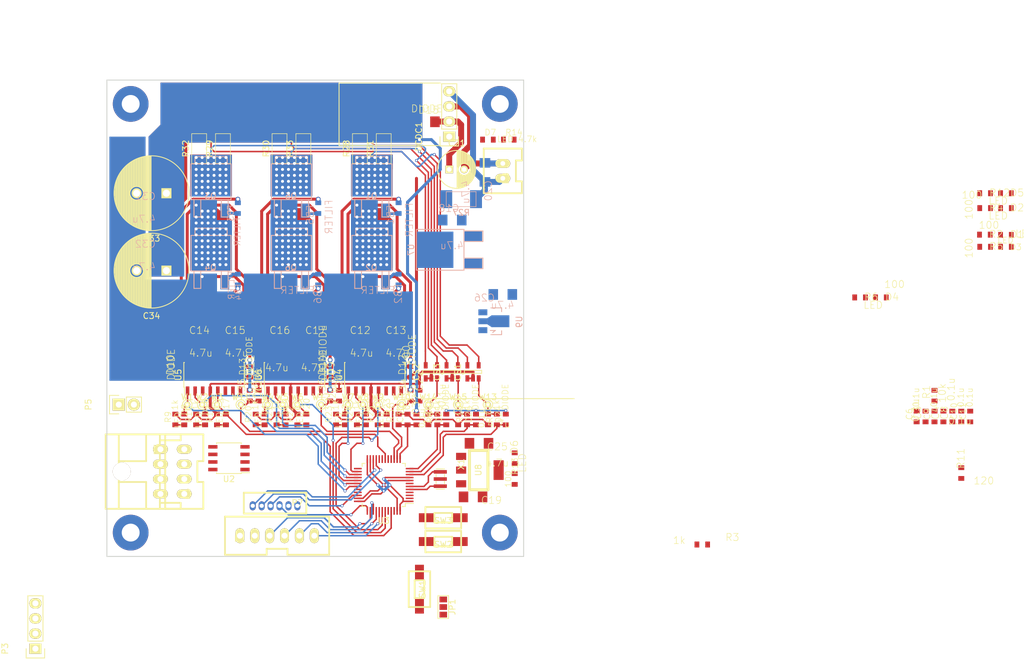
<source format=kicad_pcb>
(kicad_pcb (version 4) (host pcbnew 4.0.7)
  (layers (0 F.Cu signal) (31 B.Cu signal) (34 B.Paste user) (35 F.Paste user) (36 B.SilkS user) (37 F.SilkS user) (38 B.Mask user) (39 F.Mask user) (44 Edge.Cuts user))
  (net 0 "")
  (net 1 GND)
  (net 2 /NRST)
  (net 3 /OSC_IN)
  (net 4 /OSC_OUT)
  (net 5 +3.3V)
  (net 6 +12V)
  (net 7 GNDPWR)
  (net 8 "Net-(C16-Pad1)")
  (net 9 "Net-(C18-Pad1)")
  (net 10 +BATT)
  (net 11 "Net-(D1-Pad2)")
  (net 12 /CANL)
  (net 13 /CANH)
  (net 14 /USART_RX)
  (net 15 /USART_TX)
  (net 16 /SWDIO)
  (net 17 /SWCLK)
  (net 18 /BOOT0)
  (net 19 /CAN_RX)
  (net 20 /CAN_TX)
  (net 21 /GD_12V)
  (net 22 "Net-(FB1-Pad2)")
  (net 23 "Net-(FB2-Pad2)")
  (net 24 "Net-(FB5-Pad2)")
  (net 25 "Net-(FB6-Pad2)")
  (net 26 "Net-(C17-Pad1)")
  (net 27 +5V)
  (net 28 "Net-(FB1-Pad1)")
  (net 29 "Net-(FB2-Pad1)")
  (net 30 "Net-(FB5-Pad1)")
  (net 31 "Net-(FB6-Pad1)")
  (net 32 /PW_3.3V)
  (net 33 /LED_E)
  (net 34 /LED_D)
  (net 35 /LED_C)
  (net 36 "Net-(C12-Pad1)")
  (net 37 /OUT_U)
  (net 38 "Net-(C13-Pad1)")
  (net 39 "Net-(C14-Pad1)")
  (net 40 "Net-(C15-Pad1)")
  (net 41 "Net-(C21-Pad1)")
  (net 42 /Vsense_U)
  (net 43 /BattSense)
  (net 44 "Net-(D2-Pad2)")
  (net 45 "Net-(D3-Pad2)")
  (net 46 "Net-(D4-Pad2)")
  (net 47 "Net-(D5-Pad2)")
  (net 48 "Net-(D6-Pad2)")
  (net 49 "Net-(D7-Pad2)")
  (net 50 "Net-(FB3-Pad1)")
  (net 51 "Net-(FB3-Pad2)")
  (net 52 "Net-(FB4-Pad1)")
  (net 53 "Net-(FB4-Pad2)")
  (net 54 "Net-(P5-Pad2)")
  (net 55 /OUT_W)
  (net 56 /OUT_V)
  (net 57 /Vsense_W)
  (net 58 /Vsense_V)
  (net 59 /CS_W)
  (net 60 /CS_U)
  (net 61 /CS_V)
  (net 62 "Net-(CS1-Pad4)")
  (net 63 "Net-(CS2-Pad4)")
  (net 64 "Net-(CS3-Pad4)")
  (net 65 /PWM_U_H)
  (net 66 /PWM_V_H)
  (net 67 /PWM_W_H)
  (net 68 /PWM_U_L)
  (net 69 /PWM_V_L)
  (net 70 /PWM_W_L)
  (net 71 /EN_U)
  (net 72 /EN_V)
  (net 73 /EN_W)
  (net 74 "Net-(D8-Pad2)")
  (net 75 "Net-(D16-Pad2)")
  (net 76 "Net-(D17-Pad2)")
  (net 77 "Net-(D18-Pad2)")
  (net 78 "Net-(D19-Pad2)")
  (net 79 "Net-(D20-Pad2)")
  (net 80 "Net-(D21-Pad2)")
  (net 81 "Net-(D22-Pad2)")
  (net 82 "Net-(D23-Pad2)")
  (net 83 "Net-(JP1-Pad2)")
  (net 84 /SPI_NSS)
  (net 85 /SPI_SCK)
  (net 86 /SPI_MISO)
  (net 87 /SPI_MOSI)
  (net 88 "Net-(C27-Pad1)")
  (net 89 "Net-(C28-Pad1)")
  (net 90 "Net-(C29-Pad1)")
  (module RP_KiCAD_Libs:C1608_WP (layer F.Cu) (at 178.5 48 180)
    (fp_text reference R5 (at -0.635 -0.635 180) (layer F.SilkS) (effects (font (size 1.2065 1.2065) (thickness 0.1016)) (justify left bottom)))
    (fp_text value 100 (at 2 -2 270) (layer F.SilkS) (effects (font (size 1.2065 1.2065) (thickness 0.1016)) (justify left bottom)))
    (pad 1 smd rect (at -0.9 0 180) (size 0.8 1) (layers F.Cu F.Paste F.Mask) (net 45 "Net-(D3-Pad2)"))
    (pad 2 smd rect (at 0.9 0 180) (size 0.8 1) (layers F.Cu F.Paste F.Mask) (net 1 GND))
  )
  (module RP_KiCAD_Libs:C3216 (layer F.Cu) (at 59.5 64)
    (fp_text reference C16 (at -1.27 -1.27) (layer F.SilkS) (effects (font (size 1.2065 1.2065) (thickness 0.1016)) (justify left bottom)))
    (fp_text value 4.7u (at -2 5 180) (layer F.SilkS) (effects (font (size 1.2065 1.2065) (thickness 0.1016)) (justify left bottom)))
    (pad 1 smd rect (at -1.6 0) (size 1.6 1.8) (layers F.Cu F.Paste F.Mask) (net 8 "Net-(C16-Pad1)"))
    (pad 2 smd rect (at 1.6 0) (size 1.6 1.8) (layers F.Cu F.Paste F.Mask) (net 56 /OUT_V))
  )
  (module RP_KiCAD_Libs:C3216 (layer F.Cu) (at 65.5 64)
    (fp_text reference C17 (at -1.27 -1.27) (layer F.SilkS) (effects (font (size 1.2065 1.2065) (thickness 0.1016)) (justify left bottom)))
    (fp_text value 4.7u (at -2 5 180) (layer F.SilkS) (effects (font (size 1.2065 1.2065) (thickness 0.1016)) (justify left bottom)))
    (pad 1 smd rect (at -1.6 0) (size 1.6 1.8) (layers F.Cu F.Paste F.Mask) (net 26 "Net-(C17-Pad1)"))
    (pad 2 smd rect (at 1.6 0) (size 1.6 1.8) (layers F.Cu F.Paste F.Mask) (net 1 GND))
  )
  (module RP_KiCAD_Libs:C3216 (layer B.Cu) (at 89 43.5 180)
    (fp_text reference C18 (at -1.27 1.27 180) (layer B.SilkS) (effects (font (size 1.2065 1.2065) (thickness 0.1016)) (justify left bottom mirror)))
    (fp_text value 4.7u (at -2 -5 360) (layer B.SilkS) (effects (font (size 1.2065 1.2065) (thickness 0.1016)) (justify left bottom mirror)))
    (pad 1 smd rect (at -1.6 0 180) (size 1.6 1.8) (layers B.Cu B.Paste B.Mask) (net 9 "Net-(C18-Pad1)"))
    (pad 2 smd rect (at 1.6 0 180) (size 1.6 1.8) (layers B.Cu B.Paste B.Mask) (net 1 GND))
  )
  (module RP_KiCAD_Libs:C3216 (layer F.Cu) (at 92.5 90 180)
    (fp_text reference C19 (at -1.27 -1.27 180) (layer F.SilkS) (effects (font (size 1.2065 1.2065) (thickness 0.1016)) (justify left bottom)))
    (fp_text value 4.7u (at -2 5 360) (layer F.SilkS) (effects (font (size 1.2065 1.2065) (thickness 0.1016)) (justify left bottom)))
    (pad 1 smd rect (at -1.6 0 180) (size 1.6 1.8) (layers F.Cu F.Paste F.Mask) (net 27 +5V))
    (pad 2 smd rect (at 1.6 0 180) (size 1.6 1.8) (layers F.Cu F.Paste F.Mask) (net 1 GND))
  )
  (module Housings_SOIC:SOIC-16_3.9x9.9mm_Pitch1.27mm (layer F.Cu) (at 49 69.5 90)
    (fp_text reference U5 (at 0 -6 90) (layer F.SilkS))
    (fp_text value SI8275)
    (pad 1 smd rect (at -2.7 -4.445 90) (size 1.5 0.6) (layers F.Cu F.Paste F.Mask) (net 65 /PWM_U_H))
    (pad 2 smd rect (at -2.7 -3.175 90) (size 1.5 0.6) (layers F.Cu F.Paste F.Mask) (net 68 /PWM_U_L))
    (pad 3 smd rect (at -2.7 -1.905 90) (size 1.5 0.6) (layers F.Cu F.Paste F.Mask) (net 5 +3.3V))
    (pad 4 smd rect (at -2.7 -0.635 90) (size 1.5 0.6) (layers F.Cu F.Paste F.Mask) (net 1 GND))
    (pad 5 smd rect (at -2.7 0.635 90) (size 1.5 0.6) (layers F.Cu F.Paste F.Mask) (net 71 /EN_U))
    (pad 6 smd rect (at -2.7 1.905 90) (size 1.5 0.6) (layers F.Cu F.Paste F.Mask))
    (pad 7 smd rect (at -2.7 3.175 90) (size 1.5 0.6) (layers F.Cu F.Paste F.Mask))
    (pad 8 smd rect (at -2.7 4.445 90) (size 1.5 0.6) (layers F.Cu F.Paste F.Mask) (net 5 +3.3V))
    (pad 9 smd rect (at 2.7 4.445 90) (size 1.5 0.6) (layers F.Cu F.Paste F.Mask) (net 1 GND))
    (pad 10 smd rect (at 2.7 3.175 90) (size 1.5 0.6) (layers F.Cu F.Paste F.Mask) (net 52 "Net-(FB4-Pad1)"))
    (pad 11 smd rect (at 2.7 1.905 90) (size 1.5 0.6) (layers F.Cu F.Paste F.Mask) (net 40 "Net-(C15-Pad1)"))
    (pad 12 smd rect (at 2.7 0.635 90) (size 1.5 0.6) (layers F.Cu F.Paste F.Mask))
    (pad 13 smd rect (at 2.7 -0.635 90) (size 1.5 0.6) (layers F.Cu F.Paste F.Mask))
    (pad 14 smd rect (at 2.7 -1.905 90) (size 1.5 0.6) (layers F.Cu F.Paste F.Mask) (net 37 /OUT_U))
    (pad 15 smd rect (at 2.7 -3.175 90) (size 1.5 0.6) (layers F.Cu F.Paste F.Mask) (net 50 "Net-(FB3-Pad1)"))
    (pad 16 smd rect (at 2.7 -4.445 90) (size 1.5 0.6) (layers F.Cu F.Paste F.Mask) (net 39 "Net-(C14-Pad1)"))
  )
  (module Housings_SOIC:SOIC-16_3.9x9.9mm_Pitch1.27mm (layer F.Cu) (at 62.5 69.5 90)
    (fp_text reference U6 (at 0 -6 90) (layer F.SilkS))
    (fp_text value SI8275)
    (pad 1 smd rect (at -2.7 -4.445 90) (size 1.5 0.6) (layers F.Cu F.Paste F.Mask) (net 66 /PWM_V_H))
    (pad 2 smd rect (at -2.7 -3.175 90) (size 1.5 0.6) (layers F.Cu F.Paste F.Mask) (net 69 /PWM_V_L))
    (pad 3 smd rect (at -2.7 -1.905 90) (size 1.5 0.6) (layers F.Cu F.Paste F.Mask) (net 5 +3.3V))
    (pad 4 smd rect (at -2.7 -0.635 90) (size 1.5 0.6) (layers F.Cu F.Paste F.Mask) (net 1 GND))
    (pad 5 smd rect (at -2.7 0.635 90) (size 1.5 0.6) (layers F.Cu F.Paste F.Mask) (net 72 /EN_V))
    (pad 6 smd rect (at -2.7 1.905 90) (size 1.5 0.6) (layers F.Cu F.Paste F.Mask))
    (pad 7 smd rect (at -2.7 3.175 90) (size 1.5 0.6) (layers F.Cu F.Paste F.Mask))
    (pad 8 smd rect (at -2.7 4.445 90) (size 1.5 0.6) (layers F.Cu F.Paste F.Mask) (net 5 +3.3V))
    (pad 9 smd rect (at 2.7 4.445 90) (size 1.5 0.6) (layers F.Cu F.Paste F.Mask) (net 1 GND))
    (pad 10 smd rect (at 2.7 3.175 90) (size 1.5 0.6) (layers F.Cu F.Paste F.Mask) (net 31 "Net-(FB6-Pad1)"))
    (pad 11 smd rect (at 2.7 1.905 90) (size 1.5 0.6) (layers F.Cu F.Paste F.Mask) (net 26 "Net-(C17-Pad1)"))
    (pad 12 smd rect (at 2.7 0.635 90) (size 1.5 0.6) (layers F.Cu F.Paste F.Mask))
    (pad 13 smd rect (at 2.7 -0.635 90) (size 1.5 0.6) (layers F.Cu F.Paste F.Mask))
    (pad 14 smd rect (at 2.7 -1.905 90) (size 1.5 0.6) (layers F.Cu F.Paste F.Mask) (net 56 /OUT_V))
    (pad 15 smd rect (at 2.7 -3.175 90) (size 1.5 0.6) (layers F.Cu F.Paste F.Mask) (net 30 "Net-(FB5-Pad1)"))
    (pad 16 smd rect (at 2.7 -4.445 90) (size 1.5 0.6) (layers F.Cu F.Paste F.Mask) (net 8 "Net-(C16-Pad1)"))
  )
  (module RP_KiCAD_Libs:C1608_WP (layer F.Cu) (at 171.5 76.5 90)
    (fp_text reference C4 (at -0.635 -0.635 90) (layer F.SilkS) (effects (font (size 1.2065 1.2065) (thickness 0.1016)) (justify left bottom)))
    (fp_text value 0.1u (at -1.414214 0.707107 360) (layer F.SilkS) (effects (font (size 1.2065 1.2065) (thickness 0.1016)) (justify left bottom)))
    (pad 1 smd rect (at -0.9 0 90) (size 0.8 1) (layers F.Cu F.Paste F.Mask) (net 1 GND))
    (pad 2 smd rect (at 0.9 0 90) (size 0.8 1) (layers F.Cu F.Paste F.Mask) (net 5 +3.3V))
  )
  (module RP_KiCAD_Libs:C1608_WP (layer F.Cu) (at 173 76.5 90)
    (fp_text reference C8 (at -0.635 -0.635 90) (layer F.SilkS) (effects (font (size 1.2065 1.2065) (thickness 0.1016)) (justify left bottom)))
    (fp_text value 0.1u (at 2.5 0.5 90) (layer F.SilkS) (effects (font (size 1.2065 1.2065) (thickness 0.1016)) (justify left bottom)))
    (pad 1 smd rect (at -0.9 0 90) (size 0.8 1) (layers F.Cu F.Paste F.Mask) (net 1 GND))
    (pad 2 smd rect (at 0.9 0 90) (size 0.8 1) (layers F.Cu F.Paste F.Mask) (net 5 +3.3V))
  )
  (module RP_KiCAD_Libs:C1608_WP (layer F.Cu) (at 170 73 90)
    (fp_text reference R1 (at -0.635 -0.635 90) (layer F.SilkS) (effects (font (size 1.2065 1.2065) (thickness 0.1016)) (justify left bottom)))
    (fp_text value 10k (at -1.25 2 90) (layer F.SilkS) (effects (font (size 1.2065 1.2065) (thickness 0.1016)) (justify left bottom)))
    (pad 1 smd rect (at -0.9 0 90) (size 0.8 1) (layers F.Cu F.Paste F.Mask) (net 5 +3.3V))
    (pad 2 smd rect (at 0.9 0 90) (size 0.8 1) (layers F.Cu F.Paste F.Mask) (net 2 /NRST))
  )
  (module RP_KiCAD_Libs:C1608_WP (layer F.Cu) (at 178.462145 45.959399 180)
    (fp_text reference R2 (at -0.635 -0.635 180) (layer F.SilkS) (effects (font (size 1.2065 1.2065) (thickness 0.1016)) (justify left bottom)))
    (fp_text value 100 (at 1.1 0.9 180) (layer F.SilkS) (effects (font (size 1.2065 1.2065) (thickness 0.1016)) (justify left bottom)))
    (pad 1 smd rect (at -0.9 0 180) (size 0.8 1) (layers F.Cu F.Paste F.Mask) (net 11 "Net-(D1-Pad2)"))
    (pad 2 smd rect (at 0.9 0 180) (size 0.8 1) (layers F.Cu F.Paste F.Mask) (net 1 GND))
  )
  (module RP_KiCAD_Libs:C1608_WP (layer F.Cu) (at 131 98 180)
    (fp_text reference R3 (at -3.81 0.508 180) (layer F.SilkS) (effects (font (size 1.2065 1.2065) (thickness 0.1016)) (justify left bottom)))
    (fp_text value 1k (at 5 0 180) (layer F.SilkS) (effects (font (size 1.2065 1.2065) (thickness 0.1016)) (justify left bottom)))
    (pad 1 smd rect (at -0.9 0 180) (size 0.8 1) (layers F.Cu F.Paste F.Mask) (net 1 GND))
    (pad 2 smd rect (at 0.9 0 180) (size 0.8 1) (layers F.Cu F.Paste F.Mask) (net 18 /BOOT0))
  )
  (module RP_KiCAD_Libs:C1608_WP (layer F.Cu) (at 178.5 41.5 180)
    (fp_text reference R4 (at -0.635 -0.635 180) (layer F.SilkS) (effects (font (size 1.2065 1.2065) (thickness 0.1016)) (justify left bottom)))
    (fp_text value 100 (at 2 -2 450) (layer F.SilkS) (effects (font (size 1.2065 1.2065) (thickness 0.1016)) (justify left bottom)))
    (pad 1 smd rect (at -0.9 0 180) (size 0.8 1) (layers F.Cu F.Paste F.Mask) (net 44 "Net-(D2-Pad2)"))
    (pad 2 smd rect (at 0.9 0 180) (size 0.8 1) (layers F.Cu F.Paste F.Mask) (net 1 GND))
  )
  (module RP_KiCAD_Libs:C1608_WP (layer F.Cu) (at 174.5 86 270)
    (fp_text reference R11 (at -0.635 -0.635 270) (layer F.SilkS) (effects (font (size 1.2065 1.2065) (thickness 0.1016)) (justify left bottom)))
    (fp_text value 120 (at 2 -2 540) (layer F.SilkS) (effects (font (size 1.2065 1.2065) (thickness 0.1016)) (justify left bottom)))
    (pad 1 smd rect (at -0.9 0 270) (size 0.8 1) (layers F.Cu F.Paste F.Mask) (net 12 /CANL))
    (pad 2 smd rect (at 0.9 0 270) (size 0.8 1) (layers F.Cu F.Paste F.Mask) (net 54 "Net-(P5-Pad2)"))
  )
  (module RP_KiCAD_Libs:C1608_WP (layer F.Cu) (at 90 77 270)
    (fp_text reference C29 (at -0.635 -0.635 270) (layer F.SilkS) (effects (font (size 1.2065 1.2065) (thickness 0.1016)) (justify left bottom)))
    (fp_text value 0.1u (at -2 2 450) (layer F.SilkS) (effects (font (size 1.2065 1.2065) (thickness 0.1016)) (justify left bottom)))
    (pad 1 smd rect (at -0.9 0 270) (size 0.8 1) (layers F.Cu F.Paste F.Mask) (net 90 "Net-(C29-Pad1)"))
    (pad 2 smd rect (at 0.9 0 270) (size 0.8 1) (layers F.Cu F.Paste F.Mask) (net 1 GND))
  )
  (module RP_KiCAD_Libs:C1608_WP (layer B.Cu) (at 80 41.5 270)
    (fp_text reference FB1 (at -0.635 0.635 270) (layer B.SilkS) (effects (font (size 1.2065 1.2065) (thickness 0.1016)) (justify left bottom mirror)))
    (fp_text value FILTER (at -1 -2.5 270) (layer B.SilkS) (effects (font (size 1.2065 1.2065) (thickness 0.1016)) (justify left bottom mirror)))
    (pad 1 smd rect (at -0.9 0 270) (size 0.8 1) (layers B.Cu B.Paste B.Mask) (net 28 "Net-(FB1-Pad1)"))
    (pad 2 smd rect (at 0.9 0 270) (size 0.8 1) (layers B.Cu B.Paste B.Mask) (net 22 "Net-(FB1-Pad2)"))
  )
  (module RP_KiCAD_Libs:C1608_WP (layer B.Cu) (at 80 53.5 90)
    (fp_text reference FB2 (at -0.635 0.635 90) (layer B.SilkS) (effects (font (size 1.2065 1.2065) (thickness 0.1016)) (justify left bottom mirror)))
    (fp_text value FILTER (at -2.5 -0.5 180) (layer B.SilkS) (effects (font (size 1.2065 1.2065) (thickness 0.1016)) (justify left bottom mirror)))
    (pad 1 smd rect (at -0.9 0 90) (size 0.8 1) (layers B.Cu B.Paste B.Mask) (net 29 "Net-(FB2-Pad1)"))
    (pad 2 smd rect (at 0.9 0 90) (size 0.8 1) (layers B.Cu B.Paste B.Mask) (net 23 "Net-(FB2-Pad2)"))
  )
  (module RP_KiCAD_Libs:C1608_WP (layer B.Cu) (at 66.5 41.5 270)
    (fp_text reference FB5 (at -0.635 0.635 270) (layer B.SilkS) (effects (font (size 1.2065 1.2065) (thickness 0.1016)) (justify left bottom mirror)))
    (fp_text value FILTER (at -1.5 -2.5 450) (layer B.SilkS) (effects (font (size 1.2065 1.2065) (thickness 0.1016)) (justify left bottom mirror)))
    (pad 1 smd rect (at -0.9 0 270) (size 0.8 1) (layers B.Cu B.Paste B.Mask) (net 30 "Net-(FB5-Pad1)"))
    (pad 2 smd rect (at 0.9 0 270) (size 0.8 1) (layers B.Cu B.Paste B.Mask) (net 24 "Net-(FB5-Pad2)"))
  )
  (module RP_KiCAD_Libs:C1608_WP (layer B.Cu) (at 66.5 53.5 90)
    (fp_text reference FB6 (at -0.635 0.635 90) (layer B.SilkS) (effects (font (size 1.2065 1.2065) (thickness 0.1016)) (justify left bottom mirror)))
    (fp_text value FILTER (at -2.5 -0.5 180) (layer B.SilkS) (effects (font (size 1.2065 1.2065) (thickness 0.1016)) (justify left bottom mirror)))
    (pad 1 smd rect (at -0.9 0 90) (size 0.8 1) (layers B.Cu B.Paste B.Mask) (net 31 "Net-(FB6-Pad1)"))
    (pad 2 smd rect (at 0.9 0 90) (size 0.8 1) (layers B.Cu B.Paste B.Mask) (net 25 "Net-(FB6-Pad2)"))
  )
  (module RP_KiCAD_Libs:C3216 (layer B.Cu) (at 97.5 56)
    (fp_text reference C26 (at -1.27 1.27) (layer B.SilkS) (effects (font (size 1.2065 1.2065) (thickness 0.1016)) (justify left bottom mirror)))
    (fp_text value 4.7u (at 2 2.5) (layer B.SilkS) (effects (font (size 1.2065 1.2065) (thickness 0.1016)) (justify left bottom mirror)))
    (pad 1 smd rect (at -1.6 0) (size 1.6 1.8) (layers B.Cu B.Paste B.Mask) (net 32 /PW_3.3V))
    (pad 2 smd rect (at 1.6 0) (size 1.6 1.8) (layers B.Cu B.Paste B.Mask) (net 1 GND))
  )
  (module RP_KiCAD_Libs:C1608_WP (layer F.Cu) (at 82 73 90)
    (fp_text reference R34 (at -0.635 -0.635 90) (layer F.SilkS) (effects (font (size 1.2065 1.2065) (thickness 0.1016)) (justify left bottom)))
    (fp_text value 100 (at 5 0 90) (layer F.SilkS) (effects (font (size 1.2065 1.2065) (thickness 0.1016)) (justify left bottom)))
    (pad 1 smd rect (at -0.9 0 90) (size 0.8 1) (layers F.Cu F.Paste F.Mask) (net 57 /Vsense_W))
    (pad 2 smd rect (at 0.9 0 90) (size 0.8 1) (layers F.Cu F.Paste F.Mask) (net 55 /OUT_W))
  )
  (module RP_KiCAD_Libs:C1608_WP (layer F.Cu) (at 55 73 90)
    (fp_text reference R35 (at -0.635 -0.635 90) (layer F.SilkS) (effects (font (size 1.2065 1.2065) (thickness 0.1016)) (justify left bottom)))
    (fp_text value 100 (at 1.5 0.5 90) (layer F.SilkS) (effects (font (size 1.2065 1.2065) (thickness 0.1016)) (justify left bottom)))
    (pad 1 smd rect (at -0.9 0 90) (size 0.8 1) (layers F.Cu F.Paste F.Mask) (net 42 /Vsense_U))
    (pad 2 smd rect (at 0.9 0 90) (size 0.8 1) (layers F.Cu F.Paste F.Mask) (net 37 /OUT_U))
  )
  (module RP_KiCAD_Libs:C1608_WP (layer F.Cu) (at 68.5 73 90)
    (fp_text reference R36 (at -0.635 -0.635 90) (layer F.SilkS) (effects (font (size 1.2065 1.2065) (thickness 0.1016)) (justify left bottom)))
    (fp_text value 100 (at 1 1 90) (layer F.SilkS) (effects (font (size 1.2065 1.2065) (thickness 0.1016)) (justify left bottom)))
    (pad 1 smd rect (at -0.9 0 90) (size 0.8 1) (layers F.Cu F.Paste F.Mask) (net 58 /Vsense_V))
    (pad 2 smd rect (at 0.9 0 90) (size 0.8 1) (layers F.Cu F.Paste F.Mask) (net 56 /OUT_V))
  )
  (module RP_KiCAD_Libs:C1608_WP (layer F.Cu) (at 83 77 270)
    (fp_text reference R37 (at -0.635 -0.635 270) (layer F.SilkS) (effects (font (size 1.2065 1.2065) (thickness 0.1016)) (justify left bottom)))
    (fp_text value 10k (at 1 -2.5 270) (layer F.SilkS) (effects (font (size 1.2065 1.2065) (thickness 0.1016)) (justify left bottom)))
    (pad 1 smd rect (at -0.9 0 270) (size 0.8 1) (layers F.Cu F.Paste F.Mask) (net 10 +BATT))
    (pad 2 smd rect (at 0.9 0 270) (size 0.8 1) (layers F.Cu F.Paste F.Mask) (net 43 /BattSense))
  )
  (module RP_KiCAD_Libs:C1608_WP (layer F.Cu) (at 80 77 90)
    (fp_text reference R38 (at -0.635 -0.635 90) (layer F.SilkS) (effects (font (size 1.2065 1.2065) (thickness 0.1016)) (justify left bottom)))
    (fp_text value 1k (at 1 1 90) (layer F.SilkS) (effects (font (size 1.2065 1.2065) (thickness 0.1016)) (justify left bottom)))
    (pad 1 smd rect (at -0.9 0 90) (size 0.8 1) (layers F.Cu F.Paste F.Mask) (net 43 /BattSense))
    (pad 2 smd rect (at 0.9 0 90) (size 0.8 1) (layers F.Cu F.Paste F.Mask) (net 1 GND))
  )
  (module RP_KiCAD_Libs:C1608_WP (layer F.Cu) (at 182 46 180)
    (fp_text reference D1 (at -0.635 -0.635 180) (layer F.SilkS) (effects (font (size 1.2065 1.2065) (thickness 0.1016)) (justify left bottom)))
    (fp_text value LED (at -1.5 -0.5 180) (layer F.SilkS) (effects (font (size 1.2065 1.2065) (thickness 0.1016)) (justify left bottom)))
    (pad 1 smd rect (at -0.9 0 180) (size 0.8 1) (layers F.Cu F.Paste F.Mask) (net 33 /LED_E))
    (pad 2 smd rect (at 0.9 0 180) (size 0.8 1) (layers F.Cu F.Paste F.Mask) (net 11 "Net-(D1-Pad2)"))
  )
  (module RP_KiCAD_Libs:C1608_WP (layer F.Cu) (at 43 69 90)
    (fp_text reference D10 (at -0.635 -0.635 90) (layer F.SilkS) (effects (font (size 1.2065 1.2065) (thickness 0.1016)) (justify left bottom)))
    (fp_text value DIODE (at -1.5 -0.5 90) (layer F.SilkS) (effects (font (size 1.2065 1.2065) (thickness 0.1016)) (justify left bottom)))
    (pad 1 smd rect (at -0.9 0 90) (size 0.8 1) (layers F.Cu F.Paste F.Mask) (net 21 /GD_12V))
    (pad 2 smd rect (at 0.9 0 90) (size 0.8 1) (layers F.Cu F.Paste F.Mask) (net 39 "Net-(C14-Pad1)"))
  )
  (module RP_KiCAD_Libs:C1608_WP (layer F.Cu) (at 56.5 69 90)
    (fp_text reference D11 (at -0.635 -0.635 90) (layer F.SilkS) (effects (font (size 1.2065 1.2065) (thickness 0.1016)) (justify left bottom)))
    (fp_text value DIODE (at -4.5 0.5 90) (layer F.SilkS) (effects (font (size 1.2065 1.2065) (thickness 0.1016)) (justify left bottom)))
    (pad 1 smd rect (at -0.9 0 90) (size 0.8 1) (layers F.Cu F.Paste F.Mask) (net 21 /GD_12V))
    (pad 2 smd rect (at 0.9 0 90) (size 0.8 1) (layers F.Cu F.Paste F.Mask) (net 8 "Net-(C16-Pad1)"))
  )
  (module RP_KiCAD_Libs:C1608_WP (layer F.Cu) (at 82 69 90)
    (fp_text reference D12 (at -0.635 -0.635 90) (layer F.SilkS) (effects (font (size 1.2065 1.2065) (thickness 0.1016)) (justify left bottom)))
    (fp_text value DIODE (at 1 1 270) (layer F.SilkS) (effects (font (size 1.2065 1.2065) (thickness 0.1016)) (justify left bottom)))
    (pad 1 smd rect (at -0.9 0 90) (size 0.8 1) (layers F.Cu F.Paste F.Mask) (net 21 /GD_12V))
    (pad 2 smd rect (at 0.9 0 90) (size 0.8 1) (layers F.Cu F.Paste F.Mask) (net 38 "Net-(C13-Pad1)"))
  )
  (module RP_KiCAD_Libs:C1608_WP (layer F.Cu) (at 68.5 69 90)
    (fp_text reference D14 (at -0.635 -0.635 90) (layer F.SilkS) (effects (font (size 1.2065 1.2065) (thickness 0.1016)) (justify left bottom)))
    (fp_text value DIODE (at -1.5 -0.5 90) (layer F.SilkS) (effects (font (size 1.2065 1.2065) (thickness 0.1016)) (justify left bottom)))
    (pad 1 smd rect (at -0.9 0 90) (size 0.8 1) (layers F.Cu F.Paste F.Mask) (net 21 /GD_12V))
    (pad 2 smd rect (at 0.9 0 90) (size 0.8 1) (layers F.Cu F.Paste F.Mask) (net 26 "Net-(C17-Pad1)"))
  )
  (module RP_KiCAD_Libs:C1608_WP (layer F.Cu) (at 168.5 76.5 90)
    (fp_text reference C3 (at -0.635 -0.635 90) (layer F.SilkS) (effects (font (size 1.2065 1.2065) (thickness 0.1016)) (justify left bottom)))
    (fp_text value 0.1u (at -1 -1 90) (layer F.SilkS) (effects (font (size 1.2065 1.2065) (thickness 0.1016)) (justify left bottom)))
    (pad 1 smd rect (at -0.9 0 90) (size 0.8 1) (layers F.Cu F.Paste F.Mask) (net 1 GND))
    (pad 2 smd rect (at 0.9 0 90) (size 0.8 1) (layers F.Cu F.Paste F.Mask) (net 5 +3.3V))
  )
  (module Buttons_Switches_SMD:RP_SMD_Button (layer F.Cu) (at 83.5 105.5 90)
    (fp_text reference SW1 (at 0 0.5 90) (layer F.SilkS))
    (fp_text value SW_PUSH)
    (pad 1 smd rect (at 2.8 0 90) (size 2.6 1.5) (layers F.Cu F.Paste F.Mask) (net 1 GND))
    (pad 2 smd rect (at -2.8 0 90) (size 2.6 1.5) (layers F.Cu F.Paste F.Mask) (net 2 /NRST))
  )
  (module Buttons_Switches_SMD:RP_SMD_Button (layer F.Cu) (at 87.5 97.5)
    (fp_text reference SW2 (at 0 0.5) (layer F.SilkS))
    (fp_text value SW_PUSH)
    (pad 1 smd rect (at 2.8 0) (size 2.6 1.5) (layers F.Cu F.Paste F.Mask) (net 1 GND))
    (pad 2 smd rect (at -2.8 0) (size 2.6 1.5) (layers F.Cu F.Paste F.Mask))
  )
  (module Buttons_Switches_SMD:RP_SMD_Button (layer F.Cu) (at 87.5 93.5)
    (fp_text reference SW3 (at 0 0.5) (layer F.SilkS))
    (fp_text value SW_PUSH)
    (pad 1 smd rect (at 2.8 0) (size 2.6 1.5) (layers F.Cu F.Paste F.Mask) (net 1 GND))
    (pad 2 smd rect (at -2.8 0) (size 2.6 1.5) (layers F.Cu F.Paste F.Mask))
  )
  (module RP_KiCAD_Libs:C1608_WP (layer F.Cu) (at 182 41.5 180)
    (fp_text reference D2 (at -0.635 -0.635 180) (layer F.SilkS) (effects (font (size 1.2065 1.2065) (thickness 0.1016)) (justify left bottom)))
    (fp_text value LED (at 3 -2 180) (layer F.SilkS) (effects (font (size 1.2065 1.2065) (thickness 0.1016)) (justify left bottom)))
    (pad 1 smd rect (at -0.9 0 180) (size 0.8 1) (layers F.Cu F.Paste F.Mask) (net 34 /LED_D))
    (pad 2 smd rect (at 0.9 0 180) (size 0.8 1) (layers F.Cu F.Paste F.Mask) (net 44 "Net-(D2-Pad2)"))
  )
  (module RP_KiCAD_Libs:C1608_WP (layer F.Cu) (at 161 56.5 180)
    (fp_text reference D4 (at -0.635 -0.635 180) (layer F.SilkS) (effects (font (size 1.2065 1.2065) (thickness 0.1016)) (justify left bottom)))
    (fp_text value LED (at 3 -2 180) (layer F.SilkS) (effects (font (size 1.2065 1.2065) (thickness 0.1016)) (justify left bottom)))
    (pad 1 smd rect (at -0.9 0 180) (size 0.8 1) (layers F.Cu F.Paste F.Mask))
    (pad 2 smd rect (at 0.9 0 180) (size 0.8 1) (layers F.Cu F.Paste F.Mask) (net 46 "Net-(D4-Pad2)"))
  )
  (module RP_KiCAD_Libs:C1608_WP (layer F.Cu) (at 182 39 180)
    (fp_text reference D5 (at -0.635 -0.635 180) (layer F.SilkS) (effects (font (size 1.2065 1.2065) (thickness 0.1016)) (justify left bottom)))
    (fp_text value LED (at 3 -2 180) (layer F.SilkS) (effects (font (size 1.2065 1.2065) (thickness 0.1016)) (justify left bottom)))
    (pad 1 smd rect (at -0.9 0 180) (size 0.8 1) (layers F.Cu F.Paste F.Mask))
    (pad 2 smd rect (at 0.9 0 180) (size 0.8 1) (layers F.Cu F.Paste F.Mask) (net 47 "Net-(D5-Pad2)"))
  )
  (module RP_KiCAD_Libs:C1608_WP (layer F.Cu) (at 99.5 83.5 270)
    (fp_text reference D6 (at -0.635 -0.635 270) (layer F.SilkS) (effects (font (size 1.2065 1.2065) (thickness 0.1016)) (justify left bottom)))
    (fp_text value LED (at 2.5 -2 270) (layer F.SilkS) (effects (font (size 1.2065 1.2065) (thickness 0.1016)) (justify left bottom)))
    (pad 1 smd rect (at -0.9 0 270) (size 0.8 1) (layers F.Cu F.Paste F.Mask) (net 5 +3.3V))
    (pad 2 smd rect (at 0.9 0 270) (size 0.8 1) (layers F.Cu F.Paste F.Mask) (net 48 "Net-(D6-Pad2)"))
  )
  (module RP_KiCAD_Libs:C1608_WP (layer F.Cu) (at 70 69 90)
    (fp_text reference D9 (at -0.635 -0.635 90) (layer F.SilkS) (effects (font (size 1.2065 1.2065) (thickness 0.1016)) (justify left bottom)))
    (fp_text value DIODE (at 2.5 -2 90) (layer F.SilkS) (effects (font (size 1.2065 1.2065) (thickness 0.1016)) (justify left bottom)))
    (pad 1 smd rect (at -0.9 0 90) (size 0.8 1) (layers F.Cu F.Paste F.Mask) (net 21 /GD_12V))
    (pad 2 smd rect (at 0.9 0 90) (size 0.8 1) (layers F.Cu F.Paste F.Mask) (net 36 "Net-(C12-Pad1)"))
  )
  (module TO_SOT_Packages_SMD:TO-252-2Lead_regu (layer B.Cu) (at 92.5 48.5 270)
    (fp_text reference U7 (at 0 10.414 270) (layer B.SilkS) (effects (justify mirror)))
    (fp_text value 7805)
    (pad VI smd rect (at -2.286 0 270) (size 1.651 3.048) (layers B.Cu B.Paste B.Mask) (net 9 "Net-(C18-Pad1)"))
    (pad GND smd rect (at 0 6.35 270) (size 6.096 6.096) (layers B.Cu B.Paste B.Mask) (net 1 GND))
    (pad VO smd rect (at 2.286 0 270) (size 1.651 3.048) (layers B.Cu B.Paste B.Mask) (net 27 +5V))
  )
  (module RP_KiCAD_Libs:C3216 (layer F.Cu) (at 84.5 27)
    (fp_text reference D15 (at -1.27 -1.27) (layer F.SilkS) (effects (font (size 1.2065 1.2065) (thickness 0.1016)) (justify left bottom)))
    (fp_text value DIODE (at -2.5 -1.5) (layer F.SilkS) (effects (font (size 1.2065 1.2065) (thickness 0.1016)) (justify left bottom)))
    (pad 1 smd rect (at -1.6 0) (size 1.6 1.8) (layers F.Cu F.Paste F.Mask) (net 10 +BATT))
    (pad 2 smd rect (at 1.6 0) (size 1.6 1.8) (layers F.Cu F.Paste F.Mask) (net 41 "Net-(C21-Pad1)"))
  )
  (module RP_KiCAD_Libs:C1608_WP (layer F.Cu) (at 83.5 73 270)
    (fp_text reference C22 (at -0.635 -0.635 270) (layer F.SilkS) (effects (font (size 1.2065 1.2065) (thickness 0.1016)) (justify left bottom)))
    (fp_text value 22p (at 1.5 0.5 270) (layer F.SilkS) (effects (font (size 1.2065 1.2065) (thickness 0.1016)) (justify left bottom)))
    (pad 1 smd rect (at -0.9 0 270) (size 0.8 1) (layers F.Cu F.Paste F.Mask) (net 1 GND))
    (pad 2 smd rect (at 0.9 0 270) (size 0.8 1) (layers F.Cu F.Paste F.Mask) (net 57 /Vsense_W))
  )
  (module RP_KiCAD_Libs:C1608_WP (layer F.Cu) (at 157.5 56.5 180)
    (fp_text reference R6 (at -0.635 -0.635 180) (layer F.SilkS) (effects (font (size 1.2065 1.2065) (thickness 0.1016)) (justify left bottom)))
    (fp_text value 100 (at -4 1.5 180) (layer F.SilkS) (effects (font (size 1.2065 1.2065) (thickness 0.1016)) (justify left bottom)))
    (pad 1 smd rect (at -0.9 0 180) (size 0.8 1) (layers F.Cu F.Paste F.Mask) (net 46 "Net-(D4-Pad2)"))
    (pad 2 smd rect (at 0.9 0 180) (size 0.8 1) (layers F.Cu F.Paste F.Mask) (net 1 GND))
  )
  (module RP_KiCAD_Libs:C1608_WP (layer F.Cu) (at 178.5 39 180)
    (fp_text reference R12 (at -0.635 -0.635 180) (layer F.SilkS) (effects (font (size 1.2065 1.2065) (thickness 0.1016)) (justify left bottom)))
    (fp_text value 100 (at 4 -1 180) (layer F.SilkS) (effects (font (size 1.2065 1.2065) (thickness 0.1016)) (justify left bottom)))
    (pad 1 smd rect (at -0.9 0 180) (size 0.8 1) (layers F.Cu F.Paste F.Mask) (net 47 "Net-(D5-Pad2)"))
    (pad 2 smd rect (at 0.9 0 180) (size 0.8 1) (layers F.Cu F.Paste F.Mask) (net 1 GND))
  )
  (module RP_KiCAD_Libs:R5025 (layer F.Cu) (at 50.5 31.5 270)
    (fp_text reference R29 (at 0 2.25 270) (layer F.SilkS))
    (fp_text value 1m)
    (pad 1 smd rect (at 2.5 0 270) (size 2 3) (layers F.Cu F.Paste F.Mask) (net 63 "Net-(CS2-Pad4)"))
    (pad 2 smd rect (at -2.5 0 270) (size 2 3) (layers F.Cu F.Paste F.Mask) (net 10 +BATT))
  )
  (module RP_KiCAD_Libs:C1608_WP (layer F.Cu) (at 176 76.5 90)
    (fp_text reference C11 (at -0.635 -0.635 90) (layer F.SilkS) (effects (font (thickness 0.1)) (justify left bottom)))
    (fp_text value 0.1u (at 1.5 0.5 90) (layer F.SilkS) (effects (font (thickness 0.1)) (justify left bottom)))
    (pad 1 smd rect (at -0.9 0 90) (size 0.8 1) (layers F.Cu F.Paste F.Mask) (net 1 GND))
    (pad 2 smd rect (at 0.9 0 90) (size 0.8 1) (layers F.Cu F.Paste F.Mask) (net 5 +3.3V))
  )
  (module RP_KiCAD_Libs:C1608_WP (layer F.Cu) (at 167 76.5 90)
    (fp_text reference C6 (at -0.635 -0.635 90) (layer F.SilkS) (effects (font (thickness 0.1)) (justify left bottom)))
    (fp_text value 0.1u (at 1.5 0.5 90) (layer F.SilkS) (effects (font (thickness 0.1)) (justify left bottom)))
    (pad 1 smd rect (at -0.9 0 90) (size 0.8 1) (layers F.Cu F.Paste F.Mask) (net 1 GND))
    (pad 2 smd rect (at 0.9 0 90) (size 0.8 1) (layers F.Cu F.Paste F.Mask) (net 5 +3.3V))
  )
  (module RP_KiCAD_Libs:C1608_WP (layer F.Cu) (at 170 76.5 90)
    (fp_text reference C9 (at -0.635 -0.635 90) (layer F.SilkS) (effects (font (thickness 0.1)) (justify left bottom)))
    (fp_text value 0.1u (at 1.5 0.5 90) (layer F.SilkS) (effects (font (thickness 0.1)) (justify left bottom)))
    (pad 1 smd rect (at -0.9 0 90) (size 0.8 1) (layers F.Cu F.Paste F.Mask) (net 1 GND))
    (pad 2 smd rect (at 0.9 0 90) (size 0.8 1) (layers F.Cu F.Paste F.Mask) (net 5 +3.3V))
  )
  (module RP_KiCAD_Libs:C1608_WP (layer F.Cu) (at 174.5 76.5 90)
    (fp_text reference C10 (at -0.635 -0.635 90) (layer F.SilkS) (effects (font (thickness 0.1)) (justify left bottom)))
    (fp_text value 0.1u (at 1.5 0.5 90) (layer F.SilkS) (effects (font (thickness 0.1)) (justify left bottom)))
    (pad 1 smd rect (at -0.9 0 90) (size 0.8 1) (layers F.Cu F.Paste F.Mask) (net 1 GND))
    (pad 2 smd rect (at 0.9 0 90) (size 0.8 1) (layers F.Cu F.Paste F.Mask) (net 5 +3.3V))
  )
  (module RP_KiCAD_Libs:C3216 (layer F.Cu) (at 73 64)
    (fp_text reference C12 (at -1.27 -1.27) (layer F.SilkS) (effects (font (size 1.2065 1.2065) (thickness 0.1016)) (justify left bottom)))
    (fp_text value 4.7u (at -1.27 2.54) (layer F.SilkS) (effects (font (size 1.2065 1.2065) (thickness 0.1016)) (justify left bottom)))
    (pad 1 smd rect (at -1.6 0) (size 1.6 1.8) (layers F.Cu F.Paste F.Mask) (net 36 "Net-(C12-Pad1)"))
    (pad 2 smd rect (at 1.6 0) (size 1.6 1.8) (layers F.Cu F.Paste F.Mask) (net 55 /OUT_W))
  )
  (module RP_KiCAD_Libs:C3216 (layer F.Cu) (at 79 64)
    (fp_text reference C13 (at -1.27 -1.27) (layer F.SilkS) (effects (font (size 1.2065 1.2065) (thickness 0.1016)) (justify left bottom)))
    (fp_text value 4.7u (at -1.27 2.54) (layer F.SilkS) (effects (font (size 1.2065 1.2065) (thickness 0.1016)) (justify left bottom)))
    (pad 1 smd rect (at -1.6 0) (size 1.6 1.8) (layers F.Cu F.Paste F.Mask) (net 38 "Net-(C13-Pad1)"))
    (pad 2 smd rect (at 1.6 0) (size 1.6 1.8) (layers F.Cu F.Paste F.Mask) (net 1 GND))
  )
  (module RP_KiCAD_Libs:C3216 (layer F.Cu) (at 46 64)
    (fp_text reference C14 (at -1.27 -1.27) (layer F.SilkS) (effects (font (size 1.2065 1.2065) (thickness 0.1016)) (justify left bottom)))
    (fp_text value 4.7u (at -1.27 2.54) (layer F.SilkS) (effects (font (size 1.2065 1.2065) (thickness 0.1016)) (justify left bottom)))
    (pad 1 smd rect (at -1.6 0) (size 1.6 1.8) (layers F.Cu F.Paste F.Mask) (net 39 "Net-(C14-Pad1)"))
    (pad 2 smd rect (at 1.6 0) (size 1.6 1.8) (layers F.Cu F.Paste F.Mask) (net 37 /OUT_U))
  )
  (module RP_KiCAD_Libs:C3216 (layer F.Cu) (at 52 64)
    (fp_text reference C15 (at -1.27 -1.27) (layer F.SilkS) (effects (font (size 1.2065 1.2065) (thickness 0.1016)) (justify left bottom)))
    (fp_text value 4.7u (at -1.27 2.54) (layer F.SilkS) (effects (font (size 1.2065 1.2065) (thickness 0.1016)) (justify left bottom)))
    (pad 1 smd rect (at -1.6 0) (size 1.6 1.8) (layers F.Cu F.Paste F.Mask) (net 40 "Net-(C15-Pad1)"))
    (pad 2 smd rect (at 1.6 0) (size 1.6 1.8) (layers F.Cu F.Paste F.Mask) (net 1 GND))
  )
  (module RP_KiCAD_Libs:C3216 (layer B.Cu) (at 94.5 35.5 90)
    (fp_text reference C20 (at -1.27 1.27 90) (layer B.SilkS) (effects (font (size 1.2065 1.2065) (thickness 0.1016)) (justify left bottom mirror)))
    (fp_text value 4.7u (at -1.27 -2.54 90) (layer B.SilkS) (effects (font (size 1.2065 1.2065) (thickness 0.1016)) (justify left bottom mirror)))
    (pad 1 smd rect (at -1.6 0 90) (size 1.6 1.8) (layers B.Cu B.Paste B.Mask) (net 6 +12V))
    (pad 2 smd rect (at 1.6 0 90) (size 1.6 1.8) (layers B.Cu B.Paste B.Mask) (net 1 GND))
  )
  (module Capacitors_ThroughHole:C_Radial_D6.3_L11.2_P2.5 (layer F.Cu) (at 88.5 35)
    (fp_text reference C21 (at 1.25 -4.4) (layer F.SilkS))
    (fp_text value 100u)
    (pad 2 thru_hole circle (at 2.5 0) (size 1.3 1.3) (drill 0.8) (layers *.Cu *.Mask F.SilkS) (net 1 GND))
    (pad 1 thru_hole rect (at 0 0) (size 1.3 1.3) (drill 0.8) (layers *.Cu *.Mask F.SilkS) (net 41 "Net-(C21-Pad1)"))
  )
  (module RP_KiCAD_Libs:C1608_WP (layer F.Cu) (at 56.5 73 270)
    (fp_text reference C23 (at -0.635 -0.635 270) (layer F.SilkS) (effects (font (thickness 0.1)) (justify left bottom)))
    (fp_text value 22p (at 1.5 0.5 270) (layer F.SilkS) (effects (font (thickness 0.1)) (justify left bottom)))
    (pad 1 smd rect (at -0.9 0 270) (size 0.8 1) (layers F.Cu F.Paste F.Mask) (net 1 GND))
    (pad 2 smd rect (at 0.9 0 270) (size 0.8 1) (layers F.Cu F.Paste F.Mask) (net 42 /Vsense_U))
  )
  (module RP_KiCAD_Libs:C1608_WP (layer F.Cu) (at 70 73 270)
    (fp_text reference C24 (at -0.635 -0.635 270) (layer F.SilkS) (effects (font (thickness 0.1)) (justify left bottom)))
    (fp_text value 22p (at 1.5 0.5 270) (layer F.SilkS) (effects (font (thickness 0.1)) (justify left bottom)))
    (pad 1 smd rect (at -0.9 0 270) (size 0.8 1) (layers F.Cu F.Paste F.Mask) (net 1 GND))
    (pad 2 smd rect (at 0.9 0 270) (size 0.8 1) (layers F.Cu F.Paste F.Mask) (net 58 /Vsense_V))
  )
  (module RP_KiCAD_Libs:C3216 (layer F.Cu) (at 93.5 81 180)
    (fp_text reference C25 (at -1.27 -1.27 180) (layer F.SilkS) (effects (font (size 1.2065 1.2065) (thickness 0.1016)) (justify left bottom)))
    (fp_text value 4.7u (at -1.27 2.54 180) (layer F.SilkS) (effects (font (size 1.2065 1.2065) (thickness 0.1016)) (justify left bottom)))
    (pad 1 smd rect (at -1.6 0 180) (size 1.6 1.8) (layers F.Cu F.Paste F.Mask) (net 5 +3.3V))
    (pad 2 smd rect (at 1.6 0 180) (size 1.6 1.8) (layers F.Cu F.Paste F.Mask) (net 1 GND))
  )
  (module RP_KiCAD_Libs:C1608_WP (layer F.Cu) (at 95 77 270)
    (fp_text reference C27 (at -0.635 -0.635 270) (layer F.SilkS) (effects (font (thickness 0.1)) (justify left bottom)))
    (fp_text value 0.1u (at 1.5 0.5 270) (layer F.SilkS) (effects (font (thickness 0.1)) (justify left bottom)))
    (pad 1 smd rect (at -0.9 0 270) (size 0.8 1) (layers F.Cu F.Paste F.Mask) (net 88 "Net-(C27-Pad1)"))
    (pad 2 smd rect (at 0.9 0 270) (size 0.8 1) (layers F.Cu F.Paste F.Mask) (net 1 GND))
  )
  (module RP_KiCAD_Libs:C1608_WP (layer F.Cu) (at 85 77 270)
    (fp_text reference C28 (at -0.635 -0.635 270) (layer F.SilkS) (effects (font (thickness 0.1)) (justify left bottom)))
    (fp_text value 0.1u (at 1.5 0.5 270) (layer F.SilkS) (effects (font (thickness 0.1)) (justify left bottom)))
    (pad 1 smd rect (at -0.9 0 270) (size 0.8 1) (layers F.Cu F.Paste F.Mask) (net 89 "Net-(C28-Pad1)"))
    (pad 2 smd rect (at 0.9 0 270) (size 0.8 1) (layers F.Cu F.Paste F.Mask) (net 1 GND))
  )
  (module RP_KiCAD_Libs:C1608_WP (layer F.Cu) (at 81.5 77 90)
    (fp_text reference C30 (at -0.635 -0.635 90) (layer F.SilkS) (effects (font (thickness 0.1)) (justify left bottom)))
    (fp_text value 0.1u (at 1.5 0.5 90) (layer F.SilkS) (effects (font (thickness 0.1)) (justify left bottom)))
    (pad 1 smd rect (at -0.9 0 90) (size 0.8 1) (layers F.Cu F.Paste F.Mask) (net 43 /BattSense))
    (pad 2 smd rect (at 0.9 0 90) (size 0.8 1) (layers F.Cu F.Paste F.Mask) (net 1 GND))
  )
  (module RP_KiCAD_Libs:C3216 (layer B.Cu) (at 38 41.5 180)
    (fp_text reference C31 (at -1.27 1.27 180) (layer B.SilkS) (effects (font (size 1.2065 1.2065) (thickness 0.1016)) (justify left bottom mirror)))
    (fp_text value 4.7u (at -1.27 -2.54 180) (layer B.SilkS) (effects (font (size 1.2065 1.2065) (thickness 0.1016)) (justify left bottom mirror)))
    (pad 1 smd rect (at -1.6 0 180) (size 1.6 1.8) (layers B.Cu B.Paste B.Mask) (net 10 +BATT))
    (pad 2 smd rect (at 1.6 0 180) (size 1.6 1.8) (layers B.Cu B.Paste B.Mask) (net 1 GND))
  )
  (module RP_KiCAD_Libs:C3216 (layer B.Cu) (at 38 49.5 180)
    (fp_text reference C32 (at -1.27 1.27 180) (layer B.SilkS) (effects (font (size 1.2065 1.2065) (thickness 0.1016)) (justify left bottom mirror)))
    (fp_text value 4.7u (at -1.27 -2.54 180) (layer B.SilkS) (effects (font (size 1.2065 1.2065) (thickness 0.1016)) (justify left bottom mirror)))
    (pad 1 smd rect (at -1.6 0 180) (size 1.6 1.8) (layers B.Cu B.Paste B.Mask) (net 10 +BATT))
    (pad 2 smd rect (at 1.6 0 180) (size 1.6 1.8) (layers B.Cu B.Paste B.Mask) (net 1 GND))
  )
  (module Capacitors_ThroughHole:C_Radial_D12.5_L25_P5 (layer F.Cu) (at 41 39 180)
    (fp_text reference C33 (at 2.5 -7.6 180) (layer F.SilkS))
    (fp_text value 470u)
    (pad 2 thru_hole circle (at 5 0 180) (size 1.7 1.7) (drill 1.2) (layers *.Cu *.Mask F.SilkS) (net 1 GND))
    (pad 1 thru_hole rect (at 0 0 180) (size 1.7 1.7) (drill 1.2) (layers *.Cu *.Mask F.SilkS) (net 10 +BATT))
  )
  (module Capacitors_ThroughHole:C_Radial_D12.5_L25_P5 (layer F.Cu) (at 41 52 180)
    (fp_text reference C34 (at 2.5 -7.6 180) (layer F.SilkS))
    (fp_text value 470u)
    (pad 2 thru_hole circle (at 5 0 180) (size 1.7 1.7) (drill 1.2) (layers *.Cu *.Mask F.SilkS) (net 1 GND))
    (pad 1 thru_hole rect (at 0 0 180) (size 1.7 1.7) (drill 1.2) (layers *.Cu *.Mask F.SilkS) (net 10 +BATT))
  )
  (module RP_KiCAD_Libs:C1608_WP (layer F.Cu) (at 182 48 180)
    (fp_text reference D3 (at -0.635 -0.635 180) (layer F.SilkS) (effects (font (thickness 0.1)) (justify left bottom)))
    (fp_text value LED (at 1.5 0.5 180) (layer F.SilkS) (effects (font (thickness 0.1)) (justify left bottom)))
    (pad 1 smd rect (at -0.9 0 180) (size 0.8 1) (layers F.Cu F.Paste F.Mask) (net 35 /LED_C))
    (pad 2 smd rect (at 0.9 0 180) (size 0.8 1) (layers F.Cu F.Paste F.Mask) (net 45 "Net-(D3-Pad2)"))
  )
  (module RP_KiCAD_Libs:C1608_WP (layer F.Cu) (at 95 30)
    (fp_text reference D7 (at -0.635 -0.635) (layer F.SilkS) (effects (font (thickness 0.1)) (justify left bottom)))
    (fp_text value LED (at 1.5 0.5) (layer F.SilkS) (effects (font (thickness 0.1)) (justify left bottom)))
    (pad 1 smd rect (at -0.9 0) (size 0.8 1) (layers F.Cu F.Paste F.Mask) (net 6 +12V))
    (pad 2 smd rect (at 0.9 0) (size 0.8 1) (layers F.Cu F.Paste F.Mask) (net 49 "Net-(D7-Pad2)"))
  )
  (module RP_KiCAD_Libs:C1608_WP (layer F.Cu) (at 55 69 90)
    (fp_text reference D13 (at -0.635 -0.635 90) (layer F.SilkS) (effects (font (thickness 0.1)) (justify left bottom)))
    (fp_text value DIODE (at 1.5 0.5 90) (layer F.SilkS) (effects (font (thickness 0.1)) (justify left bottom)))
    (pad 1 smd rect (at -0.9 0 90) (size 0.8 1) (layers F.Cu F.Paste F.Mask) (net 21 /GD_12V))
    (pad 2 smd rect (at 0.9 0 90) (size 0.8 1) (layers F.Cu F.Paste F.Mask) (net 40 "Net-(C15-Pad1)"))
  )
  (module RP_KiCAD_Libs:ChinaDC-DC (layer F.Cu) (at 88.5 29.5 90)
    (fp_text reference DCDC1 (at 0 -5.1 90) (layer F.SilkS))
    (fp_text value ChinaDC-DC)
    (pad 1 thru_hole rect (at 0 0 90) (size 1.7272 2.032) (drill 1.016) (layers *.Cu *.Mask F.SilkS))
    (pad 2 thru_hole oval (at 2.54 0 90) (size 1.7272 2.032) (drill 1.016) (layers *.Cu *.Mask F.SilkS) (net 41 "Net-(C21-Pad1)"))
    (pad 3 thru_hole oval (at 5.08 0 90) (size 1.7272 2.032) (drill 1.016) (layers *.Cu *.Mask F.SilkS) (net 1 GND))
    (pad 4 thru_hole oval (at 7.62 0 90) (size 1.7272 2.032) (drill 1.016) (layers *.Cu *.Mask F.SilkS) (net 6 +12V))
  )
  (module RP_KiCAD_Libs:C1608_WP (layer B.Cu) (at 53 41.5 270)
    (fp_text reference FB3 (at -0.635 0.635 270) (layer B.SilkS) (effects (font (thickness 0.1)) (justify left bottom mirror)))
    (fp_text value FILTER (at 1.5 -0.5 270) (layer B.SilkS) (effects (font (thickness 0.1)) (justify left bottom mirror)))
    (pad 1 smd rect (at -0.9 0 270) (size 0.8 1) (layers B.Cu B.Paste B.Mask) (net 50 "Net-(FB3-Pad1)"))
    (pad 2 smd rect (at 0.9 0 270) (size 0.8 1) (layers B.Cu B.Paste B.Mask) (net 51 "Net-(FB3-Pad2)"))
  )
  (module RP_KiCAD_Libs:C1608_WP (layer B.Cu) (at 53 53.5 90)
    (fp_text reference FB4 (at -0.635 0.635 90) (layer B.SilkS) (effects (font (thickness 0.1)) (justify left bottom mirror)))
    (fp_text value FILTER (at 1.5 -0.5 90) (layer B.SilkS) (effects (font (thickness 0.1)) (justify left bottom mirror)))
    (pad 1 smd rect (at -0.9 0 90) (size 0.8 1) (layers B.Cu B.Paste B.Mask) (net 52 "Net-(FB4-Pad1)"))
    (pad 2 smd rect (at 0.9 0 90) (size 0.8 1) (layers B.Cu B.Paste B.Mask) (net 53 "Net-(FB4-Pad2)"))
  )
  (module Socket_Strips:Socket_Strip_Straight_1x04 (layer F.Cu) (at 19 115.5 90)
    (fp_text reference P3 (at 0 -5.1 90) (layer F.SilkS))
    (fp_text value CONN_01X04)
    (pad 1 thru_hole rect (at 0 0 90) (size 1.7272 2.032) (drill 1.016) (layers *.Cu *.Mask F.SilkS) (net 27 +5V))
    (pad 2 thru_hole oval (at 2.54 0 90) (size 1.7272 2.032) (drill 1.016) (layers *.Cu *.Mask F.SilkS) (net 1 GND))
    (pad 3 thru_hole oval (at 5.08 0 90) (size 1.7272 2.032) (drill 1.016) (layers *.Cu *.Mask F.SilkS) (net 14 /USART_RX))
    (pad 4 thru_hole oval (at 7.62 0 90) (size 1.7272 2.032) (drill 1.016) (layers *.Cu *.Mask F.SilkS) (net 15 /USART_TX))
  )
  (module Pin_Headers:Pin_Header_Straight_1x02 (layer F.Cu) (at 33 74.5 90)
    (fp_text reference P5 (at 0 -5.1 90) (layer F.SilkS))
    (fp_text value CONN_01X02)
    (pad 1 thru_hole rect (at 0 0 90) (size 2.032 2.032) (drill 1.016) (layers *.Cu *.Mask F.SilkS) (net 13 /CANH))
    (pad 2 thru_hole oval (at 0 2.54 90) (size 2.032 2.032) (drill 1.016) (layers *.Cu *.Mask F.SilkS) (net 54 "Net-(P5-Pad2)"))
  )
  (module RP_KiCAD_Connector:ZH_6T (layer F.Cu) (at 63 91.5 180)
    (fp_text reference P7 (at 0 0.5 180) (layer F.SilkS))
    (fp_text value CONN_01X06)
    (pad 1 thru_hole oval (at 0 0 180) (size 1 1.524) (drill 0.7) (layers *.Cu *.Mask) (net 1 GND))
    (pad 2 thru_hole oval (at 1.5 0 180) (size 1 1.524) (drill 0.7) (layers *.Cu *.Mask) (net 5 +3.3V))
    (pad 3 thru_hole oval (at 3 0 180) (size 1 1.524) (drill 0.7) (layers *.Cu *.Mask) (net 17 /SWCLK))
    (pad 4 thru_hole oval (at 4.5 0 180) (size 1 1.524) (drill 0.7) (layers *.Cu *.Mask) (net 16 /SWDIO))
    (pad 5 thru_hole oval (at 6 0 180) (size 1 1.524) (drill 0.7) (layers *.Cu *.Mask) (net 15 /USART_TX))
    (pad 6 thru_hole oval (at 7.5 0 180) (size 1 1.524) (drill 0.7) (layers *.Cu *.Mask) (net 14 /USART_RX))
  )
  (module RP_KiCAD_Connector:XA_2T (layer F.Cu) (at 97.5 36.5 90)
    (fp_text reference P8 (at 0 0.5 90) (layer F.SilkS))
    (fp_text value CONN_01X02)
    (pad 2 thru_hole oval (at 0 0 90) (size 1.5 2.5) (drill 0.8) (layers *.Cu *.Mask F.SilkS) (net 6 +12V))
    (pad 1 thru_hole oval (at 2.5 0 90) (size 1.5 2.5) (drill 0.8) (layers *.Cu *.Mask F.SilkS) (net 1 GND))
  )
  (module RP_KiCAD_Libs:C1608_WP (layer F.Cu) (at 99.5 87 270)
    (fp_text reference R13 (at -0.635 -0.635 270) (layer F.SilkS) (effects (font (thickness 0.1)) (justify left bottom)))
    (fp_text value 100 (at 1.5 0.5 270) (layer F.SilkS) (effects (font (thickness 0.1)) (justify left bottom)))
    (pad 1 smd rect (at -0.9 0 270) (size 0.8 1) (layers F.Cu F.Paste F.Mask) (net 48 "Net-(D6-Pad2)"))
    (pad 2 smd rect (at 0.9 0 270) (size 0.8 1) (layers F.Cu F.Paste F.Mask) (net 1 GND))
  )
  (module RP_KiCAD_Libs:C1608_WP (layer F.Cu) (at 98.5 30)
    (fp_text reference R14 (at -0.635 -0.635) (layer F.SilkS) (effects (font (thickness 0.1)) (justify left bottom)))
    (fp_text value 4.7k (at 1.5 0.5) (layer F.SilkS) (effects (font (thickness 0.1)) (justify left bottom)))
    (pad 1 smd rect (at -0.9 0) (size 0.8 1) (layers F.Cu F.Paste F.Mask) (net 49 "Net-(D7-Pad2)"))
    (pad 2 smd rect (at 0.9 0) (size 0.8 1) (layers F.Cu F.Paste F.Mask) (net 1 GND))
  )
  (module RP_KiCAD_Libs:R5025 (layer B.Cu) (at 90.5 40 180)
    (fp_text reference R27 (at 0 -2.25 180) (layer B.SilkS) (effects (justify mirror)))
    (fp_text value 10)
    (pad 1 smd rect (at 2.5 0 180) (size 2 3) (layers B.Cu B.Paste B.Mask) (net 9 "Net-(C18-Pad1)"))
    (pad 2 smd rect (at -2.5 0 180) (size 2 3) (layers B.Cu B.Paste B.Mask) (net 6 +12V))
  )
  (module RP_KiCAD_Libs:R5025 (layer F.Cu) (at 73.5 31.5 270)
    (fp_text reference R28 (at 0 2.25 270) (layer F.SilkS))
    (fp_text value 1m)
    (pad 1 smd rect (at 2.5 0 270) (size 2 3) (layers F.Cu F.Paste F.Mask) (net 62 "Net-(CS1-Pad4)"))
    (pad 2 smd rect (at -2.5 0 270) (size 2 3) (layers F.Cu F.Paste F.Mask) (net 10 +BATT))
  )
  (module RP_KiCAD_Libs:R5025 (layer F.Cu) (at 60 31.5 270)
    (fp_text reference R30 (at 0 2.25 270) (layer F.SilkS))
    (fp_text value 1m)
    (pad 1 smd rect (at 2.5 0 270) (size 2 3) (layers F.Cu F.Paste F.Mask) (net 64 "Net-(CS3-Pad4)"))
    (pad 2 smd rect (at -2.5 0 270) (size 2 3) (layers F.Cu F.Paste F.Mask) (net 10 +BATT))
  )
  (module RP_KiCAD_Libs:R5025 (layer F.Cu) (at 77.5 31.5 270)
    (fp_text reference R31 (at 0 2.25 270) (layer F.SilkS))
    (fp_text value 1m)
    (pad 1 smd rect (at 2.5 0 270) (size 2 3) (layers F.Cu F.Paste F.Mask) (net 62 "Net-(CS1-Pad4)"))
    (pad 2 smd rect (at -2.5 0 270) (size 2 3) (layers F.Cu F.Paste F.Mask) (net 10 +BATT))
  )
  (module RP_KiCAD_Libs:R5025 (layer F.Cu) (at 46.5 31.5 270)
    (fp_text reference R32 (at 0 2.25 270) (layer F.SilkS))
    (fp_text value 1m)
    (pad 1 smd rect (at 2.5 0 270) (size 2 3) (layers F.Cu F.Paste F.Mask) (net 63 "Net-(CS2-Pad4)"))
    (pad 2 smd rect (at -2.5 0 270) (size 2 3) (layers F.Cu F.Paste F.Mask) (net 10 +BATT))
  )
  (module RP_KiCAD_Libs:R5025 (layer F.Cu) (at 64 31.5 270)
    (fp_text reference R33 (at 0 2.25 270) (layer F.SilkS))
    (fp_text value 1m)
    (pad 1 smd rect (at 2.5 0 270) (size 2 3) (layers F.Cu F.Paste F.Mask) (net 64 "Net-(CS3-Pad4)"))
    (pad 2 smd rect (at -2.5 0 270) (size 2 3) (layers F.Cu F.Paste F.Mask) (net 10 +BATT))
  )
  (module Housings_SOIC:SOIC-8_3.9x4.9mm_Pitch1.27mm (layer F.Cu) (at 51.5 83.5 180)
    (fp_text reference U2 (at 0 -3.5 180) (layer F.SilkS))
    (fp_text value MAX3051)
    (pad 1 smd rect (at -2.7 -1.905 180) (size 1.55 0.6) (layers F.Cu F.Paste F.Mask) (net 20 /CAN_TX))
    (pad 2 smd rect (at -2.7 -0.635 180) (size 1.55 0.6) (layers F.Cu F.Paste F.Mask) (net 1 GND))
    (pad 3 smd rect (at -2.7 0.635 180) (size 1.55 0.6) (layers F.Cu F.Paste F.Mask) (net 5 +3.3V))
    (pad 4 smd rect (at -2.7 1.905 180) (size 1.55 0.6) (layers F.Cu F.Paste F.Mask) (net 19 /CAN_RX))
    (pad 5 smd rect (at 2.7 1.905 180) (size 1.55 0.6) (layers F.Cu F.Paste F.Mask) (net 1 GND))
    (pad 6 smd rect (at 2.7 0.635 180) (size 1.55 0.6) (layers F.Cu F.Paste F.Mask) (net 12 /CANL))
    (pad 7 smd rect (at 2.7 -0.635 180) (size 1.55 0.6) (layers F.Cu F.Paste F.Mask) (net 13 /CANH))
    (pad 8 smd rect (at 2.7 -1.905 180) (size 1.55 0.6) (layers F.Cu F.Paste F.Mask) (net 1 GND))
  )
  (module Housings_QFP:LQFP-48_7x7mm_Pitch0.5mm (layer F.Cu) (at 77.5 88 180)
    (fp_text reference U3 (at 0 -6 180) (layer F.SilkS))
    (fp_text value STM32F103_48)
    (pad 1 smd rect (at -4.35 -2.75 180) (size 1.3 0.25) (layers F.Cu F.Paste F.Mask) (net 5 +3.3V))
    (pad 2 smd rect (at -4.35 -2.25 180) (size 1.3 0.25) (layers F.Cu F.Paste F.Mask) (net 35 /LED_C))
    (pad 3 smd rect (at -4.35 -1.75 180) (size 1.3 0.25) (layers F.Cu F.Paste F.Mask) (net 34 /LED_D))
    (pad 4 smd rect (at -4.35 -1.25 180) (size 1.3 0.25) (layers F.Cu F.Paste F.Mask) (net 33 /LED_E))
    (pad 5 smd rect (at -4.35 -0.75 180) (size 1.3 0.25) (layers F.Cu F.Paste F.Mask) (net 3 /OSC_IN))
    (pad 6 smd rect (at -4.35 -0.25 180) (size 1.3 0.25) (layers F.Cu F.Paste F.Mask) (net 4 /OSC_OUT))
    (pad 7 smd rect (at -4.35 0.25 180) (size 1.3 0.25) (layers F.Cu F.Paste F.Mask) (net 2 /NRST))
    (pad 8 smd rect (at -4.35 0.75 180) (size 1.3 0.25) (layers F.Cu F.Paste F.Mask) (net 1 GND))
    (pad 9 smd rect (at -4.35 1.25 180) (size 1.3 0.25) (layers F.Cu F.Paste F.Mask) (net 5 +3.3V))
    (pad 10 smd rect (at -4.35 1.75 180) (size 1.3 0.25) (layers F.Cu F.Paste F.Mask) (net 59 /CS_W))
    (pad 11 smd rect (at -4.35 2.25 180) (size 1.3 0.25) (layers F.Cu F.Paste F.Mask) (net 61 /CS_V))
    (pad 12 smd rect (at -4.35 2.75 180) (size 1.3 0.25) (layers F.Cu F.Paste F.Mask) (net 60 /CS_U))
    (pad 13 smd rect (at -2.75 4.35 270) (size 1.3 0.25) (layers F.Cu F.Paste F.Mask) (net 43 /BattSense))
    (pad 14 smd rect (at -2.25 4.35 270) (size 1.3 0.25) (layers F.Cu F.Paste F.Mask) (net 57 /Vsense_W))
    (pad 15 smd rect (at -1.75 4.35 270) (size 1.3 0.25) (layers F.Cu F.Paste F.Mask) (net 58 /Vsense_V))
    (pad 16 smd rect (at -1.25 4.35 270) (size 1.3 0.25) (layers F.Cu F.Paste F.Mask))
    (pad 17 smd rect (at -0.75 4.35 270) (size 1.3 0.25) (layers F.Cu F.Paste F.Mask))
    (pad 18 smd rect (at -0.25 4.35 270) (size 1.3 0.25) (layers F.Cu F.Paste F.Mask) (net 42 /Vsense_U))
    (pad 19 smd rect (at 0.25 4.35 270) (size 1.3 0.25) (layers F.Cu F.Paste F.Mask))
    (pad 20 smd rect (at 0.75 4.35 270) (size 1.3 0.25) (layers F.Cu F.Paste F.Mask))
    (pad 21 smd rect (at 1.25 4.35 270) (size 1.3 0.25) (layers F.Cu F.Paste F.Mask) (net 15 /USART_TX))
    (pad 22 smd rect (at 1.75 4.35 270) (size 1.3 0.25) (layers F.Cu F.Paste F.Mask) (net 14 /USART_RX))
    (pad 23 smd rect (at 2.25 4.35 270) (size 1.3 0.25) (layers F.Cu F.Paste F.Mask) (net 1 GND))
    (pad 24 smd rect (at 2.75 4.35 270) (size 1.3 0.25) (layers F.Cu F.Paste F.Mask) (net 5 +3.3V))
    (pad 25 smd rect (at 4.35 2.75 180) (size 1.3 0.25) (layers F.Cu F.Paste F.Mask))
    (pad 26 smd rect (at 4.35 2.25 180) (size 1.3 0.25) (layers F.Cu F.Paste F.Mask) (net 70 /PWM_W_L))
    (pad 27 smd rect (at 4.35 1.75 180) (size 1.3 0.25) (layers F.Cu F.Paste F.Mask) (net 69 /PWM_V_L))
    (pad 28 smd rect (at 4.35 1.25 180) (size 1.3 0.25) (layers F.Cu F.Paste F.Mask) (net 68 /PWM_U_L))
    (pad 29 smd rect (at 4.35 0.75 180) (size 1.3 0.25) (layers F.Cu F.Paste F.Mask) (net 67 /PWM_W_H))
    (pad 30 smd rect (at 4.35 0.25 180) (size 1.3 0.25) (layers F.Cu F.Paste F.Mask) (net 66 /PWM_V_H))
    (pad 31 smd rect (at 4.35 -0.25 180) (size 1.3 0.25) (layers F.Cu F.Paste F.Mask) (net 65 /PWM_U_H))
    (pad 32 smd rect (at 4.35 -0.75 180) (size 1.3 0.25) (layers F.Cu F.Paste F.Mask) (net 19 /CAN_RX))
    (pad 33 smd rect (at 4.35 -1.25 180) (size 1.3 0.25) (layers F.Cu F.Paste F.Mask) (net 20 /CAN_TX))
    (pad 34 smd rect (at 4.35 -1.75 180) (size 1.3 0.25) (layers F.Cu F.Paste F.Mask) (net 16 /SWDIO))
    (pad 35 smd rect (at 4.35 -2.25 180) (size 1.3 0.25) (layers F.Cu F.Paste F.Mask) (net 1 GND))
    (pad 36 smd rect (at 4.35 -2.75 180) (size 1.3 0.25) (layers F.Cu F.Paste F.Mask) (net 5 +3.3V))
    (pad 37 smd rect (at 2.75 -4.35 270) (size 1.3 0.25) (layers F.Cu F.Paste F.Mask) (net 17 /SWCLK))
    (pad 38 smd rect (at 2.25 -4.35 270) (size 1.3 0.25) (layers F.Cu F.Paste F.Mask) (net 84 /SPI_NSS))
    (pad 39 smd rect (at 1.75 -4.35 270) (size 1.3 0.25) (layers F.Cu F.Paste F.Mask) (net 85 /SPI_SCK))
    (pad 40 smd rect (at 1.25 -4.35 270) (size 1.3 0.25) (layers F.Cu F.Paste F.Mask) (net 86 /SPI_MISO))
    (pad 41 smd rect (at 0.75 -4.35 270) (size 1.3 0.25) (layers F.Cu F.Paste F.Mask) (net 87 /SPI_MOSI))
    (pad 42 smd rect (at 0.25 -4.35 270) (size 1.3 0.25) (layers F.Cu F.Paste F.Mask) (net 73 /EN_W))
    (pad 43 smd rect (at -0.25 -4.35 270) (size 1.3 0.25) (layers F.Cu F.Paste F.Mask) (net 72 /EN_V))
    (pad 44 smd rect (at -0.75 -4.35 270) (size 1.3 0.25) (layers F.Cu F.Paste F.Mask) (net 18 /BOOT0))
    (pad 45 smd rect (at -1.25 -4.35 270) (size 1.3 0.25) (layers F.Cu F.Paste F.Mask) (net 71 /EN_U))
    (pad 46 smd rect (at -1.75 -4.35 270) (size 1.3 0.25) (layers F.Cu F.Paste F.Mask))
    (pad 47 smd rect (at -2.25 -4.35 270) (size 1.3 0.25) (layers F.Cu F.Paste F.Mask) (net 1 GND))
    (pad 48 smd rect (at -2.75 -4.35 270) (size 1.3 0.25) (layers F.Cu F.Paste F.Mask) (net 5 +3.3V))
  )
  (module Housings_SOIC:SOIC-16_3.9x9.9mm_Pitch1.27mm (layer F.Cu) (at 76 69.5 90)
    (fp_text reference U4 (at 0 -6 90) (layer F.SilkS))
    (fp_text value SI8275)
    (pad 1 smd rect (at -2.7 -4.445 90) (size 1.5 0.6) (layers F.Cu F.Paste F.Mask) (net 67 /PWM_W_H))
    (pad 2 smd rect (at -2.7 -3.175 90) (size 1.5 0.6) (layers F.Cu F.Paste F.Mask) (net 70 /PWM_W_L))
    (pad 3 smd rect (at -2.7 -1.905 90) (size 1.5 0.6) (layers F.Cu F.Paste F.Mask) (net 5 +3.3V))
    (pad 4 smd rect (at -2.7 -0.635 90) (size 1.5 0.6) (layers F.Cu F.Paste F.Mask) (net 1 GND))
    (pad 5 smd rect (at -2.7 0.635 90) (size 1.5 0.6) (layers F.Cu F.Paste F.Mask) (net 73 /EN_W))
    (pad 6 smd rect (at -2.7 1.905 90) (size 1.5 0.6) (layers F.Cu F.Paste F.Mask))
    (pad 7 smd rect (at -2.7 3.175 90) (size 1.5 0.6) (layers F.Cu F.Paste F.Mask))
    (pad 8 smd rect (at -2.7 4.445 90) (size 1.5 0.6) (layers F.Cu F.Paste F.Mask) (net 5 +3.3V))
    (pad 9 smd rect (at 2.7 4.445 90) (size 1.5 0.6) (layers F.Cu F.Paste F.Mask) (net 1 GND))
    (pad 10 smd rect (at 2.7 3.175 90) (size 1.5 0.6) (layers F.Cu F.Paste F.Mask) (net 29 "Net-(FB2-Pad1)"))
    (pad 11 smd rect (at 2.7 1.905 90) (size 1.5 0.6) (layers F.Cu F.Paste F.Mask) (net 38 "Net-(C13-Pad1)"))
    (pad 12 smd rect (at 2.7 0.635 90) (size 1.5 0.6) (layers F.Cu F.Paste F.Mask))
    (pad 13 smd rect (at 2.7 -0.635 90) (size 1.5 0.6) (layers F.Cu F.Paste F.Mask))
    (pad 14 smd rect (at 2.7 -1.905 90) (size 1.5 0.6) (layers F.Cu F.Paste F.Mask) (net 55 /OUT_W))
    (pad 15 smd rect (at 2.7 -3.175 90) (size 1.5 0.6) (layers F.Cu F.Paste F.Mask) (net 28 "Net-(FB1-Pad1)"))
    (pad 16 smd rect (at 2.7 -4.445 90) (size 1.5 0.6) (layers F.Cu F.Paste F.Mask) (net 36 "Net-(C12-Pad1)"))
  )
  (module TO_SOT_Packages_SMD:SOT-223_reg (layer F.Cu) (at 90.5 85.5 270)
    (fp_text reference U8 (at 0 -2.9 270) (layer F.SilkS))
    (fp_text value NCP1117ST33T3G)
    (pad 1 smd rect (at -2.3 0 270) (size 1.2 1.7) (layers F.Cu F.Paste F.Mask) (net 1 GND))
    (pad 2 smd rect (at 0 0 270) (size 1.2 1.7) (layers F.Cu F.Paste F.Mask) (net 5 +3.3V))
    (pad 3 smd rect (at 2.3 0 270) (size 1.2 1.7) (layers F.Cu F.Paste F.Mask) (net 27 +5V))
    (pad 2 smd rect (at 0 -6.3 270) (size 3.3 1.7) (layers F.Cu F.Paste F.Mask) (net 5 +3.3V))
  )
  (module TO_SOT_Packages_SMD:SOT89-3_Housing (layer B.Cu) (at 96 60.5 90)
    (fp_text reference U9 (at -0.09906 4.24942 90) (layer B.SilkS) (effects (justify mirror)))
    (fp_text value LM1084IS-3.3/NOPB)
    (pad 1 smd rect (at -1.50114 -1.85166 90) (size 1.00076 1.50114) (layers B.Cu B.Paste B.Mask) (net 1 GND))
    (pad 2 smd rect (at 0 -1.85166 90) (size 1.00076 1.50114) (layers B.Cu B.Paste B.Mask) (net 32 /PW_3.3V))
    (pad 3 smd rect (at 1.50114 -1.85166 90) (size 1.00076 1.50114) (layers B.Cu B.Paste B.Mask) (net 6 +12V))
    (pad 2 smd rect (at 0 1.09982 90) (size 1.99898 2.99974) (layers B.Cu B.Paste B.Mask) (net 32 /PW_3.3V))
    (pad 2 smd trapezoid (at 0 -0.7493 270) (size 1.50114 0.7493) (rect_delta 0 -0.50038) (layers B.Cu B.Paste B.Mask) (net 32 /PW_3.3V))
  )
  (module Crystals:Resonator_3×1.3mm (layer F.Cu) (at 87 87 270)
    (fp_text reference X1 (at -2.5 -3.5 270) (layer F.SilkS))
    (fp_text value ceralock)
    (pad 1 smd rect (at -1.2 0 270) (size 0.6 2.2) (layers F.Cu F.Paste F.Mask) (net 4 /OSC_OUT))
    (pad 2 smd rect (at 0 0 270) (size 0.6 2.2) (layers F.Cu F.Paste F.Mask) (net 1 GND))
    (pad 3 smd rect (at 1.2 0 270) (size 0.6 2.2) (layers F.Cu F.Paste F.Mask) (net 3 /OSC_IN))
  )
  (module TO_SOT_Packages_SMD:SOT-23-5 (layer F.Cu) (at 92.5 69 90)
    (fp_text reference CS1 (at -0.05 -2.55 90) (layer F.SilkS))
    (fp_text value TS1102)
    (pad 1 smd rect (at -1.1 -0.95 90) (size 1.06 0.65) (layers F.Cu F.Paste F.Mask) (net 1 GND))
    (pad 2 smd rect (at -1.1 0 90) (size 1.06 0.65) (layers F.Cu F.Paste F.Mask) (net 1 GND))
    (pad 3 smd rect (at -1.1 0.95 90) (size 1.06 0.65) (layers F.Cu F.Paste F.Mask) (net 88 "Net-(C27-Pad1)"))
    (pad 4 smd rect (at 1.1 0.95 90) (size 1.06 0.65) (layers F.Cu F.Paste F.Mask) (net 62 "Net-(CS1-Pad4)"))
    (pad 5 smd rect (at 1.1 -0.95 90) (size 1.06 0.65) (layers F.Cu F.Paste F.Mask) (net 10 +BATT))
  )
  (module TO_SOT_Packages_SMD:SOT-23-5 (layer F.Cu) (at 85.5 69 90)
    (fp_text reference CS2 (at -0.05 -2.55 90) (layer F.SilkS))
    (fp_text value TS1102)
    (pad 1 smd rect (at -1.1 -0.95 90) (size 1.06 0.65) (layers F.Cu F.Paste F.Mask) (net 1 GND))
    (pad 2 smd rect (at -1.1 0 90) (size 1.06 0.65) (layers F.Cu F.Paste F.Mask) (net 1 GND))
    (pad 3 smd rect (at -1.1 0.95 90) (size 1.06 0.65) (layers F.Cu F.Paste F.Mask) (net 89 "Net-(C28-Pad1)"))
    (pad 4 smd rect (at 1.1 0.95 90) (size 1.06 0.65) (layers F.Cu F.Paste F.Mask) (net 63 "Net-(CS2-Pad4)"))
    (pad 5 smd rect (at 1.1 -0.95 90) (size 1.06 0.65) (layers F.Cu F.Paste F.Mask) (net 10 +BATT))
  )
  (module TO_SOT_Packages_SMD:SOT-23-5 (layer F.Cu) (at 89 69 90)
    (fp_text reference CS3 (at -0.05 -2.55 90) (layer F.SilkS))
    (fp_text value TS1102)
    (pad 1 smd rect (at -1.1 -0.95 90) (size 1.06 0.65) (layers F.Cu F.Paste F.Mask) (net 1 GND))
    (pad 2 smd rect (at -1.1 0 90) (size 1.06 0.65) (layers F.Cu F.Paste F.Mask) (net 1 GND))
    (pad 3 smd rect (at -1.1 0.95 90) (size 1.06 0.65) (layers F.Cu F.Paste F.Mask) (net 90 "Net-(C29-Pad1)"))
    (pad 4 smd rect (at 1.1 0.95 90) (size 1.06 0.65) (layers F.Cu F.Paste F.Mask) (net 64 "Net-(CS3-Pad4)"))
    (pad 5 smd rect (at 1.1 -0.95 90) (size 1.06 0.65) (layers F.Cu F.Paste F.Mask) (net 10 +BATT))
  )
  (module RP_KiCAD_Connector:XA_4T (layer F.Cu) (at 44 89.5 90)
    (fp_text reference P4 (at 0 0.5 90) (layer F.SilkS))
    (fp_text value CONN_01X04)
    (pad 4 thru_hole oval (at 0 0 90) (size 1.5 2.5) (drill 1) (layers *.Cu *.Mask F.SilkS) (net 12 /CANL))
    (pad 3 thru_hole oval (at 2.5 0 90) (size 1.5 2.5) (drill 1) (layers *.Cu *.Mask F.SilkS) (net 13 /CANH))
    (pad 2 thru_hole oval (at 5 0 90) (size 1.5 2.5) (drill 1) (layers *.Cu *.Mask F.SilkS) (net 6 +12V))
    (pad 1 thru_hole oval (at 7.5 0 90) (size 1.5 2.5) (drill 1) (layers *.Cu *.Mask F.SilkS) (net 1 GND))
  )
  (module TO_SOT_Packages_SMD:SOT-428_GDS_compact (layer B.Cu) (at 75.5 38.5 180)
    (fp_text reference Q1 (at 0.09906 -1.00076 180) (layer B.SilkS) (effects (justify mirror)))
    (fp_text value MOSFET_N)
    (pad G smd rect (at -2.3 -3.45 180) (size 1.5 2.4) (layers B.Cu B.Paste B.Mask) (net 22 "Net-(FB1-Pad2)"))
    (pad S smd rect (at 2.3 -3.45 180) (size 1.5 2.4) (layers B.Cu B.Paste B.Mask) (net 55 /OUT_W))
    (pad D smd rect (at 0 2.44932 180) (size 7.00024 7.00024) (layers B.Cu B.Paste B.Mask) (net 62 "Net-(CS1-Pad4)"))
  )
  (module TO_SOT_Packages_SMD:SOT-428_GDS_compact (layer B.Cu) (at 75.5 50.5 180)
    (fp_text reference Q2 (at 0.09906 -1.00076 180) (layer B.SilkS) (effects (justify mirror)))
    (fp_text value MOSFET_N)
    (pad G smd rect (at -2.3 -3.45 180) (size 1.5 2.4) (layers B.Cu B.Paste B.Mask) (net 23 "Net-(FB2-Pad2)"))
    (pad S smd rect (at 2.3 -3.45 180) (size 1.5 2.4) (layers B.Cu B.Paste B.Mask) (net 1 GND))
    (pad D smd rect (at 0 2.44932 180) (size 7.00024 7.00024) (layers B.Cu B.Paste B.Mask) (net 55 /OUT_W))
  )
  (module TO_SOT_Packages_SMD:SOT-428_GDS_compact (layer B.Cu) (at 48.5 38.5 180)
    (fp_text reference Q3 (at 0.09906 -1.00076 180) (layer B.SilkS) (effects (justify mirror)))
    (fp_text value MOSFET_N)
    (pad G smd rect (at -2.3 -3.45 180) (size 1.5 2.4) (layers B.Cu B.Paste B.Mask) (net 51 "Net-(FB3-Pad2)"))
    (pad S smd rect (at 2.3 -3.45 180) (size 1.5 2.4) (layers B.Cu B.Paste B.Mask) (net 37 /OUT_U))
    (pad D smd rect (at 0 2.44932 180) (size 7.00024 7.00024) (layers B.Cu B.Paste B.Mask) (net 63 "Net-(CS2-Pad4)"))
  )
  (module TO_SOT_Packages_SMD:SOT-428_GDS_compact (layer B.Cu) (at 48.5 50.5 180)
    (fp_text reference Q4 (at 0.09906 -1.00076 180) (layer B.SilkS) (effects (justify mirror)))
    (fp_text value MOSFET_N)
    (pad G smd rect (at -2.3 -3.45 180) (size 1.5 2.4) (layers B.Cu B.Paste B.Mask) (net 53 "Net-(FB4-Pad2)"))
    (pad S smd rect (at 2.3 -3.45 180) (size 1.5 2.4) (layers B.Cu B.Paste B.Mask) (net 1 GND))
    (pad D smd rect (at 0 2.44932 180) (size 7.00024 7.00024) (layers B.Cu B.Paste B.Mask) (net 37 /OUT_U))
  )
  (module TO_SOT_Packages_SMD:SOT-428_GDS_compact (layer B.Cu) (at 62 38.5 180)
    (fp_text reference Q5 (at 0.09906 -1.00076 180) (layer B.SilkS) (effects (justify mirror)))
    (fp_text value MOSFET_N)
    (pad G smd rect (at -2.3 -3.45 180) (size 1.5 2.4) (layers B.Cu B.Paste B.Mask) (net 24 "Net-(FB5-Pad2)"))
    (pad S smd rect (at 2.3 -3.45 180) (size 1.5 2.4) (layers B.Cu B.Paste B.Mask) (net 56 /OUT_V))
    (pad D smd rect (at 0 2.44932 180) (size 7.00024 7.00024) (layers B.Cu B.Paste B.Mask) (net 64 "Net-(CS3-Pad4)"))
  )
  (module TO_SOT_Packages_SMD:SOT-428_GDS_compact (layer B.Cu) (at 62 50.5 180)
    (fp_text reference Q6 (at 0.09906 -1.00076 180) (layer B.SilkS) (effects (justify mirror)))
    (fp_text value MOSFET_N)
    (pad G smd rect (at -2.3 -3.45 180) (size 1.5 2.4) (layers B.Cu B.Paste B.Mask) (net 25 "Net-(FB6-Pad2)"))
    (pad S smd rect (at 2.3 -3.45 180) (size 1.5 2.4) (layers B.Cu B.Paste B.Mask) (net 1 GND))
    (pad D smd rect (at 0 2.44932 180) (size 7.00024 7.00024) (layers B.Cu B.Paste B.Mask) (net 56 /OUT_V))
  )
  (module RP_KiCAD_Libs:C1608_WP (layer F.Cu) (at 44 77 270)
    (fp_text reference D8 (at -0.635 -0.635 270) (layer F.SilkS) (effects (font (thickness 0.1)) (justify left bottom)))
    (fp_text value LED (at 1.5 0.5 270) (layer F.SilkS) (effects (font (thickness 0.1)) (justify left bottom)))
    (pad 1 smd rect (at -0.9 0 270) (size 0.8 1) (layers F.Cu F.Paste F.Mask) (net 65 /PWM_U_H))
    (pad 2 smd rect (at 0.9 0 270) (size 0.8 1) (layers F.Cu F.Paste F.Mask) (net 74 "Net-(D8-Pad2)"))
  )
  (module RP_KiCAD_Libs:C1608_WP (layer F.Cu) (at 47.5 77 270)
    (fp_text reference D16 (at -0.635 -0.635 270) (layer F.SilkS) (effects (font (thickness 0.1)) (justify left bottom)))
    (fp_text value LED (at 1.5 0.5 270) (layer F.SilkS) (effects (font (thickness 0.1)) (justify left bottom)))
    (pad 1 smd rect (at -0.9 0 270) (size 0.8 1) (layers F.Cu F.Paste F.Mask) (net 68 /PWM_U_L))
    (pad 2 smd rect (at 0.9 0 270) (size 0.8 1) (layers F.Cu F.Paste F.Mask) (net 75 "Net-(D16-Pad2)"))
  )
  (module RP_KiCAD_Libs:C1608_WP (layer F.Cu) (at 51 77 270)
    (fp_text reference D17 (at -0.635 -0.635 270) (layer F.SilkS) (effects (font (thickness 0.1)) (justify left bottom)))
    (fp_text value LED (at 1.5 0.5 270) (layer F.SilkS) (effects (font (thickness 0.1)) (justify left bottom)))
    (pad 1 smd rect (at -0.9 0 270) (size 0.8 1) (layers F.Cu F.Paste F.Mask) (net 71 /EN_U))
    (pad 2 smd rect (at 0.9 0 270) (size 0.8 1) (layers F.Cu F.Paste F.Mask) (net 76 "Net-(D17-Pad2)"))
  )
  (module RP_KiCAD_Libs:C1608_WP (layer F.Cu) (at 57.5 77 270)
    (fp_text reference D18 (at -0.635 -0.635 270) (layer F.SilkS) (effects (font (thickness 0.1)) (justify left bottom)))
    (fp_text value LED (at 1.5 0.5 270) (layer F.SilkS) (effects (font (thickness 0.1)) (justify left bottom)))
    (pad 1 smd rect (at -0.9 0 270) (size 0.8 1) (layers F.Cu F.Paste F.Mask) (net 66 /PWM_V_H))
    (pad 2 smd rect (at 0.9 0 270) (size 0.8 1) (layers F.Cu F.Paste F.Mask) (net 77 "Net-(D18-Pad2)"))
  )
  (module RP_KiCAD_Libs:C1608_WP (layer F.Cu) (at 61 77 270)
    (fp_text reference D19 (at -0.635 -0.635 270) (layer F.SilkS) (effects (font (thickness 0.1)) (justify left bottom)))
    (fp_text value LED (at 1.5 0.5 270) (layer F.SilkS) (effects (font (thickness 0.1)) (justify left bottom)))
    (pad 1 smd rect (at -0.9 0 270) (size 0.8 1) (layers F.Cu F.Paste F.Mask) (net 69 /PWM_V_L))
    (pad 2 smd rect (at 0.9 0 270) (size 0.8 1) (layers F.Cu F.Paste F.Mask) (net 78 "Net-(D19-Pad2)"))
  )
  (module RP_KiCAD_Libs:C1608_WP (layer F.Cu) (at 64.5 77 270)
    (fp_text reference D20 (at -0.635 -0.635 270) (layer F.SilkS) (effects (font (thickness 0.1)) (justify left bottom)))
    (fp_text value LED (at 1.5 0.5 270) (layer F.SilkS) (effects (font (thickness 0.1)) (justify left bottom)))
    (pad 1 smd rect (at -0.9 0 270) (size 0.8 1) (layers F.Cu F.Paste F.Mask) (net 72 /EN_V))
    (pad 2 smd rect (at 0.9 0 270) (size 0.8 1) (layers F.Cu F.Paste F.Mask) (net 79 "Net-(D20-Pad2)"))
  )
  (module RP_KiCAD_Libs:C1608_WP (layer F.Cu) (at 71 77 270)
    (fp_text reference D21 (at -0.635 -0.635 270) (layer F.SilkS) (effects (font (thickness 0.1)) (justify left bottom)))
    (fp_text value LED (at 1.5 0.5 270) (layer F.SilkS) (effects (font (thickness 0.1)) (justify left bottom)))
    (pad 1 smd rect (at -0.9 0 270) (size 0.8 1) (layers F.Cu F.Paste F.Mask) (net 67 /PWM_W_H))
    (pad 2 smd rect (at 0.9 0 270) (size 0.8 1) (layers F.Cu F.Paste F.Mask) (net 80 "Net-(D21-Pad2)"))
  )
  (module RP_KiCAD_Libs:C1608_WP (layer F.Cu) (at 74.5 77 270)
    (fp_text reference D22 (at -0.635 -0.635 270) (layer F.SilkS) (effects (font (thickness 0.1)) (justify left bottom)))
    (fp_text value LED (at 1.5 0.5 270) (layer F.SilkS) (effects (font (thickness 0.1)) (justify left bottom)))
    (pad 1 smd rect (at -0.9 0 270) (size 0.8 1) (layers F.Cu F.Paste F.Mask) (net 70 /PWM_W_L))
    (pad 2 smd rect (at 0.9 0 270) (size 0.8 1) (layers F.Cu F.Paste F.Mask) (net 81 "Net-(D22-Pad2)"))
  )
  (module RP_KiCAD_Libs:C1608_WP (layer F.Cu) (at 78 77 270)
    (fp_text reference D23 (at -0.635 -0.635 270) (layer F.SilkS) (effects (font (thickness 0.1)) (justify left bottom)))
    (fp_text value LED (at 1.5 0.5 270) (layer F.SilkS) (effects (font (thickness 0.1)) (justify left bottom)))
    (pad 1 smd rect (at -0.9 0 270) (size 0.8 1) (layers F.Cu F.Paste F.Mask) (net 73 /EN_W))
    (pad 2 smd rect (at 0.9 0 270) (size 0.8 1) (layers F.Cu F.Paste F.Mask) (net 82 "Net-(D23-Pad2)"))
  )
  (module RP_KiCAD_Libs:C1608_WP (layer F.Cu) (at 42.5 77 90)
    (fp_text reference R9 (at -0.635 -0.635 90) (layer F.SilkS) (effects (font (thickness 0.1)) (justify left bottom)))
    (fp_text value 1k (at 1.5 0.5 90) (layer F.SilkS) (effects (font (thickness 0.1)) (justify left bottom)))
    (pad 1 smd rect (at -0.9 0 90) (size 0.8 1) (layers F.Cu F.Paste F.Mask) (net 74 "Net-(D8-Pad2)"))
    (pad 2 smd rect (at 0.9 0 90) (size 0.8 1) (layers F.Cu F.Paste F.Mask) (net 1 GND))
  )
  (module RP_KiCAD_Libs:C1608_WP (layer F.Cu) (at 46 77 90)
    (fp_text reference R10 (at -0.635 -0.635 90) (layer F.SilkS) (effects (font (thickness 0.1)) (justify left bottom)))
    (fp_text value 1k (at 1.5 0.5 90) (layer F.SilkS) (effects (font (thickness 0.1)) (justify left bottom)))
    (pad 1 smd rect (at -0.9 0 90) (size 0.8 1) (layers F.Cu F.Paste F.Mask) (net 75 "Net-(D16-Pad2)"))
    (pad 2 smd rect (at 0.9 0 90) (size 0.8 1) (layers F.Cu F.Paste F.Mask) (net 1 GND))
  )
  (module RP_KiCAD_Libs:C1608_WP (layer F.Cu) (at 49.5 77 90)
    (fp_text reference R17 (at -0.635 -0.635 90) (layer F.SilkS) (effects (font (thickness 0.1)) (justify left bottom)))
    (fp_text value 1k (at 1.5 0.5 90) (layer F.SilkS) (effects (font (thickness 0.1)) (justify left bottom)))
    (pad 1 smd rect (at -0.9 0 90) (size 0.8 1) (layers F.Cu F.Paste F.Mask) (net 76 "Net-(D17-Pad2)"))
    (pad 2 smd rect (at 0.9 0 90) (size 0.8 1) (layers F.Cu F.Paste F.Mask) (net 1 GND))
  )
  (module RP_KiCAD_Libs:C1608_WP (layer F.Cu) (at 56 77 90)
    (fp_text reference R20 (at -0.635 -0.635 90) (layer F.SilkS) (effects (font (thickness 0.1)) (justify left bottom)))
    (fp_text value 1k (at 1.5 0.5 90) (layer F.SilkS) (effects (font (thickness 0.1)) (justify left bottom)))
    (pad 1 smd rect (at -0.9 0 90) (size 0.8 1) (layers F.Cu F.Paste F.Mask) (net 77 "Net-(D18-Pad2)"))
    (pad 2 smd rect (at 0.9 0 90) (size 0.8 1) (layers F.Cu F.Paste F.Mask) (net 1 GND))
  )
  (module RP_KiCAD_Libs:C1608_WP (layer F.Cu) (at 59.5 77 90)
    (fp_text reference R21 (at -0.635 -0.635 90) (layer F.SilkS) (effects (font (thickness 0.1)) (justify left bottom)))
    (fp_text value 1k (at 1.5 0.5 90) (layer F.SilkS) (effects (font (thickness 0.1)) (justify left bottom)))
    (pad 1 smd rect (at -0.9 0 90) (size 0.8 1) (layers F.Cu F.Paste F.Mask) (net 78 "Net-(D19-Pad2)"))
    (pad 2 smd rect (at 0.9 0 90) (size 0.8 1) (layers F.Cu F.Paste F.Mask) (net 1 GND))
  )
  (module RP_KiCAD_Libs:C1608_WP (layer F.Cu) (at 63 77 90)
    (fp_text reference R22 (at -0.635 -0.635 90) (layer F.SilkS) (effects (font (thickness 0.1)) (justify left bottom)))
    (fp_text value 1k (at 1.5 0.5 90) (layer F.SilkS) (effects (font (thickness 0.1)) (justify left bottom)))
    (pad 1 smd rect (at -0.9 0 90) (size 0.8 1) (layers F.Cu F.Paste F.Mask) (net 79 "Net-(D20-Pad2)"))
    (pad 2 smd rect (at 0.9 0 90) (size 0.8 1) (layers F.Cu F.Paste F.Mask) (net 1 GND))
  )
  (module RP_KiCAD_Libs:C1608_WP (layer F.Cu) (at 69.5 77 90)
    (fp_text reference R23 (at -0.635 -0.635 90) (layer F.SilkS) (effects (font (thickness 0.1)) (justify left bottom)))
    (fp_text value 1k (at 1.5 0.5 90) (layer F.SilkS) (effects (font (thickness 0.1)) (justify left bottom)))
    (pad 1 smd rect (at -0.9 0 90) (size 0.8 1) (layers F.Cu F.Paste F.Mask) (net 80 "Net-(D21-Pad2)"))
    (pad 2 smd rect (at 0.9 0 90) (size 0.8 1) (layers F.Cu F.Paste F.Mask) (net 1 GND))
  )
  (module RP_KiCAD_Libs:C1608_WP (layer F.Cu) (at 73 77 90)
    (fp_text reference R24 (at -0.635 -0.635 90) (layer F.SilkS) (effects (font (thickness 0.1)) (justify left bottom)))
    (fp_text value 1k (at 1.5 0.5 90) (layer F.SilkS) (effects (font (thickness 0.1)) (justify left bottom)))
    (pad 1 smd rect (at -0.9 0 90) (size 0.8 1) (layers F.Cu F.Paste F.Mask) (net 81 "Net-(D22-Pad2)"))
    (pad 2 smd rect (at 0.9 0 90) (size 0.8 1) (layers F.Cu F.Paste F.Mask) (net 1 GND))
  )
  (module RP_KiCAD_Libs:C1608_WP (layer F.Cu) (at 76.5 77 90)
    (fp_text reference R25 (at -0.635 -0.635 90) (layer F.SilkS) (effects (font (thickness 0.1)) (justify left bottom)))
    (fp_text value 1k (at 1.5 0.5 90) (layer F.SilkS) (effects (font (thickness 0.1)) (justify left bottom)))
    (pad 1 smd rect (at -0.9 0 90) (size 0.8 1) (layers F.Cu F.Paste F.Mask) (net 82 "Net-(D23-Pad2)"))
    (pad 2 smd rect (at 0.9 0 90) (size 0.8 1) (layers F.Cu F.Paste F.Mask) (net 1 GND))
  )
  (module Connect:GS3 (layer F.Cu) (at 87.5 108.5)
    (fp_text reference JP1 (at 1.524 0 90) (layer F.SilkS))
    (fp_text value JUMPER3)
    (pad 1 smd rect (at 0 -1.27) (size 1.27 0.9652) (layers F.Cu F.Paste F.Mask) (net 5 +3.3V))
    (pad 2 smd rect (at 0 0) (size 1.27 0.9652) (layers F.Cu F.Paste F.Mask) (net 83 "Net-(JP1-Pad2)"))
    (pad 3 smd rect (at 0 1.27) (size 1.27 0.9652) (layers F.Cu F.Paste F.Mask) (net 27 +5V))
  )
  (module Connect:PINTST (layer F.Cu) (at 44.5 74.5)
    (fp_text reference W1 (at 0 -1.26746) (layer F.SilkS))
    (fp_text value TEST_1P)
    (pad 1 thru_hole circle (at 0 0) (size 1 1) (drill 0.5) (layers *.Cu *.Mask F.SilkS) (net 65 /PWM_U_H))
  )
  (module Connect:PINTST (layer F.Cu) (at 47 74.5)
    (fp_text reference W2 (at 0 -1.26746) (layer F.SilkS))
    (fp_text value TEST_1P)
    (pad 1 thru_hole circle (at 0 0) (size 1 1) (drill 0.5) (layers *.Cu *.Mask F.SilkS) (net 68 /PWM_U_L))
  )
  (module Connect:PINTST (layer F.Cu) (at 49.5 74.5)
    (fp_text reference W3 (at 0 -1.26746) (layer F.SilkS))
    (fp_text value TEST_1P)
    (pad 1 thru_hole circle (at 0 0) (size 1 1) (drill 0.5) (layers *.Cu *.Mask F.SilkS) (net 71 /EN_U))
  )
  (module Connect:PINTST (layer F.Cu) (at 58 74.5)
    (fp_text reference W4 (at 0 -1.26746) (layer F.SilkS))
    (fp_text value TEST_1P)
    (pad 1 thru_hole circle (at 0 0) (size 1 1) (drill 0.5) (layers *.Cu *.Mask F.SilkS) (net 66 /PWM_V_H))
  )
  (module Connect:PINTST (layer F.Cu) (at 60.5 74.5)
    (fp_text reference W5 (at 0 -1.26746) (layer F.SilkS))
    (fp_text value TEST_1P)
    (pad 1 thru_hole circle (at 0 0) (size 1 1) (drill 0.5) (layers *.Cu *.Mask F.SilkS) (net 69 /PWM_V_L))
  )
  (module Connect:PINTST (layer F.Cu) (at 63 74.5)
    (fp_text reference W6 (at 0 -1.26746) (layer F.SilkS))
    (fp_text value TEST_1P)
    (pad 1 thru_hole circle (at 0 0) (size 1 1) (drill 0.5) (layers *.Cu *.Mask F.SilkS) (net 72 /EN_V))
  )
  (module Connect:PINTST (layer F.Cu) (at 71.5 74.5)
    (fp_text reference W7 (at 0 -1.26746) (layer F.SilkS))
    (fp_text value TEST_1P)
    (pad 1 thru_hole circle (at 0 0) (size 1 1) (drill 0.5) (layers *.Cu *.Mask F.SilkS) (net 67 /PWM_W_H))
  )
  (module Connect:PINTST (layer F.Cu) (at 74 74.5)
    (fp_text reference W8 (at 0 -1.26746) (layer F.SilkS))
    (fp_text value TEST_1P)
    (pad 1 thru_hole circle (at 0 0) (size 1 1) (drill 0.5) (layers *.Cu *.Mask F.SilkS) (net 70 /PWM_W_L))
  )
  (module Connect:PINTST (layer F.Cu) (at 76.5 74.5)
    (fp_text reference W9 (at 0 -1.26746) (layer F.SilkS))
    (fp_text value TEST_1P)
    (pad 1 thru_hole circle (at 0 0) (size 1 1) (drill 0.5) (layers *.Cu *.Mask F.SilkS) (net 73 /EN_W))
  )
  (module RP_KiCAD_Connector:XA_6T (layer F.Cu) (at 53.34 96.52)
    (fp_text reference P1 (at 0 0.5) (layer F.SilkS))
    (fp_text value CONN_01X06)
    (pad 6 thru_hole oval (at 0 0) (size 1.5 2.5) (drill 1) (layers *.Cu *.Mask F.SilkS) (net 1 GND))
    (pad 5 thru_hole oval (at 2.5 0) (size 1.5 2.5) (drill 1) (layers *.Cu *.Mask F.SilkS) (net 83 "Net-(JP1-Pad2)"))
    (pad 4 thru_hole oval (at 5 0) (size 1.5 2.5) (drill 1) (layers *.Cu *.Mask F.SilkS) (net 84 /SPI_NSS))
    (pad 3 thru_hole oval (at 7.5 0) (size 1.5 2.5) (drill 1) (layers *.Cu *.Mask F.SilkS) (net 85 /SPI_SCK))
    (pad 2 thru_hole oval (at 10 0) (size 1.5 2.5) (drill 1) (layers *.Cu *.Mask F.SilkS) (net 86 /SPI_MISO))
    (pad 1 thru_hole oval (at 12.5 0) (size 1.5 2.5) (drill 1) (layers *.Cu *.Mask F.SilkS) (net 87 /SPI_MOSI))
  )
  (module Connect:PINTST (layer F.Cu) (at 80.5 74.5)
    (fp_text reference W10 (at 0 -1.26746) (layer F.SilkS))
    (fp_text value TEST_1P)
    (pad 1 thru_hole circle (at 0 0) (size 1 1) (drill 0.5) (layers *.Cu *.Mask F.SilkS) (net 57 /Vsense_W))
  )
  (module Connect:PINTST (layer F.Cu) (at 53.5 74.5)
    (fp_text reference W11 (at 0 -1.26746) (layer F.SilkS))
    (fp_text value TEST_1P)
    (pad 1 thru_hole circle (at 0 0) (size 1 1) (drill 0.5) (layers *.Cu *.Mask F.SilkS) (net 42 /Vsense_U))
  )
  (module Connect:PINTST (layer F.Cu) (at 67 74.5)
    (fp_text reference W12 (at 0 -1.26746) (layer F.SilkS))
    (fp_text value TEST_1P)
    (pad 1 thru_hole circle (at 0 0) (size 1 1) (drill 0.5) (layers *.Cu *.Mask F.SilkS) (net 58 /Vsense_V))
  )
  (module Connect:PINTST (layer F.Cu) (at 95 74.5)
    (fp_text reference W13 (at 0 -1.26746) (layer F.SilkS))
    (fp_text value TEST_1P)
    (pad 1 thru_hole circle (at 0 0) (size 1 1) (drill 0.5) (layers *.Cu *.Mask F.SilkS) (net 88 "Net-(C27-Pad1)"))
  )
  (module Connect:PINTST (layer F.Cu) (at 85 74.5)
    (fp_text reference W14 (at 0 -1.26746) (layer F.SilkS))
    (fp_text value TEST_1P)
    (pad 1 thru_hole circle (at 0 0) (size 1 1) (drill 0.5) (layers *.Cu *.Mask F.SilkS) (net 89 "Net-(C28-Pad1)"))
  )
  (module Connect:PINTST (layer F.Cu) (at 90 74.5)
    (fp_text reference W15 (at 0 -1.26746) (layer F.SilkS))
    (fp_text value TEST_1P)
    (pad 1 thru_hole circle (at 0 0) (size 1 1) (drill 0.5) (layers *.Cu *.Mask F.SilkS) (net 90 "Net-(C29-Pad1)"))
  )
  (module RP_KiCAD_Libs:C1608_WP (layer F.Cu) (at 98 77 90)
    (fp_text reference D24 (at -0.635 -0.635 90) (layer F.SilkS) (effects (font (thickness 0.1)) (justify left bottom)))
    (fp_text value DIODE (at 1.5 0.5 90) (layer F.SilkS) (effects (font (thickness 0.1)) (justify left bottom)))
    (pad 1 smd rect (at -0.9 0 90) (size 0.8 1) (layers F.Cu F.Paste F.Mask) (net 59 /CS_W))
    (pad 2 smd rect (at 0.9 0 90) (size 0.8 1) (layers F.Cu F.Paste F.Mask) (net 32 /PW_3.3V))
  )
  (module RP_KiCAD_Libs:C1608_WP (layer F.Cu) (at 88 77 90)
    (fp_text reference D25 (at -0.635 -0.635 90) (layer F.SilkS) (effects (font (thickness 0.1)) (justify left bottom)))
    (fp_text value DIODE (at 1.5 0.5 90) (layer F.SilkS) (effects (font (thickness 0.1)) (justify left bottom)))
    (pad 1 smd rect (at -0.9 0 90) (size 0.8 1) (layers F.Cu F.Paste F.Mask) (net 60 /CS_U))
    (pad 2 smd rect (at 0.9 0 90) (size 0.8 1) (layers F.Cu F.Paste F.Mask) (net 32 /PW_3.3V))
  )
  (module RP_KiCAD_Libs:C1608_WP (layer F.Cu) (at 93 77 90)
    (fp_text reference D26 (at -0.635 -0.635 90) (layer F.SilkS) (effects (font (thickness 0.1)) (justify left bottom)))
    (fp_text value DIODE (at 1.5 0.5 90) (layer F.SilkS) (effects (font (thickness 0.1)) (justify left bottom)))
    (pad 1 smd rect (at -0.9 0 90) (size 0.8 1) (layers F.Cu F.Paste F.Mask) (net 61 /CS_V))
    (pad 2 smd rect (at 0.9 0 90) (size 0.8 1) (layers F.Cu F.Paste F.Mask) (net 32 /PW_3.3V))
  )
  (module RP_KiCAD_Libs:C1608_WP (layer F.Cu) (at 96.5 77 90)
    (fp_text reference R7 (at -0.635 -0.635 90) (layer F.SilkS) (effects (font (thickness 0.1)) (justify left bottom)))
    (fp_text value 1k (at 1.5 0.5 90) (layer F.SilkS) (effects (font (thickness 0.1)) (justify left bottom)))
    (pad 1 smd rect (at -0.9 0 90) (size 0.8 1) (layers F.Cu F.Paste F.Mask) (net 59 /CS_W))
    (pad 2 smd rect (at 0.9 0 90) (size 0.8 1) (layers F.Cu F.Paste F.Mask) (net 88 "Net-(C27-Pad1)"))
  )
  (module RP_KiCAD_Libs:C1608_WP (layer F.Cu) (at 86.5 77 90)
    (fp_text reference R8 (at -0.635 -0.635 90) (layer F.SilkS) (effects (font (thickness 0.1)) (justify left bottom)))
    (fp_text value 1k (at 1.5 0.5 90) (layer F.SilkS) (effects (font (thickness 0.1)) (justify left bottom)))
    (pad 1 smd rect (at -0.9 0 90) (size 0.8 1) (layers F.Cu F.Paste F.Mask) (net 60 /CS_U))
    (pad 2 smd rect (at 0.9 0 90) (size 0.8 1) (layers F.Cu F.Paste F.Mask) (net 89 "Net-(C28-Pad1)"))
  )
  (module RP_KiCAD_Libs:C1608_WP (layer F.Cu) (at 91.5 77 90)
    (fp_text reference R15 (at -0.635 -0.635 90) (layer F.SilkS) (effects (font (thickness 0.1)) (justify left bottom)))
    (fp_text value 1k (at 1.5 0.5 90) (layer F.SilkS) (effects (font (thickness 0.1)) (justify left bottom)))
    (pad 1 smd rect (at -0.9 0 90) (size 0.8 1) (layers F.Cu F.Paste F.Mask) (net 61 /CS_V))
    (pad 2 smd rect (at 0.9 0 90) (size 0.8 1) (layers F.Cu F.Paste F.Mask) (net 90 "Net-(C29-Pad1)"))
  )
  (module RP_KiCAD_Connector:XA_4LC (layer F.Cu) (at 40 82 270)
    (fp_text reference P6 (at 0 0.5 270) (layer F.SilkS))
    (fp_text value CONN_01X04)
    (pad 1 thru_hole oval (at 0 0 270) (size 1.5 2.5) (drill 1) (layers *.Cu *.Mask F.SilkS) (net 1 GND))
    (pad 2 thru_hole oval (at 2.5 0 270) (size 1.5 2.5) (drill 1) (layers *.Cu *.Mask F.SilkS) (net 6 +12V))
    (pad 3 thru_hole oval (at 5 0 270) (size 1.5 2.5) (drill 1) (layers *.Cu *.Mask F.SilkS) (net 13 /CANH))
    (pad 4 thru_hole oval (at 7.5 0 270) (size 1.5 2.5) (drill 1) (layers *.Cu *.Mask F.SilkS) (net 12 /CANL))
    (pad "" thru_hole circle (at 3.75 6.5 270) (size 3 3) (drill 3) (layers *.Cu *.Mask F.SilkS) (clearance -0.3))
  )
  (gr_line (start 101 100) (end 31 100) (angle 90) (layer Edge.Cuts) (width 0.15))
  (gr_line (start 101 20) (end 31 20) (angle 90) (layer Edge.Cuts) (width 0.15))
  (gr_line (start 101 20) (end 101 100) (angle 90) (layer Edge.Cuts) (width 0.15))
  (gr_line (start 31 20) (end 31 100) (angle 90) (layer Edge.Cuts) (width 0.15))
  (gr_line (start 84.5 73.5) (end 109.5 73.5) (angle 90) (layer F.SilkS) (width 0.15))
  (via (at 35 96) (size 6) (drill 3) (layers F.Cu B.Cu) (net 0))
  (via (at 97 96) (size 6) (drill 3) (layers F.Cu B.Cu) (net 0))
  (via (at 97 24) (size 6) (drill 3) (layers F.Cu B.Cu) (net 0))
  (via (at 35 24) (size 6) (drill 3) (layers F.Cu B.Cu) (net 0))
  (segment (start 74 90.25) (end 75.25 89) (width 0.25) (layer F.Cu) (net 1))
  (segment (start 75.25 89) (end 76.5 89) (width 0.25) (layer F.Cu) (net 1))
  (via (at 77.5 88) (size 0.5) (drill 0.3) (layers F.Cu B.Cu) (net 1))
  (segment (start 75.25 83.65) (end 75.25 85.75) (width 0.25) (layer F.Cu) (net 1))
  (segment (start 79.75 90.25) (end 79.75 92.35) (width 0.25) (layer F.Cu) (net 1))
  (segment (start 75.25 85.75) (end 77.5 88) (width 0.25) (layer F.Cu) (net 1))
  (segment (start 77.5 88) (end 79.75 90.25) (width 0.25) (layer F.Cu) (net 1))
  (segment (start 73.15 90.25) (end 74 90.25) (width 0.25) (layer F.Cu) (net 1))
  (segment (start 78.25 87.25) (end 81.85 87.25) (width 0.25) (layer F.Cu) (net 1))
  (segment (start 76.5 89) (end 78.25 87.25) (width 0.25) (layer F.Cu) (net 1))
  (segment (start 81.5 76.1) (end 82.4 77) (width 0.25) (layer F.Cu) (net 1))
  (segment (start 84.1 77) (end 85 77.9) (width 0.25) (layer F.Cu) (net 1))
  (segment (start 82.4 77) (end 84.1 77) (width 0.25) (layer F.Cu) (net 1))
  (segment (start 80 76.1) (end 81.5 76.1) (width 0.25) (layer F.Cu) (net 1))
  (segment (start 75.365 72.2) (end 75.365 74.965) (width 0.5) (layer F.Cu) (net 1))
  (segment (start 75.365 74.965) (end 76.5 76.1) (width 0.5) (layer F.Cu) (net 1))
  (segment (start 61.865 72.2) (end 61.865 74.965) (width 0.5) (layer F.Cu) (net 1))
  (segment (start 61.865 74.965) (end 63 76.1) (width 0.5) (layer F.Cu) (net 1))
  (segment (start 48.365 72.2) (end 48.365 74.965) (width 0.5) (layer F.Cu) (net 1))
  (segment (start 48.365 74.965) (end 49.5 76.1) (width 0.5) (layer F.Cu) (net 1))
  (segment (start 46 76.1) (end 45.1 77) (width 0.25) (layer F.Cu) (net 1))
  (segment (start 43.4 77) (end 42.5 76.1) (width 0.25) (layer F.Cu) (net 1))
  (segment (start 45.1 77) (end 43.4 77) (width 0.25) (layer F.Cu) (net 1))
  (segment (start 49.5 76.1) (end 48.6 77) (width 0.25) (layer F.Cu) (net 1))
  (segment (start 48.6 77) (end 46.9 77) (width 0.25) (layer F.Cu) (net 1))
  (segment (start 46.9 77) (end 46 76.1) (width 0.25) (layer F.Cu) (net 1))
  (segment (start 59.5 76.1) (end 58.6 77) (width 0.25) (layer F.Cu) (net 1))
  (segment (start 56.9 77) (end 56 76.1) (width 0.25) (layer F.Cu) (net 1))
  (segment (start 58.6 77) (end 56.9 77) (width 0.25) (layer F.Cu) (net 1))
  (segment (start 63 76.1) (end 62.1 77) (width 0.25) (layer F.Cu) (net 1))
  (segment (start 62.1 77) (end 60.4 77) (width 0.25) (layer F.Cu) (net 1))
  (segment (start 60.4 77) (end 59.5 76.1) (width 0.25) (layer F.Cu) (net 1))
  (segment (start 73 76.1) (end 72.1 77) (width 0.25) (layer F.Cu) (net 1))
  (segment (start 70.4 77) (end 69.5 76.1) (width 0.25) (layer F.Cu) (net 1))
  (segment (start 72.1 77) (end 70.4 77) (width 0.25) (layer F.Cu) (net 1))
  (segment (start 76.5 76.1) (end 75.6 77) (width 0.25) (layer F.Cu) (net 1))
  (segment (start 75.6 77) (end 73.9 77) (width 0.25) (layer F.Cu) (net 1))
  (segment (start 73.9 77) (end 73 76.1) (width 0.25) (layer F.Cu) (net 1))
  (segment (start 90 77.9) (end 90.9 77) (width 0.25) (layer F.Cu) (net 1))
  (segment (start 94.1 77) (end 95 77.9) (width 0.25) (layer F.Cu) (net 1))
  (segment (start 90.9 77) (end 94.1 77) (width 0.25) (layer F.Cu) (net 1))
  (segment (start 85 77.9) (end 85.9 77) (width 0.25) (layer F.Cu) (net 1))
  (segment (start 85.9 77) (end 89.1 77) (width 0.25) (layer F.Cu) (net 1))
  (segment (start 89.1 77) (end 90 77.9) (width 0.25) (layer F.Cu) (net 1))
  (segment (start 53.6 64) (end 54 63.6) (width 0.5) (layer F.Cu) (net 1))
  (segment (start 54 63.6) (end 54 54.5) (width 0.5) (layer F.Cu) (net 1))
  (segment (start 47 53) (end 46.2 53.8) (width 0.5) (layer B.Cu) (net 1))
  (via (at 47 53) (size 0.8) (drill 0.5) (layers F.Cu B.Cu) (net 1))
  (segment (start 52.5 53) (end 47 53) (width 0.5) (layer F.Cu) (net 1))
  (segment (start 54 54.5) (end 52.5 53) (width 0.5) (layer F.Cu) (net 1))
  (segment (start 46.2 53.8) (end 46.2 53.95) (width 0.5) (layer B.Cu) (net 1))
  (segment (start 67.1 64) (end 67.5 63.6) (width 0.5) (layer F.Cu) (net 1))
  (segment (start 67.5 63.6) (end 67.5 54.5) (width 0.5) (layer F.Cu) (net 1))
  (segment (start 60.5 53) (end 59.7 53.8) (width 0.5) (layer B.Cu) (net 1))
  (via (at 60.5 53) (size 0.8) (drill 0.5) (layers F.Cu B.Cu) (net 1))
  (segment (start 66 53) (end 60.5 53) (width 0.5) (layer F.Cu) (net 1))
  (segment (start 67.5 54.5) (end 66 53) (width 0.5) (layer F.Cu) (net 1))
  (segment (start 59.7 53.8) (end 59.7 53.95) (width 0.5) (layer B.Cu) (net 1))
  (segment (start 80.6 64) (end 81 63.6) (width 0.5) (layer F.Cu) (net 1))
  (segment (start 81 63.6) (end 81 54.5) (width 0.5) (layer F.Cu) (net 1))
  (segment (start 74 53) (end 73.2 53.8) (width 0.5) (layer B.Cu) (net 1))
  (via (at 74 53) (size 0.8) (drill 0.5) (layers F.Cu B.Cu) (net 1))
  (segment (start 79.5 53) (end 74 53) (width 0.5) (layer F.Cu) (net 1))
  (segment (start 81 54.5) (end 79.5 53) (width 0.5) (layer F.Cu) (net 1))
  (segment (start 73.2 53.8) (end 73.2 53.95) (width 0.5) (layer B.Cu) (net 1))
  (segment (start 85.5 70.1) (end 85.5 69) (width 0.5) (layer F.Cu) (net 1))
  (segment (start 89 70.1) (end 89 69) (width 0.5) (layer F.Cu) (net 1))
  (segment (start 92.5 70.1) (end 92.5 69) (width 0.5) (layer F.Cu) (net 1))
  (segment (start 89 69) (end 92.5 69) (width 0.5) (layer F.Cu) (net 1))
  (segment (start 83.5 69.5) (end 84 69) (width 0.5) (layer F.Cu) (net 1))
  (segment (start 84 69) (end 85.5 69) (width 0.5) (layer F.Cu) (net 1))
  (segment (start 83.5 69.5) (end 83.5 71) (width 0.5) (layer F.Cu) (net 1))
  (segment (start 85.5 69) (end 89 69) (width 0.5) (layer F.Cu) (net 1))
  (segment (start 89 70.1) (end 88.05 70.1) (width 0.3) (layer F.Cu) (net 1))
  (segment (start 91.55 70.1) (end 92.5 70.1) (width 0.3) (layer F.Cu) (net 1))
  (segment (start 84.55 70.1) (end 85.5 70.1) (width 0.3) (layer F.Cu) (net 1))
  (segment (start 75.5 71) (end 75.365 71.135) (width 0.3) (layer F.Cu) (net 1))
  (segment (start 75.365 71.135) (end 75.365 72.2) (width 0.3) (layer F.Cu) (net 1))
  (segment (start 62 71) (end 61.865 71.135) (width 0.3) (layer F.Cu) (net 1))
  (segment (start 61.865 71.135) (end 61.865 72.2) (width 0.3) (layer F.Cu) (net 1))
  (segment (start 56.5 71) (end 48.5 71) (width 0.3) (layer F.Cu) (net 1))
  (segment (start 48.365 71.135) (end 48.365 72.2) (width 0.3) (layer F.Cu) (net 1))
  (segment (start 48.5 71) (end 48.365 71.135) (width 0.3) (layer F.Cu) (net 1))
  (segment (start 70 72.1) (end 70 71) (width 0.3) (layer F.Cu) (net 1))
  (segment (start 56.5 72.1) (end 56.5 71) (width 0.3) (layer F.Cu) (net 1))
  (segment (start 83.5 71) (end 83.5 72.1) (width 0.3) (layer F.Cu) (net 1))
  (segment (start 59 71) (end 62 71) (width 0.3) (layer F.Cu) (net 1))
  (segment (start 62 71) (end 70 71) (width 0.3) (layer F.Cu) (net 1))
  (segment (start 70 71) (end 75.5 71) (width 0.3) (layer F.Cu) (net 1))
  (segment (start 75.5 71) (end 83.5 71) (width 0.3) (layer F.Cu) (net 1))
  (segment (start 56.5 71) (end 59 71) (width 0.3) (layer F.Cu) (net 1))
  (segment (start 91 35) (end 92 34) (width 1) (layer F.Cu) (net 1))
  (segment (start 92 34) (end 97.5 34) (width 1) (layer F.Cu) (net 1))
  (segment (start 97.5 34) (end 94.6 34) (width 1) (layer B.Cu) (net 1))
  (segment (start 94.6 34) (end 94.5 33.9) (width 1) (layer B.Cu) (net 1))
  (segment (start 91 35) (end 91 32) (width 1) (layer F.Cu) (net 1))
  (segment (start 91 32) (end 92 31) (width 1) (layer F.Cu) (net 1))
  (segment (start 90.42 24.42) (end 88.5 24.42) (width 1) (layer F.Cu) (net 1))
  (segment (start 92 26) (end 90.42 24.42) (width 1) (layer F.Cu) (net 1))
  (segment (start 92 31) (end 92 26) (width 1) (layer F.Cu) (net 1))
  (segment (start 53.445 66.8) (end 53.445 64.155) (width 0.5) (layer F.Cu) (net 1))
  (segment (start 53.445 64.155) (end 53.6 64) (width 0.5) (layer F.Cu) (net 1))
  (segment (start 66.945 66.8) (end 66.945 64.155) (width 0.5) (layer F.Cu) (net 1))
  (segment (start 66.945 64.155) (end 67.1 64) (width 0.5) (layer F.Cu) (net 1))
  (segment (start 80.445 66.8) (end 80.445 64.155) (width 0.5) (layer F.Cu) (net 1))
  (segment (start 80.445 64.155) (end 80.6 64) (width 0.5) (layer F.Cu) (net 1))
  (segment (start 81.85 88.75) (end 84.75 88.75) (width 0.25) (layer F.Cu) (net 3))
  (segment (start 85.3 88.2) (end 87 88.2) (width 0.25) (layer F.Cu) (net 3))
  (segment (start 84.75 88.75) (end 85.3 88.2) (width 0.25) (layer F.Cu) (net 3))
  (segment (start 81.85 88.25) (end 84.25 88.25) (width 0.25) (layer F.Cu) (net 4))
  (segment (start 85.7 85.8) (end 87 85.8) (width 0.25) (layer F.Cu) (net 4))
  (segment (start 85 86.5) (end 85.7 85.8) (width 0.25) (layer F.Cu) (net 4))
  (segment (start 85 87.5) (end 85 86.5) (width 0.25) (layer F.Cu) (net 4))
  (segment (start 84.25 88.25) (end 85 87.5) (width 0.25) (layer F.Cu) (net 4))
  (segment (start 73.15 90.75) (end 74.25 90.75) (width 0.25) (layer F.Cu) (net 5))
  (segment (start 75.5 89.5) (end 77 89.5) (width 0.25) (layer F.Cu) (net 5))
  (segment (start 74.25 90.75) (end 75.5 89.5) (width 0.25) (layer F.Cu) (net 5))
  (segment (start 77.5 89) (end 76.5 88) (width 0.5) (layer B.Cu) (net 5))
  (segment (start 74.75 86.25) (end 76.5 88) (width 0.25) (layer F.Cu) (net 5))
  (via (at 76.5 88) (size 0.5) (drill 0.3) (layers F.Cu B.Cu) (net 5))
  (segment (start 74.75 86.25) (end 74.75 83.65) (width 0.25) (layer F.Cu) (net 5))
  (segment (start 78.5 88) (end 77.5 89) (width 0.5) (layer B.Cu) (net 5))
  (via (at 77.5 89) (size 0.5) (drill 0.3) (layers F.Cu B.Cu) (net 5))
  (segment (start 77.5 89) (end 77 89.5) (width 0.25) (layer F.Cu) (net 5))
  (segment (start 77.5 87) (end 78.5 88) (width 0.5) (layer B.Cu) (net 5))
  (segment (start 80.75 90.25) (end 78.5 88) (width 0.25) (layer F.Cu) (net 5))
  (via (at 78.5 88) (size 0.5) (drill 0.3) (layers F.Cu B.Cu) (net 5))
  (segment (start 80.75 90.75) (end 80.75 90.25) (width 0.25) (layer F.Cu) (net 5))
  (via (at 77.5 87) (size 0.5) (drill 0.3) (layers F.Cu B.Cu) (net 5))
  (segment (start 77.5 87) (end 77.75 86.75) (width 0.25) (layer F.Cu) (net 5))
  (segment (start 77.75 86.75) (end 81.85 86.75) (width 0.25) (layer F.Cu) (net 5))
  (segment (start 81.85 90.75) (end 80.75 90.75) (width 0.25) (layer F.Cu) (net 5))
  (segment (start 80.25 91.25) (end 80.25 92.35) (width 0.25) (layer F.Cu) (net 5))
  (segment (start 80.75 90.75) (end 80.25 91.25) (width 0.25) (layer F.Cu) (net 5))
  (segment (start 94.5 37.1) (end 96.9 37.1) (width 1) (layer B.Cu) (net 6))
  (segment (start 96.9 37.1) (end 97.5 36.5) (width 1) (layer B.Cu) (net 6))
  (segment (start 93 40) (end 94.5 38.5) (width 1) (layer B.Cu) (net 6))
  (segment (start 94.5 38.5) (end 94.5 37.1) (width 1) (layer B.Cu) (net 6))
  (segment (start 88.5 21.88) (end 92.5 25.88) (width 1) (layer B.Cu) (net 6))
  (segment (start 92.5 35.1) (end 94.5 37.1) (width 1) (layer B.Cu) (net 6))
  (segment (start 92.5 25.88) (end 92.5 35.1) (width 1) (layer B.Cu) (net 6))
  (segment (start 58.055 66.8) (end 58.055 64.155) (width 0.5) (layer F.Cu) (net 8))
  (segment (start 58.055 64.155) (end 57.9 64) (width 0.5) (layer F.Cu) (net 8))
  (segment (start 56.5 68.1) (end 57.9 68.1) (width 0.5) (layer F.Cu) (net 8))
  (segment (start 58.055 67.945) (end 58.055 66.8) (width 0.5) (layer F.Cu) (net 8))
  (segment (start 57.9 68.1) (end 58.055 67.945) (width 0.5) (layer F.Cu) (net 8))
  (segment (start 83 76.1) (end 83 75.5) (width 0.5) (layer F.Cu) (net 10))
  (segment (start 82.9 29.4) (end 82.9 27) (width 0.5) (layer F.Cu) (net 10))
  (segment (start 83.5 30) (end 82.9 29.4) (width 0.5) (layer F.Cu) (net 10))
  (via (at 83.5 30) (size 0.8) (drill 0.5) (layers F.Cu B.Cu) (net 10))
  (segment (start 85.5 30) (end 83.5 30) (width 0.5) (layer B.Cu) (net 10))
  (segment (start 87 31.5) (end 85.5 30) (width 0.5) (layer B.Cu) (net 10))
  (segment (start 87 35) (end 87 31.5) (width 0.5) (layer B.Cu) (net 10))
  (segment (start 81.5 40.5) (end 87 35) (width 0.5) (layer B.Cu) (net 10))
  (segment (start 81.5 52.5) (end 81.5 40.5) (width 0.5) (layer B.Cu) (net 10))
  (segment (start 83 54) (end 81.5 52.5) (width 0.5) (layer B.Cu) (net 10))
  (segment (start 83 75.5) (end 83 54) (width 0.5) (layer B.Cu) (net 10))
  (via (at 83 75.5) (size 0.8) (drill 0.5) (layers F.Cu B.Cu) (net 10))
  (segment (start 82 31.5) (end 85.5 35) (width 0.25) (layer F.Cu) (net 10))
  (segment (start 88 65) (end 90 65) (width 0.25) (layer F.Cu) (net 10))
  (segment (start 86.5 63.5) (end 88 65) (width 0.25) (layer F.Cu) (net 10))
  (segment (start 83.5 31) (end 86.5 34) (width 0.25) (layer F.Cu) (net 10))
  (segment (start 86.5 34) (end 86.5 63.5) (width 0.25) (layer F.Cu) (net 10))
  (segment (start 75.5 29) (end 75.5 30.5) (width 0.25) (layer F.Cu) (net 10))
  (segment (start 76 31) (end 83.5 31) (width 0.25) (layer F.Cu) (net 10))
  (segment (start 75.5 30.5) (end 76 31) (width 0.25) (layer F.Cu) (net 10))
  (segment (start 91.55 66.55) (end 91.55 67.9) (width 0.25) (layer F.Cu) (net 10))
  (segment (start 90 65) (end 91.55 66.55) (width 0.25) (layer F.Cu) (net 10))
  (segment (start 85.5 64.5) (end 88.05 67.05) (width 0.25) (layer F.Cu) (net 10))
  (segment (start 62 31) (end 62.5 31.5) (width 0.25) (layer F.Cu) (net 10))
  (segment (start 62 29) (end 62 31) (width 0.25) (layer F.Cu) (net 10))
  (segment (start 62.5 31.5) (end 82 31.5) (width 0.25) (layer F.Cu) (net 10))
  (segment (start 85.5 35) (end 85.5 64.5) (width 0.25) (layer F.Cu) (net 10))
  (segment (start 88.05 67.05) (end 88.05 67.9) (width 0.25) (layer F.Cu) (net 10))
  (segment (start 84.5 65.5) (end 84.5 67.85) (width 0.25) (layer F.Cu) (net 10))
  (segment (start 84.5 67.85) (end 84.55 67.9) (width 0.25) (layer F.Cu) (net 10))
  (segment (start 84.5 36) (end 84.5 65.5) (width 0.25) (layer F.Cu) (net 10))
  (segment (start 48.5 31.5) (end 48.5 29) (width 0.25) (layer F.Cu) (net 10))
  (segment (start 80.5 32) (end 84.5 36) (width 0.25) (layer F.Cu) (net 10))
  (segment (start 48.5 31.5) (end 49 32) (width 0.25) (layer F.Cu) (net 10))
  (segment (start 49 32) (end 80.5 32) (width 0.25) (layer F.Cu) (net 10))
  (segment (start 73.5 29) (end 75.5 29) (width 0.5) (layer F.Cu) (net 10))
  (segment (start 75.5 29) (end 77.5 29) (width 0.5) (layer F.Cu) (net 10))
  (segment (start 64 29) (end 73.5 29) (width 0.5) (layer F.Cu) (net 10))
  (segment (start 60 29) (end 62 29) (width 0.5) (layer F.Cu) (net 10))
  (segment (start 62 29) (end 64 29) (width 0.5) (layer F.Cu) (net 10))
  (segment (start 50.5 29) (end 60 29) (width 0.5) (layer F.Cu) (net 10))
  (segment (start 46.5 29) (end 48.5 29) (width 0.5) (layer F.Cu) (net 10))
  (segment (start 48.5 29) (end 50.5 29) (width 0.5) (layer F.Cu) (net 10))
  (segment (start 65.5 90) (end 64.5 89) (width 0.25) (layer B.Cu) (net 14))
  (segment (start 71.5 90) (end 65.5 90) (width 0.25) (layer B.Cu) (net 14))
  (segment (start 75.75 83.65) (end 75.75 85.25) (width 0.25) (layer F.Cu) (net 14))
  (via (at 76 85.5) (size 0.5) (drill 0.3) (layers F.Cu B.Cu) (net 14))
  (segment (start 75.75 85.25) (end 76 85.5) (width 0.25) (layer F.Cu) (net 14))
  (segment (start 76 85.5) (end 71.5 90) (width 0.25) (layer B.Cu) (net 14))
  (segment (start 58 89) (end 55.5 91.5) (width 0.25) (layer B.Cu) (net 14))
  (segment (start 64.5 89) (end 58 89) (width 0.25) (layer B.Cu) (net 14))
  (segment (start 65 90.5) (end 64 89.5) (width 0.25) (layer B.Cu) (net 15))
  (segment (start 72 90.5) (end 65 90.5) (width 0.25) (layer B.Cu) (net 15))
  (segment (start 76.25 83.65) (end 76.25 84.75) (width 0.25) (layer F.Cu) (net 15))
  (via (at 77 85.5) (size 0.5) (drill 0.3) (layers F.Cu B.Cu) (net 15))
  (segment (start 76.25 84.75) (end 77 85.5) (width 0.25) (layer F.Cu) (net 15))
  (segment (start 77 85.5) (end 72 90.5) (width 0.25) (layer B.Cu) (net 15))
  (segment (start 59 89.5) (end 57 91.5) (width 0.25) (layer B.Cu) (net 15))
  (segment (start 64 89.5) (end 59 89.5) (width 0.25) (layer B.Cu) (net 15))
  (segment (start 73.15 89.75) (end 72.25 89.75) (width 0.25) (layer F.Cu) (net 16))
  (segment (start 72.25 89.75) (end 70.5 91.5) (width 0.25) (layer F.Cu) (net 16))
  (segment (start 65 91.5) (end 63.5 90) (width 0.25) (layer B.Cu) (net 16))
  (segment (start 70.5 91.5) (end 65 91.5) (width 0.25) (layer B.Cu) (net 16))
  (via (at 70.5 91.5) (size 0.5) (drill 0.3) (layers F.Cu B.Cu) (net 16))
  (segment (start 73.15 89.75) (end 72.25 89.75) (width 0.25) (layer F.Cu) (net 16))
  (segment (start 60 90) (end 58.5 91.5) (width 0.25) (layer B.Cu) (net 16))
  (segment (start 63.5 90) (end 60 90) (width 0.25) (layer B.Cu) (net 16))
  (segment (start 60 91.5) (end 61.5 93) (width 0.25) (layer B.Cu) (net 17))
  (via (at 72 93) (size 0.5) (drill 0.3) (layers F.Cu B.Cu) (net 17))
  (segment (start 73.5 91.5) (end 72 93) (width 0.25) (layer F.Cu) (net 17))
  (segment (start 74.5 91.5) (end 73.5 91.5) (width 0.25) (layer F.Cu) (net 17))
  (segment (start 74.5 91.5) (end 74.75 91.75) (width 0.25) (layer F.Cu) (net 17))
  (segment (start 61.5 93) (end 72 93) (width 0.25) (layer B.Cu) (net 17))
  (segment (start 74.75 92.35) (end 74.75 91.75) (width 0.25) (layer F.Cu) (net 17))
  (segment (start 82 69.9) (end 83 68.9) (width 0.5) (layer F.Cu) (net 21))
  (segment (start 83 68.9) (end 83 36.5) (width 0.5) (layer F.Cu) (net 21))
  (segment (start 55 69.9) (end 43 69.9) (width 0.5) (layer F.Cu) (net 21))
  (segment (start 68.5 69.9) (end 56.5 69.9) (width 0.5) (layer F.Cu) (net 21))
  (segment (start 82 69.9) (end 70 69.9) (width 0.5) (layer F.Cu) (net 21))
  (segment (start 56.5 69.9) (end 55 69.9) (width 0.5) (layer F.Cu) (net 21))
  (segment (start 70 69.9) (end 68.5 69.9) (width 0.5) (layer F.Cu) (net 21))
  (segment (start 80 42.4) (end 78.25 42.4) (width 0.5) (layer B.Cu) (net 22))
  (segment (start 78.25 42.4) (end 77.8 41.95) (width 0.5) (layer B.Cu) (net 22))
  (segment (start 77.8 53.95) (end 79.15 52.6) (width 0.5) (layer B.Cu) (net 23))
  (segment (start 79.15 52.6) (end 80 52.6) (width 0.5) (layer B.Cu) (net 23))
  (segment (start 66.5 42.4) (end 64.75 42.4) (width 0.5) (layer B.Cu) (net 24))
  (segment (start 64.75 42.4) (end 64.3 41.95) (width 0.5) (layer B.Cu) (net 24))
  (segment (start 64.3 53.95) (end 65.65 52.6) (width 0.5) (layer B.Cu) (net 25))
  (segment (start 65.65 52.6) (end 66.5 52.6) (width 0.5) (layer B.Cu) (net 25))
  (segment (start 64.405 66.8) (end 64.405 64.505) (width 0.5) (layer F.Cu) (net 26))
  (segment (start 64.405 64.505) (end 63.9 64) (width 0.5) (layer F.Cu) (net 26))
  (segment (start 68.5 68.1) (end 64.6 68.1) (width 0.5) (layer F.Cu) (net 26))
  (segment (start 64.405 67.905) (end 64.405 66.8) (width 0.5) (layer F.Cu) (net 26))
  (segment (start 64.6 68.1) (end 64.405 67.905) (width 0.5) (layer F.Cu) (net 26))
  (segment (start 70.5 55.5) (end 70.5 42) (width 0.5) (layer F.Cu) (net 28))
  (via (at 80 40) (size 0.8) (drill 0.5) (layers F.Cu B.Cu) (net 28))
  (segment (start 80 40.6) (end 80 40) (width 0.5) (layer B.Cu) (net 28))
  (segment (start 72.825 57.825) (end 72.825 66.8) (width 0.5) (layer F.Cu) (net 28))
  (segment (start 72.825 57.825) (end 70.5 55.5) (width 0.5) (layer F.Cu) (net 28))
  (segment (start 72.5 40) (end 80 40) (width 0.5) (layer F.Cu) (net 28))
  (segment (start 70.5 42) (end 72.5 40) (width 0.5) (layer F.Cu) (net 28))
  (segment (start 79.175 66.8) (end 79.175 55.825) (width 0.5) (layer F.Cu) (net 29))
  (segment (start 80 55) (end 80 54.4) (width 0.5) (layer B.Cu) (net 29))
  (via (at 80 55) (size 0.8) (drill 0.5) (layers F.Cu B.Cu) (net 29))
  (segment (start 79.175 55.825) (end 80 55) (width 0.5) (layer F.Cu) (net 29))
  (segment (start 57 42) (end 59 40) (width 0.5) (layer F.Cu) (net 30))
  (segment (start 66.5 40) (end 66.5 40.6) (width 0.5) (layer B.Cu) (net 30))
  (via (at 66.5 40) (size 0.8) (drill 0.5) (layers F.Cu B.Cu) (net 30))
  (segment (start 59 40) (end 66.5 40) (width 0.5) (layer F.Cu) (net 30))
  (segment (start 59.325 66.8) (end 59.325 57.825) (width 0.5) (layer F.Cu) (net 30))
  (segment (start 57 55.5) (end 57 42) (width 0.5) (layer F.Cu) (net 30))
  (segment (start 59.325 57.825) (end 57 55.5) (width 0.5) (layer F.Cu) (net 30))
  (segment (start 65.675 66.8) (end 65.675 55.825) (width 0.5) (layer F.Cu) (net 31))
  (segment (start 66.5 55) (end 66.5 54.4) (width 0.5) (layer B.Cu) (net 31))
  (via (at 66.5 55) (size 0.8) (drill 0.5) (layers F.Cu B.Cu) (net 31))
  (segment (start 65.675 55.825) (end 66.5 55) (width 0.5) (layer F.Cu) (net 31))
  (segment (start 93 75.5) (end 98 75.5) (width 0.25) (layer B.Cu) (net 32))
  (segment (start 98 75.5) (end 98 76.1) (width 0.25) (layer F.Cu) (net 32))
  (via (at 98 75.5) (size 0.5) (drill 0.3) (layers F.Cu B.Cu) (net 32))
  (segment (start 88 76.1) (end 88 75.5) (width 0.25) (layer F.Cu) (net 32))
  (segment (start 93 75.5) (end 93 76.1) (width 0.25) (layer F.Cu) (net 32))
  (via (at 93 75.5) (size 0.5) (drill 0.3) (layers F.Cu B.Cu) (net 32))
  (segment (start 88 75.5) (end 93 75.5) (width 0.25) (layer B.Cu) (net 32))
  (via (at 88 75.5) (size 0.5) (drill 0.3) (layers F.Cu B.Cu) (net 32))
  (segment (start 71.555 66.8) (end 71.555 64.155) (width 0.5) (layer F.Cu) (net 36))
  (segment (start 71.555 64.155) (end 71.4 64) (width 0.5) (layer F.Cu) (net 36))
  (segment (start 70 68.1) (end 71.4 68.1) (width 0.5) (layer F.Cu) (net 36))
  (segment (start 71.555 67.945) (end 71.555 66.8) (width 0.5) (layer F.Cu) (net 36))
  (segment (start 71.4 68.1) (end 71.555 67.945) (width 0.5) (layer F.Cu) (net 36))
  (segment (start 55 67) (end 55 72) (width 0.5) (layer B.Cu) (net 37))
  (segment (start 52.75 42.25) (end 52.75 51.75) (width 0.5) (layer F.Cu) (net 37))
  (segment (start 52.75 51.75) (end 55 54) (width 0.5) (layer F.Cu) (net 37))
  (segment (start 46 41) (end 51.5 41) (width 0.5) (layer F.Cu) (net 37))
  (via (at 55 67) (size 0.8) (drill 0.5) (layers F.Cu B.Cu) (net 37))
  (segment (start 55 54) (end 55 67) (width 0.5) (layer F.Cu) (net 37))
  (segment (start 51.5 41) (end 52.75 42.25) (width 0.5) (layer F.Cu) (net 37))
  (segment (start 55 72) (end 55 72.1) (width 0.5) (layer F.Cu) (net 37))
  (via (at 55 72) (size 0.8) (drill 0.5) (layers F.Cu B.Cu) (net 37))
  (segment (start 47 43) (end 46 43) (width 0.5) (layer F.Cu) (net 37))
  (segment (start 46 43) (end 46 42.15) (width 0.5) (layer B.Cu) (net 37))
  (via (at 46 43) (size 0.8) (drill 0.5) (layers F.Cu B.Cu) (net 37))
  (segment (start 46 42.15) (end 46.2 41.95) (width 0.5) (layer B.Cu) (net 37))
  (segment (start 47 44) (end 47 43) (width 0.5) (layer F.Cu) (net 37))
  (via (at 47 42) (size 0.8) (drill 0.5) (layers F.Cu B.Cu) (net 37))
  (segment (start 48 42) (end 47 42) (width 0.5) (layer B.Cu) (net 37))
  (via (at 48 42) (size 0.8) (drill 0.5) (layers F.Cu B.Cu) (net 37))
  (segment (start 49 42) (end 48 42) (width 0.5) (layer F.Cu) (net 37))
  (via (at 49 42) (size 0.8) (drill 0.5) (layers F.Cu B.Cu) (net 37))
  (segment (start 49 43) (end 49 42) (width 0.5) (layer B.Cu) (net 37))
  (via (at 49 43) (size 0.8) (drill 0.5) (layers F.Cu B.Cu) (net 37))
  (segment (start 48 43) (end 49 43) (width 0.5) (layer F.Cu) (net 37))
  (via (at 48 43) (size 0.8) (drill 0.5) (layers F.Cu B.Cu) (net 37))
  (segment (start 47 43) (end 48 43) (width 0.5) (layer B.Cu) (net 37))
  (via (at 47 43) (size 0.8) (drill 0.5) (layers F.Cu B.Cu) (net 37))
  (segment (start 46 45) (end 46 44) (width 0.5) (layer F.Cu) (net 37))
  (via (at 51 44) (size 0.8) (drill 0.5) (layers F.Cu B.Cu) (net 37))
  (segment (start 50 44) (end 51 44) (width 0.5) (layer B.Cu) (net 37))
  (via (at 50 44) (size 0.8) (drill 0.5) (layers F.Cu B.Cu) (net 37))
  (segment (start 49 44) (end 50 44) (width 0.5) (layer F.Cu) (net 37))
  (via (at 49 44) (size 0.8) (drill 0.5) (layers F.Cu B.Cu) (net 37))
  (segment (start 48 44) (end 49 44) (width 0.5) (layer B.Cu) (net 37))
  (via (at 48 44) (size 0.8) (drill 0.5) (layers F.Cu B.Cu) (net 37))
  (segment (start 47 44) (end 48 44) (width 0.5) (layer F.Cu) (net 37))
  (via (at 47 44) (size 0.8) (drill 0.5) (layers F.Cu B.Cu) (net 37))
  (segment (start 46 44) (end 47 44) (width 0.5) (layer B.Cu) (net 37))
  (via (at 46 44) (size 0.8) (drill 0.5) (layers F.Cu B.Cu) (net 37))
  (segment (start 49 47) (end 49 48) (width 0.5) (layer F.Cu) (net 37))
  (segment (start 49 48) (end 49 49) (width 0.5) (layer B.Cu) (net 37))
  (segment (start 48 49) (end 48 48) (width 0.5) (layer B.Cu) (net 37))
  (via (at 48 49) (size 0.8) (drill 0.5) (layers F.Cu B.Cu) (net 37))
  (segment (start 49 49) (end 48 49) (width 0.5) (layer F.Cu) (net 37))
  (via (at 49 49) (size 0.8) (drill 0.5) (layers F.Cu B.Cu) (net 37))
  (via (at 49 48) (size 0.8) (drill 0.5) (layers F.Cu B.Cu) (net 37))
  (via (at 48 48) (size 0.8) (drill 0.5) (layers F.Cu B.Cu) (net 37))
  (segment (start 48.5 48.05068) (end 48.5 48.5) (width 0.5) (layer B.Cu) (net 37))
  (segment (start 48.5 48.5) (end 46 51) (width 0.5) (layer B.Cu) (net 37))
  (via (at 46 51) (size 0.8) (drill 0.5) (layers F.Cu B.Cu) (net 37))
  (segment (start 46 51) (end 47 51) (width 0.5) (layer F.Cu) (net 37))
  (via (at 47 51) (size 0.8) (drill 0.5) (layers F.Cu B.Cu) (net 37))
  (segment (start 47 51) (end 48 51) (width 0.5) (layer B.Cu) (net 37))
  (via (at 48 51) (size 0.8) (drill 0.5) (layers F.Cu B.Cu) (net 37))
  (segment (start 48 51) (end 49 51) (width 0.5) (layer F.Cu) (net 37))
  (via (at 49 51) (size 0.8) (drill 0.5) (layers F.Cu B.Cu) (net 37))
  (segment (start 49 51) (end 50 51) (width 0.5) (layer B.Cu) (net 37))
  (via (at 50 51) (size 0.8) (drill 0.5) (layers F.Cu B.Cu) (net 37))
  (segment (start 50 51) (end 51 51) (width 0.5) (layer F.Cu) (net 37))
  (via (at 51 51) (size 0.8) (drill 0.5) (layers F.Cu B.Cu) (net 37))
  (segment (start 51 51) (end 51 50) (width 0.5) (layer B.Cu) (net 37))
  (via (at 51 50) (size 0.8) (drill 0.5) (layers F.Cu B.Cu) (net 37))
  (segment (start 51 50) (end 51 49) (width 0.5) (layer F.Cu) (net 37))
  (via (at 51 49) (size 0.8) (drill 0.5) (layers F.Cu B.Cu) (net 37))
  (segment (start 51 49) (end 51 48) (width 0.5) (layer B.Cu) (net 37))
  (via (at 51 48) (size 0.8) (drill 0.5) (layers F.Cu B.Cu) (net 37))
  (segment (start 51 48) (end 51 47) (width 0.5) (layer F.Cu) (net 37))
  (via (at 51 47) (size 0.8) (drill 0.5) (layers F.Cu B.Cu) (net 37))
  (segment (start 51 47) (end 51 46) (width 0.5) (layer B.Cu) (net 37))
  (via (at 51 46) (size 0.8) (drill 0.5) (layers F.Cu B.Cu) (net 37))
  (segment (start 51 46) (end 51 45) (width 0.5) (layer F.Cu) (net 37))
  (via (at 51 45) (size 0.8) (drill 0.5) (layers F.Cu B.Cu) (net 37))
  (segment (start 51 45) (end 50 45) (width 0.5) (layer B.Cu) (net 37))
  (via (at 50 45) (size 0.8) (drill 0.5) (layers F.Cu B.Cu) (net 37))
  (segment (start 50 45) (end 49 45) (width 0.5) (layer F.Cu) (net 37))
  (via (at 49 45) (size 0.8) (drill 0.5) (layers F.Cu B.Cu) (net 37))
  (segment (start 49 45) (end 48 45) (width 0.5) (layer B.Cu) (net 37))
  (via (at 48 45) (size 0.8) (drill 0.5) (layers F.Cu B.Cu) (net 37))
  (segment (start 48 45) (end 47 45) (width 0.5) (layer F.Cu) (net 37))
  (via (at 47 45) (size 0.8) (drill 0.5) (layers F.Cu B.Cu) (net 37))
  (segment (start 47 45) (end 46 45) (width 0.5) (layer B.Cu) (net 37))
  (via (at 46 45) (size 0.8) (drill 0.5) (layers F.Cu B.Cu) (net 37))
  (segment (start 46 45) (end 46 46) (width 0.5) (layer F.Cu) (net 37))
  (via (at 46 46) (size 0.8) (drill 0.5) (layers F.Cu B.Cu) (net 37))
  (segment (start 46 46) (end 47 46) (width 0.5) (layer B.Cu) (net 37))
  (via (at 47 46) (size 0.8) (drill 0.5) (layers F.Cu B.Cu) (net 37))
  (segment (start 47 46) (end 48 46) (width 0.5) (layer F.Cu) (net 37))
  (via (at 48 46) (size 0.8) (drill 0.5) (layers F.Cu B.Cu) (net 37))
  (segment (start 48 46) (end 49 46) (width 0.5) (layer B.Cu) (net 37))
  (via (at 49 46) (size 0.8) (drill 0.5) (layers F.Cu B.Cu) (net 37))
  (segment (start 49 46) (end 50 46) (width 0.5) (layer F.Cu) (net 37))
  (via (at 50 46) (size 0.8) (drill 0.5) (layers F.Cu B.Cu) (net 37))
  (segment (start 50 46) (end 50 47) (width 0.5) (layer B.Cu) (net 37))
  (via (at 50 47) (size 0.8) (drill 0.5) (layers F.Cu B.Cu) (net 37))
  (segment (start 50 47) (end 50 48) (width 0.5) (layer F.Cu) (net 37))
  (via (at 50 48) (size 0.8) (drill 0.5) (layers F.Cu B.Cu) (net 37))
  (segment (start 50 48) (end 50 49) (width 0.5) (layer B.Cu) (net 37))
  (via (at 50 49) (size 0.8) (drill 0.5) (layers F.Cu B.Cu) (net 37))
  (segment (start 50 49) (end 50 50) (width 0.5) (layer F.Cu) (net 37))
  (via (at 50 50) (size 0.8) (drill 0.5) (layers F.Cu B.Cu) (net 37))
  (segment (start 50 50) (end 49 50) (width 0.5) (layer B.Cu) (net 37))
  (via (at 49 50) (size 0.8) (drill 0.5) (layers F.Cu B.Cu) (net 37))
  (segment (start 49 50) (end 48 50) (width 0.5) (layer F.Cu) (net 37))
  (via (at 48 50) (size 0.8) (drill 0.5) (layers F.Cu B.Cu) (net 37))
  (segment (start 48 50) (end 47 50) (width 0.5) (layer B.Cu) (net 37))
  (via (at 47 50) (size 0.8) (drill 0.5) (layers F.Cu B.Cu) (net 37))
  (segment (start 47 50) (end 47 49) (width 0.5) (layer F.Cu) (net 37))
  (via (at 47 49) (size 0.8) (drill 0.5) (layers F.Cu B.Cu) (net 37))
  (segment (start 47 49) (end 47 48) (width 0.5) (layer B.Cu) (net 37))
  (via (at 47 48) (size 0.8) (drill 0.5) (layers F.Cu B.Cu) (net 37))
  (segment (start 47 48) (end 47 47) (width 0.5) (layer F.Cu) (net 37))
  (via (at 47 47) (size 0.8) (drill 0.5) (layers F.Cu B.Cu) (net 37))
  (segment (start 47 47) (end 48 47) (width 0.5) (layer B.Cu) (net 37))
  (via (at 48 47) (size 0.8) (drill 0.5) (layers F.Cu B.Cu) (net 37))
  (segment (start 48 47) (end 49 47) (width 0.5) (layer F.Cu) (net 37))
  (via (at 49 47) (size 0.8) (drill 0.5) (layers F.Cu B.Cu) (net 37))
  (segment (start 49 47) (end 48.5 48.05068) (width 0.5) (layer B.Cu) (net 37))
  (via (at 46 47) (size 0.8) (drill 0.5) (layers F.Cu B.Cu) (net 37))
  (segment (start 46 47) (end 46 48) (width 0.5) (layer F.Cu) (net 37))
  (via (at 46 48) (size 0.8) (drill 0.5) (layers F.Cu B.Cu) (net 37))
  (segment (start 46 48) (end 46 49) (width 0.5) (layer B.Cu) (net 37))
  (via (at 46 49) (size 0.8) (drill 0.5) (layers F.Cu B.Cu) (net 37))
  (segment (start 46 49) (end 46 50) (width 0.5) (layer F.Cu) (net 37))
  (via (at 46 50) (size 0.8) (drill 0.5) (layers F.Cu B.Cu) (net 37))
  (segment (start 46 50) (end 48.5 48.05068) (width 0.5) (layer B.Cu) (net 37))
  (segment (start 44.5 55) (end 44.5 42.5) (width 0.5) (layer F.Cu) (net 37))
  (segment (start 46 41) (end 46.2 41.2) (width 0.5) (layer B.Cu) (net 37))
  (via (at 46 41) (size 0.8) (drill 0.5) (layers F.Cu B.Cu) (net 37))
  (segment (start 44.5 42.5) (end 46 41) (width 0.5) (layer F.Cu) (net 37))
  (segment (start 46.2 41.2) (end 46.2 41.95) (width 0.5) (layer B.Cu) (net 37))
  (segment (start 47.6 64) (end 47.6 58.1) (width 0.5) (layer F.Cu) (net 37))
  (segment (start 47.6 58.1) (end 44.5 55) (width 0.5) (layer F.Cu) (net 37))
  (segment (start 47.095 66.8) (end 47.095 64.505) (width 0.5) (layer F.Cu) (net 37))
  (segment (start 47.095 64.505) (end 47.6 64) (width 0.5) (layer F.Cu) (net 37))
  (segment (start 77.905 66.8) (end 77.905 64.505) (width 0.5) (layer F.Cu) (net 38))
  (segment (start 77.905 64.505) (end 77.4 64) (width 0.5) (layer F.Cu) (net 38))
  (segment (start 82 68.1) (end 78.1 68.1) (width 0.5) (layer F.Cu) (net 38))
  (segment (start 77.905 67.905) (end 77.905 66.8) (width 0.5) (layer F.Cu) (net 38))
  (segment (start 78.1 68.1) (end 77.905 67.905) (width 0.5) (layer F.Cu) (net 38))
  (segment (start 44.555 66.8) (end 44.555 64.155) (width 0.5) (layer F.Cu) (net 39))
  (segment (start 44.555 64.155) (end 44.4 64) (width 0.5) (layer F.Cu) (net 39))
  (segment (start 43 68.1) (end 44.4 68.1) (width 0.5) (layer F.Cu) (net 39))
  (segment (start 44.555 67.945) (end 44.555 66.8) (width 0.5) (layer F.Cu) (net 39))
  (segment (start 44.4 68.1) (end 44.555 67.945) (width 0.5) (layer F.Cu) (net 39))
  (segment (start 50.905 66.8) (end 50.905 64.505) (width 0.5) (layer F.Cu) (net 40))
  (segment (start 50.905 64.505) (end 50.4 64) (width 0.5) (layer F.Cu) (net 40))
  (segment (start 55 68.1) (end 51.1 68.1) (width 0.5) (layer F.Cu) (net 40))
  (segment (start 50.905 67.905) (end 50.905 66.8) (width 0.5) (layer F.Cu) (net 40))
  (segment (start 51.1 68.1) (end 50.905 67.905) (width 0.5) (layer F.Cu) (net 40))
  (segment (start 88.5 35) (end 88.5 32.5) (width 1) (layer F.Cu) (net 41))
  (segment (start 88.5 32.5) (end 90.5 30.5) (width 1) (layer F.Cu) (net 41))
  (segment (start 88.5 26.96) (end 89.96 26.96) (width 1) (layer F.Cu) (net 41))
  (segment (start 89.96 26.96) (end 90.5 27.5) (width 1) (layer F.Cu) (net 41))
  (segment (start 90.5 27.5) (end 90.5 30.5) (width 1) (layer F.Cu) (net 41))
  (segment (start 88.5 26.96) (end 86.14 26.96) (width 1) (layer F.Cu) (net 41))
  (segment (start 86.14 26.96) (end 86.1 27) (width 1) (layer F.Cu) (net 41))
  (segment (start 77.75 83.65) (end 77.75 82.75) (width 0.25) (layer F.Cu) (net 42))
  (segment (start 76.5 80) (end 76 79.5) (width 0.25) (layer F.Cu) (net 42))
  (segment (start 76.5 81.5) (end 76.5 80) (width 0.25) (layer F.Cu) (net 42))
  (segment (start 77.75 82.75) (end 76.5 81.5) (width 0.25) (layer F.Cu) (net 42))
  (segment (start 53.5 77.5) (end 55 79) (width 0.25) (layer F.Cu) (net 42))
  (segment (start 67 79) (end 67.5 79.5) (width 0.25) (layer F.Cu) (net 42))
  (segment (start 55 79) (end 67 79) (width 0.25) (layer F.Cu) (net 42))
  (segment (start 76 79.5) (end 67.5 79.5) (width 0.25) (layer F.Cu) (net 42))
  (segment (start 53.5 77.5) (end 53.5 75) (width 0.25) (layer F.Cu) (net 42))
  (segment (start 53.5 75) (end 53.5 74.5) (width 0.25) (layer F.Cu) (net 42))
  (segment (start 53.5 74.5) (end 54.4 74.5) (width 0.25) (layer F.Cu) (net 42))
  (segment (start 54.4 74.5) (end 55 73.9) (width 0.25) (layer F.Cu) (net 42))
  (segment (start 55 74) (end 55 73.9) (width 0.25) (layer F.Cu) (net 42))
  (segment (start 55 73.9) (end 56.5 73.9) (width 0.25) (layer F.Cu) (net 42))
  (segment (start 80.25 83.65) (end 80.25 82.75) (width 0.25) (layer F.Cu) (net 43))
  (segment (start 81.5 81.5) (end 81.5 77.9) (width 0.25) (layer F.Cu) (net 43))
  (segment (start 80.25 82.75) (end 81.5 81.5) (width 0.25) (layer F.Cu) (net 43))
  (segment (start 81.5 77.9) (end 83 77.9) (width 0.25) (layer F.Cu) (net 43))
  (segment (start 80 77.9) (end 81.5 77.9) (width 0.25) (layer F.Cu) (net 43))
  (segment (start 43.5 42) (end 45.5 40) (width 0.5) (layer F.Cu) (net 50))
  (segment (start 53 40) (end 53 40.6) (width 0.5) (layer B.Cu) (net 50))
  (via (at 53 40) (size 0.8) (drill 0.5) (layers F.Cu B.Cu) (net 50))
  (segment (start 45.5 40) (end 53 40) (width 0.5) (layer F.Cu) (net 50))
  (segment (start 45.825 66.8) (end 45.825 57.825) (width 0.5) (layer F.Cu) (net 50))
  (segment (start 43.5 55.5) (end 43.5 42) (width 0.5) (layer F.Cu) (net 50))
  (segment (start 45.825 57.825) (end 43.5 55.5) (width 0.5) (layer F.Cu) (net 50))
  (segment (start 53 42.4) (end 51.25 42.4) (width 0.5) (layer B.Cu) (net 51))
  (segment (start 51.25 42.4) (end 50.8 41.95) (width 0.5) (layer B.Cu) (net 51))
  (segment (start 52.175 66.8) (end 52.175 55.825) (width 0.5) (layer F.Cu) (net 52))
  (segment (start 53 55) (end 53 54.4) (width 0.5) (layer B.Cu) (net 52))
  (via (at 53 55) (size 0.8) (drill 0.5) (layers F.Cu B.Cu) (net 52))
  (segment (start 52.175 55.825) (end 53 55) (width 0.5) (layer F.Cu) (net 52))
  (segment (start 50.8 53.95) (end 52.15 52.6) (width 0.5) (layer B.Cu) (net 53))
  (segment (start 52.15 52.6) (end 53 52.6) (width 0.5) (layer B.Cu) (net 53))
  (segment (start 82 67) (end 82 72) (width 0.5) (layer B.Cu) (net 55))
  (via (at 82 67) (size 0.8) (drill 0.5) (layers F.Cu B.Cu) (net 55))
  (segment (start 78.5 41) (end 79.75 42.25) (width 0.5) (layer F.Cu) (net 55))
  (segment (start 73 41) (end 78.5 41) (width 0.5) (layer F.Cu) (net 55))
  (segment (start 79.75 51.75) (end 82 54) (width 0.5) (layer F.Cu) (net 55))
  (segment (start 82 54) (end 82 67) (width 0.5) (layer F.Cu) (net 55))
  (segment (start 79.75 42.25) (end 79.75 51.75) (width 0.5) (layer F.Cu) (net 55))
  (segment (start 82 72) (end 82 72.1) (width 0.5) (layer F.Cu) (net 55))
  (via (at 82 72) (size 0.8) (drill 0.5) (layers F.Cu B.Cu) (net 55))
  (segment (start 74 43) (end 73 43) (width 0.5) (layer F.Cu) (net 55))
  (segment (start 73 43) (end 73 42.15) (width 0.5) (layer B.Cu) (net 55))
  (via (at 73 43) (size 0.8) (drill 0.5) (layers F.Cu B.Cu) (net 55))
  (segment (start 73 42.15) (end 73.2 41.95) (width 0.5) (layer B.Cu) (net 55))
  (segment (start 76 45) (end 77 45) (width 0.5) (layer F.Cu) (net 55))
  (via (at 76 45) (size 0.8) (drill 0.5) (layers F.Cu B.Cu) (net 55))
  (segment (start 76 46) (end 76 45) (width 0.5) (layer B.Cu) (net 55))
  (segment (start 77 45) (end 77 46) (width 0.5) (layer B.Cu) (net 55))
  (segment (start 77 47) (end 77 48) (width 0.5) (layer B.Cu) (net 55))
  (via (at 77 47) (size 0.8) (drill 0.5) (layers F.Cu B.Cu) (net 55))
  (segment (start 77 46) (end 77 47) (width 0.5) (layer F.Cu) (net 55))
  (via (at 77 46) (size 0.8) (drill 0.5) (layers F.Cu B.Cu) (net 55))
  (via (at 77 45) (size 0.8) (drill 0.5) (layers F.Cu B.Cu) (net 55))
  (via (at 77 48) (size 0.8) (drill 0.5) (layers F.Cu B.Cu) (net 55))
  (segment (start 77 48) (end 77 49) (width 0.5) (layer F.Cu) (net 55))
  (via (at 77 49) (size 0.8) (drill 0.5) (layers F.Cu B.Cu) (net 55))
  (segment (start 77 49) (end 77 50) (width 0.5) (layer B.Cu) (net 55))
  (via (at 77 50) (size 0.8) (drill 0.5) (layers F.Cu B.Cu) (net 55))
  (segment (start 77 50) (end 77 51) (width 0.5) (layer F.Cu) (net 55))
  (via (at 77 51) (size 0.8) (drill 0.5) (layers F.Cu B.Cu) (net 55))
  (segment (start 77 51) (end 78 51) (width 0.5) (layer B.Cu) (net 55))
  (via (at 78 51) (size 0.8) (drill 0.5) (layers F.Cu B.Cu) (net 55))
  (segment (start 78 51) (end 78 50) (width 0.5) (layer F.Cu) (net 55))
  (via (at 78 50) (size 0.8) (drill 0.5) (layers F.Cu B.Cu) (net 55))
  (segment (start 78 50) (end 78 49) (width 0.5) (layer B.Cu) (net 55))
  (via (at 78 49) (size 0.8) (drill 0.5) (layers F.Cu B.Cu) (net 55))
  (segment (start 78 49) (end 78 48) (width 0.5) (layer F.Cu) (net 55))
  (via (at 78 48) (size 0.8) (drill 0.5) (layers F.Cu B.Cu) (net 55))
  (segment (start 78 48) (end 78 47) (width 0.5) (layer B.Cu) (net 55))
  (via (at 78 47) (size 0.8) (drill 0.5) (layers F.Cu B.Cu) (net 55))
  (segment (start 78 47) (end 78 46) (width 0.5) (layer F.Cu) (net 55))
  (via (at 78 46) (size 0.8) (drill 0.5) (layers F.Cu B.Cu) (net 55))
  (segment (start 78 46) (end 78 45) (width 0.5) (layer B.Cu) (net 55))
  (via (at 78 45) (size 0.8) (drill 0.5) (layers F.Cu B.Cu) (net 55))
  (segment (start 73 44) (end 73 45) (width 0.5) (layer F.Cu) (net 55))
  (segment (start 73 45) (end 73 46) (width 0.5) (layer B.Cu) (net 55))
  (segment (start 73 47) (end 73 48) (width 0.5) (layer B.Cu) (net 55))
  (via (at 73 47) (size 0.8) (drill 0.5) (layers F.Cu B.Cu) (net 55))
  (segment (start 73 46) (end 73 47) (width 0.5) (layer F.Cu) (net 55))
  (via (at 73 46) (size 0.8) (drill 0.5) (layers F.Cu B.Cu) (net 55))
  (via (at 73 45) (size 0.8) (drill 0.5) (layers F.Cu B.Cu) (net 55))
  (via (at 73 48) (size 0.8) (drill 0.5) (layers F.Cu B.Cu) (net 55))
  (segment (start 73 48) (end 73 49) (width 0.5) (layer F.Cu) (net 55))
  (via (at 73 49) (size 0.8) (drill 0.5) (layers F.Cu B.Cu) (net 55))
  (segment (start 73 49) (end 73 50) (width 0.5) (layer B.Cu) (net 55))
  (via (at 73 50) (size 0.8) (drill 0.5) (layers F.Cu B.Cu) (net 55))
  (segment (start 73 50) (end 73 51) (width 0.5) (layer F.Cu) (net 55))
  (via (at 73 51) (size 0.8) (drill 0.5) (layers F.Cu B.Cu) (net 55))
  (segment (start 73 51) (end 74 51) (width 0.5) (layer B.Cu) (net 55))
  (via (at 74 51) (size 0.8) (drill 0.5) (layers F.Cu B.Cu) (net 55))
  (segment (start 74 51) (end 74 50) (width 0.5) (layer F.Cu) (net 55))
  (via (at 74 50) (size 0.8) (drill 0.5) (layers F.Cu B.Cu) (net 55))
  (segment (start 74 50) (end 74 49) (width 0.5) (layer B.Cu) (net 55))
  (via (at 74 49) (size 0.8) (drill 0.5) (layers F.Cu B.Cu) (net 55))
  (segment (start 74 49) (end 74 48) (width 0.5) (layer F.Cu) (net 55))
  (via (at 74 48) (size 0.8) (drill 0.5) (layers F.Cu B.Cu) (net 55))
  (segment (start 74 48) (end 74 47) (width 0.5) (layer B.Cu) (net 55))
  (via (at 74 47) (size 0.8) (drill 0.5) (layers F.Cu B.Cu) (net 55))
  (segment (start 74 47) (end 74 46) (width 0.5) (layer F.Cu) (net 55))
  (via (at 74 46) (size 0.8) (drill 0.5) (layers F.Cu B.Cu) (net 55))
  (segment (start 74 46) (end 74 45) (width 0.5) (layer B.Cu) (net 55))
  (via (at 74 45) (size 0.8) (drill 0.5) (layers F.Cu B.Cu) (net 55))
  (segment (start 74 45) (end 75 45) (width 0.5) (layer F.Cu) (net 55))
  (via (at 75 45) (size 0.8) (drill 0.5) (layers F.Cu B.Cu) (net 55))
  (segment (start 75 45) (end 75 46) (width 0.5) (layer B.Cu) (net 55))
  (via (at 75 46) (size 0.8) (drill 0.5) (layers F.Cu B.Cu) (net 55))
  (segment (start 75 46) (end 75 47) (width 0.5) (layer F.Cu) (net 55))
  (via (at 75 47) (size 0.8) (drill 0.5) (layers F.Cu B.Cu) (net 55))
  (segment (start 75 47) (end 75 48) (width 0.5) (layer B.Cu) (net 55))
  (via (at 75 48) (size 0.8) (drill 0.5) (layers F.Cu B.Cu) (net 55))
  (segment (start 75 48) (end 75 49) (width 0.5) (layer F.Cu) (net 55))
  (via (at 75 49) (size 0.8) (drill 0.5) (layers F.Cu B.Cu) (net 55))
  (segment (start 75 49) (end 75 50) (width 0.5) (layer B.Cu) (net 55))
  (via (at 75 50) (size 0.8) (drill 0.5) (layers F.Cu B.Cu) (net 55))
  (segment (start 75 50) (end 75 51) (width 0.5) (layer F.Cu) (net 55))
  (via (at 75 51) (size 0.8) (drill 0.5) (layers F.Cu B.Cu) (net 55))
  (segment (start 75 51) (end 76 51) (width 0.5) (layer B.Cu) (net 55))
  (via (at 76 51) (size 0.8) (drill 0.5) (layers F.Cu B.Cu) (net 55))
  (segment (start 76 51) (end 76 50) (width 0.5) (layer F.Cu) (net 55))
  (via (at 76 50) (size 0.8) (drill 0.5) (layers F.Cu B.Cu) (net 55))
  (segment (start 76 50) (end 76 49) (width 0.5) (layer B.Cu) (net 55))
  (via (at 76 49) (size 0.8) (drill 0.5) (layers F.Cu B.Cu) (net 55))
  (segment (start 76 49) (end 76 48) (width 0.5) (layer F.Cu) (net 55))
  (via (at 76 48) (size 0.8) (drill 0.5) (layers F.Cu B.Cu) (net 55))
  (segment (start 76 48) (end 76 47) (width 0.5) (layer B.Cu) (net 55))
  (via (at 76 47) (size 0.8) (drill 0.5) (layers F.Cu B.Cu) (net 55))
  (segment (start 76 47) (end 76 46) (width 0.5) (layer F.Cu) (net 55))
  (via (at 76 46) (size 0.8) (drill 0.5) (layers F.Cu B.Cu) (net 55))
  (via (at 78 44) (size 0.8) (drill 0.5) (layers F.Cu B.Cu) (net 55))
  (via (at 74 42) (size 0.8) (drill 0.5) (layers F.Cu B.Cu) (net 55))
  (segment (start 74 42) (end 75 42) (width 0.5) (layer F.Cu) (net 55))
  (via (at 75 42) (size 0.8) (drill 0.5) (layers F.Cu B.Cu) (net 55))
  (segment (start 76 42) (end 75 42) (width 0.5) (layer B.Cu) (net 55))
  (via (at 76 42) (size 0.8) (drill 0.5) (layers F.Cu B.Cu) (net 55))
  (segment (start 76 43) (end 76 42) (width 0.5) (layer F.Cu) (net 55))
  (via (at 76 43) (size 0.8) (drill 0.5) (layers F.Cu B.Cu) (net 55))
  (segment (start 75 43) (end 76 43) (width 0.5) (layer B.Cu) (net 55))
  (via (at 75 43) (size 0.8) (drill 0.5) (layers F.Cu B.Cu) (net 55))
  (segment (start 74 43) (end 75 43) (width 0.5) (layer F.Cu) (net 55))
  (via (at 74 43) (size 0.8) (drill 0.5) (layers F.Cu B.Cu) (net 55))
  (segment (start 73 44) (end 74 43) (width 0.5) (layer B.Cu) (net 55))
  (via (at 73 44) (size 0.8) (drill 0.5) (layers F.Cu B.Cu) (net 55))
  (segment (start 74 44) (end 73 44) (width 0.5) (layer F.Cu) (net 55))
  (via (at 74 44) (size 0.8) (drill 0.5) (layers F.Cu B.Cu) (net 55))
  (segment (start 75 44) (end 74 44) (width 0.5) (layer B.Cu) (net 55))
  (via (at 75 44) (size 0.8) (drill 0.5) (layers F.Cu B.Cu) (net 55))
  (segment (start 76 44) (end 75 44) (width 0.5) (layer F.Cu) (net 55))
  (via (at 76 44) (size 0.8) (drill 0.5) (layers F.Cu B.Cu) (net 55))
  (segment (start 77 44) (end 76 44) (width 0.5) (layer B.Cu) (net 55))
  (via (at 77 44) (size 0.8) (drill 0.5) (layers F.Cu B.Cu) (net 55))
  (segment (start 77 44) (end 78 44) (width 0.5) (layer F.Cu) (net 55))
  (segment (start 71.5 55) (end 71.5 42.5) (width 0.5) (layer F.Cu) (net 55))
  (segment (start 73 41) (end 73.2 41.2) (width 0.5) (layer B.Cu) (net 55))
  (via (at 73 41) (size 0.8) (drill 0.5) (layers F.Cu B.Cu) (net 55))
  (segment (start 71.5 42.5) (end 73 41) (width 0.5) (layer F.Cu) (net 55))
  (segment (start 73.2 41.2) (end 73.2 41.95) (width 0.5) (layer B.Cu) (net 55))
  (segment (start 74.6 64) (end 74.6 58.1) (width 0.5) (layer F.Cu) (net 55))
  (segment (start 74.6 58.1) (end 71.5 55) (width 0.5) (layer F.Cu) (net 55))
  (segment (start 74.095 66.8) (end 74.095 64.505) (width 0.5) (layer F.Cu) (net 55))
  (segment (start 74.095 64.505) (end 74.6 64) (width 0.5) (layer F.Cu) (net 55))
  (segment (start 68.5 67) (end 68.5 72) (width 0.5) (layer B.Cu) (net 56))
  (segment (start 66.25 42.25) (end 66.25 51.75) (width 0.5) (layer F.Cu) (net 56))
  (segment (start 66.25 51.75) (end 68.5 54) (width 0.5) (layer F.Cu) (net 56))
  (segment (start 59.5 41) (end 65 41) (width 0.5) (layer F.Cu) (net 56))
  (via (at 68.5 67) (size 0.8) (drill 0.5) (layers F.Cu B.Cu) (net 56))
  (segment (start 68.5 54) (end 68.5 67) (width 0.5) (layer F.Cu) (net 56))
  (segment (start 65 41) (end 66.25 42.25) (width 0.5) (layer F.Cu) (net 56))
  (segment (start 68.5 72) (end 68.5 72.1) (width 0.5) (layer F.Cu) (net 56))
  (via (at 68.5 72) (size 0.8) (drill 0.5) (layers F.Cu B.Cu) (net 56))
  (segment (start 60.5 43) (end 59.5 43) (width 0.5) (layer F.Cu) (net 56))
  (segment (start 59.5 43) (end 59.5 42.15) (width 0.5) (layer B.Cu) (net 56))
  (via (at 59.5 43) (size 0.8) (drill 0.5) (layers F.Cu B.Cu) (net 56))
  (segment (start 59.5 42.15) (end 59.7 41.95) (width 0.5) (layer B.Cu) (net 56))
  (segment (start 61.5 49) (end 61.5 48) (width 0.5) (layer F.Cu) (net 56))
  (via (at 61.5 48) (size 0.8) (drill 0.5) (layers F.Cu B.Cu) (net 56))
  (segment (start 61.5 48) (end 61.5 47) (width 0.5) (layer B.Cu) (net 56))
  (via (at 61.5 47) (size 0.8) (drill 0.5) (layers F.Cu B.Cu) (net 56))
  (segment (start 61.5 46) (end 61.5 47) (width 0.5) (layer F.Cu) (net 56))
  (via (at 61.5 46) (size 0.8) (drill 0.5) (layers F.Cu B.Cu) (net 56))
  (segment (start 61.5 45) (end 61.5 46) (width 0.5) (layer B.Cu) (net 56))
  (via (at 61.5 49) (size 0.8) (drill 0.5) (layers F.Cu B.Cu) (net 56))
  (segment (start 61.5 49) (end 61.5 50) (width 0.5) (layer B.Cu) (net 56))
  (via (at 61.5 50) (size 0.8) (drill 0.5) (layers F.Cu B.Cu) (net 56))
  (segment (start 61.5 50) (end 61.5 51) (width 0.5) (layer F.Cu) (net 56))
  (via (at 61.5 51) (size 0.8) (drill 0.5) (layers F.Cu B.Cu) (net 56))
  (segment (start 61.5 51) (end 62.5 51) (width 0.5) (layer B.Cu) (net 56))
  (via (at 62.5 51) (size 0.8) (drill 0.5) (layers F.Cu B.Cu) (net 56))
  (segment (start 62.5 51) (end 62.5 50) (width 0.5) (layer F.Cu) (net 56))
  (via (at 62.5 50) (size 0.8) (drill 0.5) (layers F.Cu B.Cu) (net 56))
  (segment (start 62.5 50) (end 62.5 49) (width 0.5) (layer B.Cu) (net 56))
  (via (at 62.5 49) (size 0.8) (drill 0.5) (layers F.Cu B.Cu) (net 56))
  (segment (start 62.5 49) (end 62.5 48) (width 0.5) (layer F.Cu) (net 56))
  (via (at 62.5 48) (size 0.8) (drill 0.5) (layers F.Cu B.Cu) (net 56))
  (segment (start 62.5 48) (end 62.5 47) (width 0.5) (layer B.Cu) (net 56))
  (via (at 62.5 47) (size 0.8) (drill 0.5) (layers F.Cu B.Cu) (net 56))
  (segment (start 62.5 47) (end 62.5 46) (width 0.5) (layer F.Cu) (net 56))
  (via (at 62.5 46) (size 0.8) (drill 0.5) (layers F.Cu B.Cu) (net 56))
  (segment (start 62.5 46) (end 62.5 45) (width 0.5) (layer B.Cu) (net 56))
  (via (at 62.5 45) (size 0.8) (drill 0.5) (layers F.Cu B.Cu) (net 56))
  (segment (start 62.5 45) (end 63.5 45) (width 0.5) (layer F.Cu) (net 56))
  (via (at 63.5 45) (size 0.8) (drill 0.5) (layers F.Cu B.Cu) (net 56))
  (segment (start 63.5 45) (end 63.5 46) (width 0.5) (layer B.Cu) (net 56))
  (via (at 63.5 46) (size 0.8) (drill 0.5) (layers F.Cu B.Cu) (net 56))
  (segment (start 63.5 46) (end 63.5 47) (width 0.5) (layer F.Cu) (net 56))
  (via (at 63.5 47) (size 0.8) (drill 0.5) (layers F.Cu B.Cu) (net 56))
  (segment (start 63.5 47) (end 63.5 48) (width 0.5) (layer B.Cu) (net 56))
  (via (at 63.5 48) (size 0.8) (drill 0.5) (layers F.Cu B.Cu) (net 56))
  (segment (start 63.5 48) (end 63.5 49) (width 0.5) (layer F.Cu) (net 56))
  (via (at 63.5 49) (size 0.8) (drill 0.5) (layers F.Cu B.Cu) (net 56))
  (segment (start 63.5 49) (end 63.5 50) (width 0.5) (layer B.Cu) (net 56))
  (via (at 63.5 50) (size 0.8) (drill 0.5) (layers F.Cu B.Cu) (net 56))
  (segment (start 63.5 50) (end 63.5 51) (width 0.5) (layer F.Cu) (net 56))
  (via (at 63.5 51) (size 0.8) (drill 0.5) (layers F.Cu B.Cu) (net 56))
  (segment (start 63.5 51) (end 64.5 51) (width 0.5) (layer B.Cu) (net 56))
  (via (at 64.5 51) (size 0.8) (drill 0.5) (layers F.Cu B.Cu) (net 56))
  (segment (start 64.5 51) (end 64.5 50) (width 0.5) (layer F.Cu) (net 56))
  (via (at 64.5 50) (size 0.8) (drill 0.5) (layers F.Cu B.Cu) (net 56))
  (segment (start 64.5 50) (end 64.5 49) (width 0.5) (layer B.Cu) (net 56))
  (via (at 64.5 49) (size 0.8) (drill 0.5) (layers F.Cu B.Cu) (net 56))
  (segment (start 64.5 49) (end 64.5 48) (width 0.5) (layer F.Cu) (net 56))
  (via (at 64.5 48) (size 0.8) (drill 0.5) (layers F.Cu B.Cu) (net 56))
  (segment (start 64.5 48) (end 64.5 47) (width 0.5) (layer B.Cu) (net 56))
  (via (at 64.5 47) (size 0.8) (drill 0.5) (layers F.Cu B.Cu) (net 56))
  (segment (start 64.5 47) (end 64.5 46) (width 0.5) (layer F.Cu) (net 56))
  (via (at 64.5 46) (size 0.8) (drill 0.5) (layers F.Cu B.Cu) (net 56))
  (segment (start 64.5 46) (end 64.5 45) (width 0.5) (layer B.Cu) (net 56))
  (via (at 64.5 45) (size 0.8) (drill 0.5) (layers F.Cu B.Cu) (net 56))
  (segment (start 59.5 50) (end 59.5 51) (width 0.5) (layer F.Cu) (net 56))
  (via (at 59.5 50) (size 0.8) (drill 0.5) (layers F.Cu B.Cu) (net 56))
  (segment (start 59.5 49) (end 59.5 50) (width 0.5) (layer B.Cu) (net 56))
  (segment (start 59.5 51) (end 60.5 51) (width 0.5) (layer B.Cu) (net 56))
  (segment (start 60.5 50) (end 60.5 49) (width 0.5) (layer B.Cu) (net 56))
  (via (at 60.5 50) (size 0.8) (drill 0.5) (layers F.Cu B.Cu) (net 56))
  (segment (start 60.5 51) (end 60.5 50) (width 0.5) (layer F.Cu) (net 56))
  (via (at 60.5 51) (size 0.8) (drill 0.5) (layers F.Cu B.Cu) (net 56))
  (via (at 59.5 51) (size 0.8) (drill 0.5) (layers F.Cu B.Cu) (net 56))
  (via (at 60.5 49) (size 0.8) (drill 0.5) (layers F.Cu B.Cu) (net 56))
  (segment (start 60.5 49) (end 60.5 48) (width 0.5) (layer F.Cu) (net 56))
  (via (at 60.5 48) (size 0.8) (drill 0.5) (layers F.Cu B.Cu) (net 56))
  (segment (start 60.5 48) (end 60.5 47) (width 0.5) (layer B.Cu) (net 56))
  (via (at 60.5 47) (size 0.8) (drill 0.5) (layers F.Cu B.Cu) (net 56))
  (segment (start 60.5 47) (end 60.5 46) (width 0.5) (layer F.Cu) (net 56))
  (via (at 60.5 46) (size 0.8) (drill 0.5) (layers F.Cu B.Cu) (net 56))
  (segment (start 60.5 46) (end 60.5 45) (width 0.5) (layer B.Cu) (net 56))
  (via (at 60.5 45) (size 0.8) (drill 0.5) (layers F.Cu B.Cu) (net 56))
  (segment (start 60.5 45) (end 61.5 45) (width 0.5) (layer F.Cu) (net 56))
  (via (at 61.5 45) (size 0.8) (drill 0.5) (layers F.Cu B.Cu) (net 56))
  (segment (start 61.5 49) (end 61 49.5) (width 0.5) (layer B.Cu) (net 56))
  (segment (start 59.5 44) (end 59.5 45) (width 0.5) (layer F.Cu) (net 56))
  (segment (start 59.5 45) (end 59.5 46) (width 0.5) (layer B.Cu) (net 56))
  (segment (start 59.5 47) (end 59.5 48) (width 0.5) (layer B.Cu) (net 56))
  (via (at 59.5 47) (size 0.8) (drill 0.5) (layers F.Cu B.Cu) (net 56))
  (segment (start 59.5 46) (end 59.5 47) (width 0.5) (layer F.Cu) (net 56))
  (via (at 59.5 46) (size 0.8) (drill 0.5) (layers F.Cu B.Cu) (net 56))
  (via (at 59.5 45) (size 0.8) (drill 0.5) (layers F.Cu B.Cu) (net 56))
  (via (at 59.5 48) (size 0.8) (drill 0.5) (layers F.Cu B.Cu) (net 56))
  (segment (start 59.5 48) (end 59.5 49) (width 0.5) (layer F.Cu) (net 56))
  (via (at 59.5 49) (size 0.8) (drill 0.5) (layers F.Cu B.Cu) (net 56))
  (segment (start 60.5 42) (end 61.5 42) (width 0.5) (layer F.Cu) (net 56))
  (segment (start 63.5 44) (end 64.5 44) (width 0.5) (layer F.Cu) (net 56))
  (via (at 63.5 44) (size 0.8) (drill 0.5) (layers F.Cu B.Cu) (net 56))
  (segment (start 63.5 44) (end 62.5 44) (width 0.5) (layer B.Cu) (net 56))
  (via (at 62.5 44) (size 0.8) (drill 0.5) (layers F.Cu B.Cu) (net 56))
  (segment (start 62.5 44) (end 61.5 44) (width 0.5) (layer F.Cu) (net 56))
  (via (at 61.5 44) (size 0.8) (drill 0.5) (layers F.Cu B.Cu) (net 56))
  (segment (start 61.5 44) (end 60.5 44) (width 0.5) (layer B.Cu) (net 56))
  (via (at 60.5 44) (size 0.8) (drill 0.5) (layers F.Cu B.Cu) (net 56))
  (segment (start 60.5 44) (end 59.5 44) (width 0.5) (layer F.Cu) (net 56))
  (via (at 59.5 44) (size 0.8) (drill 0.5) (layers F.Cu B.Cu) (net 56))
  (segment (start 59.5 44) (end 60.5 43) (width 0.5) (layer B.Cu) (net 56))
  (via (at 60.5 43) (size 0.8) (drill 0.5) (layers F.Cu B.Cu) (net 56))
  (segment (start 60.5 43) (end 61.5 43) (width 0.5) (layer F.Cu) (net 56))
  (via (at 61.5 43) (size 0.8) (drill 0.5) (layers F.Cu B.Cu) (net 56))
  (segment (start 61.5 43) (end 62.5 43) (width 0.5) (layer B.Cu) (net 56))
  (via (at 62.5 43) (size 0.8) (drill 0.5) (layers F.Cu B.Cu) (net 56))
  (segment (start 62.5 43) (end 62.5 42) (width 0.5) (layer F.Cu) (net 56))
  (via (at 62.5 42) (size 0.8) (drill 0.5) (layers F.Cu B.Cu) (net 56))
  (segment (start 61.5 42) (end 62.5 42) (width 0.5) (layer B.Cu) (net 56))
  (via (at 61.5 42) (size 0.8) (drill 0.5) (layers F.Cu B.Cu) (net 56))
  (via (at 64.5 44) (size 0.8) (drill 0.5) (layers F.Cu B.Cu) (net 56))
  (via (at 60.5 42) (size 0.8) (drill 0.5) (layers F.Cu B.Cu) (net 56))
  (segment (start 58 55) (end 58 42.5) (width 0.5) (layer F.Cu) (net 56))
  (segment (start 59.5 41) (end 59.7 41.2) (width 0.5) (layer B.Cu) (net 56))
  (via (at 59.5 41) (size 0.8) (drill 0.5) (layers F.Cu B.Cu) (net 56))
  (segment (start 58 42.5) (end 59.5 41) (width 0.5) (layer F.Cu) (net 56))
  (segment (start 59.7 41.2) (end 59.7 41.95) (width 0.5) (layer B.Cu) (net 56))
  (segment (start 61.1 58.1) (end 61.1 64) (width 0.5) (layer F.Cu) (net 56))
  (segment (start 58 55) (end 61.1 58.1) (width 0.5) (layer F.Cu) (net 56))
  (segment (start 60.595 66.8) (end 60.595 64.505) (width 0.5) (layer F.Cu) (net 56))
  (segment (start 60.595 64.505) (end 61.1 64) (width 0.5) (layer F.Cu) (net 56))
  (segment (start 79 78.5) (end 80.5 80) (width 0.25) (layer F.Cu) (net 57))
  (segment (start 80.5 80) (end 80.5 81.5) (width 0.25) (layer F.Cu) (net 57))
  (segment (start 79.75 83.65) (end 79.75 82.25) (width 0.25) (layer F.Cu) (net 57))
  (segment (start 79.75 82.25) (end 80.5 81.5) (width 0.25) (layer F.Cu) (net 57))
  (segment (start 79 78.5) (end 79 75) (width 0.25) (layer F.Cu) (net 57))
  (segment (start 79 75) (end 79.5 74.5) (width 0.25) (layer F.Cu) (net 57))
  (segment (start 80.5 74.5) (end 79.5 74.5) (width 0.25) (layer F.Cu) (net 57))
  (segment (start 80.5 74.5) (end 81.4 74.5) (width 0.25) (layer F.Cu) (net 57))
  (segment (start 81.4 74.5) (end 82 73.9) (width 0.25) (layer F.Cu) (net 57))
  (segment (start 82 74) (end 82 73.9) (width 0.25) (layer F.Cu) (net 57))
  (segment (start 83.5 73.9) (end 82 73.9) (width 0.25) (layer F.Cu) (net 57))
  (segment (start 79.25 83.65) (end 79.25 81.75) (width 0.25) (layer F.Cu) (net 58))
  (segment (start 78.5 79) (end 68 79) (width 0.25) (layer F.Cu) (net 58))
  (segment (start 80 80.5) (end 78.5 79) (width 0.25) (layer F.Cu) (net 58))
  (segment (start 80 81) (end 80 80.5) (width 0.25) (layer F.Cu) (net 58))
  (segment (start 79.25 81.75) (end 80 81) (width 0.25) (layer F.Cu) (net 58))
  (segment (start 67 78) (end 67 74.5) (width 0.25) (layer F.Cu) (net 58))
  (segment (start 68 79) (end 67 78) (width 0.25) (layer F.Cu) (net 58))
  (segment (start 67 74.5) (end 67.9 74.5) (width 0.25) (layer F.Cu) (net 58))
  (segment (start 67.9 74.5) (end 68.5 73.9) (width 0.25) (layer F.Cu) (net 58))
  (segment (start 68.5 74) (end 68.5 73.9) (width 0.25) (layer F.Cu) (net 58))
  (segment (start 70 73.9) (end 68.5 73.9) (width 0.25) (layer F.Cu) (net 58))
  (segment (start 96.5 77.9) (end 96.5 78.5) (width 0.25) (layer F.Cu) (net 59))
  (segment (start 84.25 86.25) (end 81.85 86.25) (width 0.25) (layer F.Cu) (net 59))
  (segment (start 87.5 83) (end 84.25 86.25) (width 0.25) (layer F.Cu) (net 59))
  (segment (start 87.5 80) (end 87.5 83) (width 0.25) (layer F.Cu) (net 59))
  (segment (start 88 79.5) (end 87.5 80) (width 0.25) (layer F.Cu) (net 59))
  (segment (start 95.5 79.5) (end 88 79.5) (width 0.25) (layer F.Cu) (net 59))
  (segment (start 96.5 78.5) (end 95.5 79.5) (width 0.25) (layer F.Cu) (net 59))
  (segment (start 96.5 77.9) (end 98 77.9) (width 0.25) (layer F.Cu) (net 59))
  (segment (start 81.85 85.25) (end 83.25 85.25) (width 0.25) (layer F.Cu) (net 60))
  (segment (start 86.5 82) (end 86.5 77.9) (width 0.25) (layer F.Cu) (net 60))
  (segment (start 83.25 85.25) (end 86.5 82) (width 0.25) (layer F.Cu) (net 60))
  (segment (start 86.5 77.9) (end 88 77.9) (width 0.25) (layer F.Cu) (net 60))
  (segment (start 81.85 85.75) (end 83.75 85.75) (width 0.25) (layer F.Cu) (net 61))
  (segment (start 91.5 78.5) (end 91.5 77.9) (width 0.25) (layer F.Cu) (net 61))
  (segment (start 91 79) (end 91.5 78.5) (width 0.25) (layer F.Cu) (net 61))
  (segment (start 87.5 79) (end 91 79) (width 0.25) (layer F.Cu) (net 61))
  (segment (start 87 79.5) (end 87.5 79) (width 0.25) (layer F.Cu) (net 61))
  (segment (start 87 82.5) (end 87 79.5) (width 0.25) (layer F.Cu) (net 61))
  (segment (start 83.75 85.75) (end 87 82.5) (width 0.25) (layer F.Cu) (net 61))
  (segment (start 91.5 77.9) (end 93 77.9) (width 0.25) (layer F.Cu) (net 61))
  (segment (start 88.5 64.5) (end 91.5 64.5) (width 0.25) (layer F.Cu) (net 62))
  (segment (start 88.5 64.5) (end 87 63) (width 0.25) (layer F.Cu) (net 62))
  (segment (start 83.5 34.5) (end 85.5 32.5) (width 0.25) (layer B.Cu) (net 62))
  (segment (start 86 32.5) (end 87 33.5) (width 0.25) (layer F.Cu) (net 62))
  (via (at 86 32.5) (size 0.5) (drill 0.3) (layers F.Cu B.Cu) (net 62))
  (segment (start 85.5 32.5) (end 86 32.5) (width 0.25) (layer B.Cu) (net 62))
  (segment (start 83.5 34.5) (end 83 34.5) (width 0.25) (layer B.Cu) (net 62))
  (segment (start 83 34.5) (end 80.5 32) (width 0.25) (layer B.Cu) (net 62))
  (segment (start 75.5 32.5) (end 76 32) (width 0.25) (layer B.Cu) (net 62))
  (segment (start 76 32) (end 80.5 32) (width 0.25) (layer B.Cu) (net 62))
  (segment (start 75.5 36.05068) (end 75.5 32.5) (width 0.25) (layer B.Cu) (net 62))
  (segment (start 87 63) (end 87 33.5) (width 0.25) (layer F.Cu) (net 62))
  (segment (start 93.45 66.45) (end 93.45 67.9) (width 0.25) (layer F.Cu) (net 62))
  (segment (start 91.5 64.5) (end 93.45 66.45) (width 0.25) (layer F.Cu) (net 62))
  (segment (start 75.5 36.05068) (end 77.94932 36.05068) (width 0.25) (layer B.Cu) (net 62))
  (segment (start 77.94932 36.05068) (end 78 36) (width 0.25) (layer B.Cu) (net 62))
  (via (at 78 36) (size 0.8) (drill 0.5) (layers F.Cu B.Cu) (net 62))
  (segment (start 78 36) (end 77 36) (width 0.25) (layer F.Cu) (net 62))
  (via (at 77 36) (size 0.8) (drill 0.5) (layers F.Cu B.Cu) (net 62))
  (segment (start 77 36) (end 76 36) (width 0.25) (layer B.Cu) (net 62))
  (via (at 76 36) (size 0.8) (drill 0.5) (layers F.Cu B.Cu) (net 62))
  (segment (start 76 36) (end 75 36) (width 0.25) (layer F.Cu) (net 62))
  (via (at 75 36) (size 0.8) (drill 0.5) (layers F.Cu B.Cu) (net 62))
  (segment (start 75 36) (end 74 36) (width 0.25) (layer B.Cu) (net 62))
  (via (at 74 36) (size 0.8) (drill 0.5) (layers F.Cu B.Cu) (net 62))
  (segment (start 74 36) (end 73 36) (width 0.25) (layer F.Cu) (net 62))
  (via (at 73 36) (size 0.8) (drill 0.5) (layers F.Cu B.Cu) (net 62))
  (segment (start 73 36) (end 73 37) (width 0.25) (layer B.Cu) (net 62))
  (via (at 73 37) (size 0.8) (drill 0.5) (layers F.Cu B.Cu) (net 62))
  (segment (start 73 37) (end 74 37) (width 0.25) (layer F.Cu) (net 62))
  (via (at 74 37) (size 0.8) (drill 0.5) (layers F.Cu B.Cu) (net 62))
  (segment (start 74 37) (end 75 37) (width 0.25) (layer B.Cu) (net 62))
  (via (at 75 37) (size 0.8) (drill 0.5) (layers F.Cu B.Cu) (net 62))
  (segment (start 75 37) (end 76 37) (width 0.25) (layer F.Cu) (net 62))
  (via (at 76 37) (size 0.8) (drill 0.5) (layers F.Cu B.Cu) (net 62))
  (segment (start 76 37) (end 77 37) (width 0.25) (layer B.Cu) (net 62))
  (via (at 77 37) (size 0.8) (drill 0.5) (layers F.Cu B.Cu) (net 62))
  (segment (start 77 37) (end 78 37) (width 0.25) (layer F.Cu) (net 62))
  (via (at 78 37) (size 0.8) (drill 0.5) (layers F.Cu B.Cu) (net 62))
  (segment (start 78 37) (end 78 38) (width 0.25) (layer B.Cu) (net 62))
  (via (at 78 38) (size 0.8) (drill 0.5) (layers F.Cu B.Cu) (net 62))
  (segment (start 78 38) (end 77 38) (width 0.25) (layer F.Cu) (net 62))
  (via (at 77 38) (size 0.8) (drill 0.5) (layers F.Cu B.Cu) (net 62))
  (segment (start 77 38) (end 76 38) (width 0.25) (layer B.Cu) (net 62))
  (via (at 76 38) (size 0.8) (drill 0.5) (layers F.Cu B.Cu) (net 62))
  (segment (start 76 38) (end 75 38) (width 0.25) (layer F.Cu) (net 62))
  (via (at 75 38) (size 0.8) (drill 0.5) (layers F.Cu B.Cu) (net 62))
  (segment (start 75 38) (end 74 38) (width 0.25) (layer B.Cu) (net 62))
  (via (at 74 38) (size 0.8) (drill 0.5) (layers F.Cu B.Cu) (net 62))
  (segment (start 74 38) (end 73 38) (width 0.25) (layer F.Cu) (net 62))
  (via (at 73 38) (size 0.8) (drill 0.5) (layers F.Cu B.Cu) (net 62))
  (segment (start 73 38) (end 73 39) (width 0.25) (layer B.Cu) (net 62))
  (via (at 73 39) (size 0.8) (drill 0.5) (layers F.Cu B.Cu) (net 62))
  (segment (start 73 39) (end 74 39) (width 0.25) (layer F.Cu) (net 62))
  (via (at 74 39) (size 0.8) (drill 0.5) (layers F.Cu B.Cu) (net 62))
  (segment (start 74 39) (end 75 39) (width 0.25) (layer B.Cu) (net 62))
  (via (at 75 39) (size 0.8) (drill 0.5) (layers F.Cu B.Cu) (net 62))
  (segment (start 75 39) (end 76 39) (width 0.25) (layer F.Cu) (net 62))
  (via (at 76 39) (size 0.8) (drill 0.5) (layers F.Cu B.Cu) (net 62))
  (segment (start 76 39) (end 77 39) (width 0.25) (layer B.Cu) (net 62))
  (via (at 77 39) (size 0.8) (drill 0.5) (layers F.Cu B.Cu) (net 62))
  (segment (start 77 39) (end 78 39) (width 0.25) (layer F.Cu) (net 62))
  (via (at 78 39) (size 0.8) (drill 0.5) (layers F.Cu B.Cu) (net 62))
  (segment (start 78 39) (end 75.5 36.05068) (width 0.25) (layer B.Cu) (net 62))
  (segment (start 75.5 36.05068) (end 75.5 33.5) (width 0.25) (layer B.Cu) (net 62))
  (segment (start 75.5 33.5) (end 76 33) (width 0.25) (layer B.Cu) (net 62))
  (via (at 76 33) (size 0.8) (drill 0.5) (layers F.Cu B.Cu) (net 62))
  (segment (start 76 33) (end 77 33) (width 0.25) (layer F.Cu) (net 62))
  (via (at 77 33) (size 0.8) (drill 0.5) (layers F.Cu B.Cu) (net 62))
  (segment (start 77 33) (end 78 33) (width 0.25) (layer B.Cu) (net 62))
  (via (at 78 33) (size 0.8) (drill 0.5) (layers F.Cu B.Cu) (net 62))
  (segment (start 78 33) (end 78 34) (width 0.25) (layer F.Cu) (net 62))
  (via (at 78 34) (size 0.8) (drill 0.5) (layers F.Cu B.Cu) (net 62))
  (segment (start 78 34) (end 77 34) (width 0.25) (layer B.Cu) (net 62))
  (via (at 77 34) (size 0.8) (drill 0.5) (layers F.Cu B.Cu) (net 62))
  (segment (start 77 34) (end 76 34) (width 0.25) (layer F.Cu) (net 62))
  (via (at 76 34) (size 0.8) (drill 0.5) (layers F.Cu B.Cu) (net 62))
  (segment (start 76 34) (end 75 34) (width 0.25) (layer B.Cu) (net 62))
  (via (at 75 34) (size 0.8) (drill 0.5) (layers F.Cu B.Cu) (net 62))
  (segment (start 75 34) (end 74 34) (width 0.25) (layer F.Cu) (net 62))
  (via (at 74 34) (size 0.8) (drill 0.5) (layers F.Cu B.Cu) (net 62))
  (segment (start 74 34) (end 73 34) (width 0.25) (layer B.Cu) (net 62))
  (via (at 73 34) (size 0.8) (drill 0.5) (layers F.Cu B.Cu) (net 62))
  (segment (start 73 34) (end 73 35) (width 0.25) (layer F.Cu) (net 62))
  (via (at 73 35) (size 0.8) (drill 0.5) (layers F.Cu B.Cu) (net 62))
  (segment (start 73 35) (end 74 35) (width 0.25) (layer B.Cu) (net 62))
  (via (at 74 35) (size 0.8) (drill 0.5) (layers F.Cu B.Cu) (net 62))
  (segment (start 74 35) (end 75 35) (width 0.25) (layer F.Cu) (net 62))
  (via (at 75 35) (size 0.8) (drill 0.5) (layers F.Cu B.Cu) (net 62))
  (segment (start 75 35) (end 76 35) (width 0.25) (layer B.Cu) (net 62))
  (via (at 76 35) (size 0.8) (drill 0.5) (layers F.Cu B.Cu) (net 62))
  (segment (start 76 35) (end 77 35) (width 0.25) (layer F.Cu) (net 62))
  (via (at 77 35) (size 0.8) (drill 0.5) (layers F.Cu B.Cu) (net 62))
  (segment (start 77 35) (end 78 35) (width 0.25) (layer B.Cu) (net 62))
  (via (at 78 35) (size 0.8) (drill 0.5) (layers F.Cu B.Cu) (net 62))
  (segment (start 78 35) (end 77.5 34) (width 0.25) (layer F.Cu) (net 62))
  (segment (start 73.5 34) (end 73.5 33.5) (width 0.25) (layer F.Cu) (net 62))
  (segment (start 73.5 33.5) (end 73 33) (width 0.25) (layer F.Cu) (net 62))
  (via (at 73 33) (size 0.8) (drill 0.5) (layers F.Cu B.Cu) (net 62))
  (segment (start 73 33) (end 74 33) (width 0.25) (layer B.Cu) (net 62))
  (via (at 74 33) (size 0.8) (drill 0.5) (layers F.Cu B.Cu) (net 62))
  (segment (start 74 33) (end 75 33) (width 0.25) (layer F.Cu) (net 62))
  (via (at 75 33) (size 0.8) (drill 0.5) (layers F.Cu B.Cu) (net 62))
  (segment (start 75 33) (end 75.5 36.05068) (width 0.25) (layer B.Cu) (net 62))
  (segment (start 85 65) (end 86.45 66.45) (width 0.25) (layer F.Cu) (net 63))
  (segment (start 48.5 31.5) (end 49 31) (width 0.25) (layer B.Cu) (net 63))
  (segment (start 49 31) (end 84 31) (width 0.25) (layer B.Cu) (net 63))
  (segment (start 48.5 36.05068) (end 48.5 31.5) (width 0.25) (layer B.Cu) (net 63))
  (segment (start 84 31) (end 84.5 31.5) (width 0.25) (layer B.Cu) (net 63))
  (via (at 83 33.5) (size 0.5) (drill 0.3) (layers F.Cu B.Cu) (net 63))
  (segment (start 83 33.5) (end 84.5 32) (width 0.25) (layer B.Cu) (net 63))
  (segment (start 84.5 32) (end 84.5 31.5) (width 0.25) (layer B.Cu) (net 63))
  (segment (start 85 35.5) (end 83 33.5) (width 0.25) (layer F.Cu) (net 63))
  (segment (start 85 65) (end 85 35.5) (width 0.25) (layer F.Cu) (net 63))
  (segment (start 86.45 66.45) (end 86.45 67.9) (width 0.25) (layer F.Cu) (net 63))
  (segment (start 48.5 36.05068) (end 48.94932 36.05068) (width 0.25) (layer B.Cu) (net 63))
  (segment (start 48.94932 36.05068) (end 49 36) (width 0.25) (layer B.Cu) (net 63))
  (via (at 49 36) (size 0.8) (drill 0.5) (layers F.Cu B.Cu) (net 63))
  (segment (start 49 36) (end 48 36) (width 0.25) (layer F.Cu) (net 63))
  (via (at 48 36) (size 0.8) (drill 0.5) (layers F.Cu B.Cu) (net 63))
  (segment (start 48 36) (end 47 36) (width 0.25) (layer B.Cu) (net 63))
  (via (at 47 36) (size 0.8) (drill 0.5) (layers F.Cu B.Cu) (net 63))
  (segment (start 47 36) (end 46 36) (width 0.25) (layer F.Cu) (net 63))
  (via (at 46 36) (size 0.8) (drill 0.5) (layers F.Cu B.Cu) (net 63))
  (segment (start 46 36) (end 46 35) (width 0.25) (layer B.Cu) (net 63))
  (via (at 46 35) (size 0.8) (drill 0.5) (layers F.Cu B.Cu) (net 63))
  (segment (start 46 35) (end 47 35) (width 0.25) (layer F.Cu) (net 63))
  (via (at 47 35) (size 0.8) (drill 0.5) (layers F.Cu B.Cu) (net 63))
  (segment (start 47 35) (end 48 35) (width 0.25) (layer B.Cu) (net 63))
  (via (at 48 35) (size 0.8) (drill 0.5) (layers F.Cu B.Cu) (net 63))
  (segment (start 48 35) (end 49 35) (width 0.25) (layer F.Cu) (net 63))
  (via (at 49 35) (size 0.8) (drill 0.5) (layers F.Cu B.Cu) (net 63))
  (segment (start 49 35) (end 50 35) (width 0.25) (layer B.Cu) (net 63))
  (via (at 50 35) (size 0.8) (drill 0.5) (layers F.Cu B.Cu) (net 63))
  (segment (start 50 35) (end 51 35) (width 0.25) (layer F.Cu) (net 63))
  (via (at 51 35) (size 0.8) (drill 0.5) (layers F.Cu B.Cu) (net 63))
  (segment (start 51 35) (end 51 34) (width 0.25) (layer B.Cu) (net 63))
  (via (at 51 34) (size 0.8) (drill 0.5) (layers F.Cu B.Cu) (net 63))
  (segment (start 51 34) (end 50 34) (width 0.25) (layer F.Cu) (net 63))
  (via (at 50 34) (size 0.8) (drill 0.5) (layers F.Cu B.Cu) (net 63))
  (segment (start 50 34) (end 49 34) (width 0.25) (layer B.Cu) (net 63))
  (via (at 49 34) (size 0.8) (drill 0.5) (layers F.Cu B.Cu) (net 63))
  (segment (start 49 34) (end 48 34) (width 0.25) (layer F.Cu) (net 63))
  (via (at 48 34) (size 0.8) (drill 0.5) (layers F.Cu B.Cu) (net 63))
  (segment (start 48 34) (end 47 34) (width 0.25) (layer B.Cu) (net 63))
  (via (at 47 34) (size 0.8) (drill 0.5) (layers F.Cu B.Cu) (net 63))
  (segment (start 47 34) (end 46 34) (width 0.25) (layer F.Cu) (net 63))
  (via (at 46 34) (size 0.8) (drill 0.5) (layers F.Cu B.Cu) (net 63))
  (segment (start 46 34) (end 46 33) (width 0.25) (layer B.Cu) (net 63))
  (via (at 46 33) (size 0.8) (drill 0.5) (layers F.Cu B.Cu) (net 63))
  (segment (start 46 33) (end 47 33) (width 0.25) (layer F.Cu) (net 63))
  (via (at 47 33) (size 0.8) (drill 0.5) (layers F.Cu B.Cu) (net 63))
  (segment (start 47 33) (end 48 33) (width 0.25) (layer B.Cu) (net 63))
  (via (at 48 33) (size 0.8) (drill 0.5) (layers F.Cu B.Cu) (net 63))
  (segment (start 48 33) (end 49 33) (width 0.25) (layer F.Cu) (net 63))
  (via (at 49 33) (size 0.8) (drill 0.5) (layers F.Cu B.Cu) (net 63))
  (segment (start 49 33) (end 50 33) (width 0.25) (layer B.Cu) (net 63))
  (via (at 50 33) (size 0.8) (drill 0.5) (layers F.Cu B.Cu) (net 63))
  (segment (start 50 33) (end 51 33) (width 0.25) (layer F.Cu) (net 63))
  (via (at 51 33) (size 0.8) (drill 0.5) (layers F.Cu B.Cu) (net 63))
  (segment (start 51 33) (end 48.5 36.05068) (width 0.25) (layer B.Cu) (net 63))
  (segment (start 48.5 36.05068) (end 48.5 36.5) (width 0.25) (layer B.Cu) (net 63))
  (segment (start 48.5 36.5) (end 46 39) (width 0.25) (layer B.Cu) (net 63))
  (via (at 46 39) (size 0.8) (drill 0.5) (layers F.Cu B.Cu) (net 63))
  (segment (start 46 39) (end 47 39) (width 0.25) (layer F.Cu) (net 63))
  (via (at 47 39) (size 0.8) (drill 0.5) (layers F.Cu B.Cu) (net 63))
  (segment (start 47 39) (end 48 39) (width 0.25) (layer B.Cu) (net 63))
  (via (at 48 39) (size 0.8) (drill 0.5) (layers F.Cu B.Cu) (net 63))
  (segment (start 48 39) (end 49 39) (width 0.25) (layer F.Cu) (net 63))
  (via (at 49 39) (size 0.8) (drill 0.5) (layers F.Cu B.Cu) (net 63))
  (segment (start 49 39) (end 50 39) (width 0.25) (layer B.Cu) (net 63))
  (via (at 50 39) (size 0.8) (drill 0.5) (layers F.Cu B.Cu) (net 63))
  (segment (start 50 39) (end 51 39) (width 0.25) (layer F.Cu) (net 63))
  (via (at 51 39) (size 0.8) (drill 0.5) (layers F.Cu B.Cu) (net 63))
  (segment (start 51 39) (end 51 38) (width 0.25) (layer B.Cu) (net 63))
  (via (at 51 38) (size 0.8) (drill 0.5) (layers F.Cu B.Cu) (net 63))
  (segment (start 51 38) (end 50 38) (width 0.25) (layer F.Cu) (net 63))
  (via (at 50 38) (size 0.8) (drill 0.5) (layers F.Cu B.Cu) (net 63))
  (segment (start 50 38) (end 49 38) (width 0.25) (layer B.Cu) (net 63))
  (via (at 49 38) (size 0.8) (drill 0.5) (layers F.Cu B.Cu) (net 63))
  (segment (start 49 38) (end 48 38) (width 0.25) (layer F.Cu) (net 63))
  (via (at 48 38) (size 0.8) (drill 0.5) (layers F.Cu B.Cu) (net 63))
  (segment (start 48 38) (end 47 38) (width 0.25) (layer B.Cu) (net 63))
  (via (at 47 38) (size 0.8) (drill 0.5) (layers F.Cu B.Cu) (net 63))
  (segment (start 47 38) (end 46 38) (width 0.25) (layer F.Cu) (net 63))
  (via (at 46 38) (size 0.8) (drill 0.5) (layers F.Cu B.Cu) (net 63))
  (segment (start 46 38) (end 46 37) (width 0.25) (layer B.Cu) (net 63))
  (via (at 46 37) (size 0.8) (drill 0.5) (layers F.Cu B.Cu) (net 63))
  (segment (start 46 37) (end 47 37) (width 0.25) (layer F.Cu) (net 63))
  (via (at 47 37) (size 0.8) (drill 0.5) (layers F.Cu B.Cu) (net 63))
  (segment (start 47 37) (end 48 37) (width 0.25) (layer B.Cu) (net 63))
  (via (at 48 37) (size 0.8) (drill 0.5) (layers F.Cu B.Cu) (net 63))
  (segment (start 48 37) (end 49 37) (width 0.25) (layer F.Cu) (net 63))
  (via (at 49 37) (size 0.8) (drill 0.5) (layers F.Cu B.Cu) (net 63))
  (segment (start 49 37) (end 50 37) (width 0.25) (layer B.Cu) (net 63))
  (via (at 50 37) (size 0.8) (drill 0.5) (layers F.Cu B.Cu) (net 63))
  (segment (start 50 37) (end 51 37) (width 0.25) (layer F.Cu) (net 63))
  (via (at 51 37) (size 0.8) (drill 0.5) (layers F.Cu B.Cu) (net 63))
  (segment (start 51 37) (end 51 36) (width 0.25) (layer B.Cu) (net 63))
  (via (at 51 36) (size 0.8) (drill 0.5) (layers F.Cu B.Cu) (net 63))
  (segment (start 51 36) (end 50 36) (width 0.25) (layer F.Cu) (net 63))
  (via (at 50 36) (size 0.8) (drill 0.5) (layers F.Cu B.Cu) (net 63))
  (segment (start 50 36) (end 48.5 36.05068) (width 0.25) (layer B.Cu) (net 63))
  (segment (start 86 64) (end 87.5 65.5) (width 0.25) (layer F.Cu) (net 64))
  (via (at 83.5 32) (size 0.5) (drill 0.3) (layers F.Cu B.Cu) (net 64))
  (segment (start 86 34.5) (end 83.5 32) (width 0.25) (layer F.Cu) (net 64))
  (segment (start 83.5 32) (end 83 31.5) (width 0.25) (layer B.Cu) (net 64))
  (segment (start 62 36.05068) (end 62 32) (width 0.25) (layer B.Cu) (net 64))
  (segment (start 62.5 31.5) (end 83 31.5) (width 0.25) (layer B.Cu) (net 64))
  (segment (start 62 32) (end 62.5 31.5) (width 0.25) (layer B.Cu) (net 64))
  (segment (start 86 64) (end 86 34.5) (width 0.25) (layer F.Cu) (net 64))
  (segment (start 89.95 66.45) (end 89.95 67.9) (width 0.25) (layer F.Cu) (net 64))
  (segment (start 89 65.5) (end 89.95 66.45) (width 0.25) (layer F.Cu) (net 64))
  (segment (start 87.5 65.5) (end 89 65.5) (width 0.25) (layer F.Cu) (net 64))
  (segment (start 60.5 37) (end 61.5 37) (width 0.25) (layer F.Cu) (net 64))
  (via (at 60.5 37) (size 0.8) (drill 0.5) (layers F.Cu B.Cu) (net 64))
  (segment (start 60.5 38) (end 60.5 37) (width 0.25) (layer B.Cu) (net 64))
  (segment (start 61.5 37) (end 61.5 38) (width 0.25) (layer B.Cu) (net 64))
  (segment (start 61.5 39) (end 62.5 39) (width 0.25) (layer B.Cu) (net 64))
  (via (at 61.5 39) (size 0.8) (drill 0.5) (layers F.Cu B.Cu) (net 64))
  (segment (start 61.5 38) (end 61.5 39) (width 0.25) (layer F.Cu) (net 64))
  (via (at 61.5 38) (size 0.8) (drill 0.5) (layers F.Cu B.Cu) (net 64))
  (via (at 61.5 37) (size 0.8) (drill 0.5) (layers F.Cu B.Cu) (net 64))
  (via (at 62.5 39) (size 0.8) (drill 0.5) (layers F.Cu B.Cu) (net 64))
  (segment (start 62.5 39) (end 62.5 38) (width 0.25) (layer F.Cu) (net 64))
  (via (at 62.5 38) (size 0.8) (drill 0.5) (layers F.Cu B.Cu) (net 64))
  (segment (start 62.5 38) (end 62.5 37) (width 0.25) (layer B.Cu) (net 64))
  (via (at 62.5 37) (size 0.8) (drill 0.5) (layers F.Cu B.Cu) (net 64))
  (segment (start 62.5 37) (end 63.5 37) (width 0.25) (layer F.Cu) (net 64))
  (via (at 63.5 37) (size 0.8) (drill 0.5) (layers F.Cu B.Cu) (net 64))
  (segment (start 63.5 37) (end 63.5 38) (width 0.25) (layer B.Cu) (net 64))
  (via (at 63.5 38) (size 0.8) (drill 0.5) (layers F.Cu B.Cu) (net 64))
  (segment (start 63.5 38) (end 63.5 39) (width 0.25) (layer F.Cu) (net 64))
  (via (at 63.5 39) (size 0.8) (drill 0.5) (layers F.Cu B.Cu) (net 64))
  (segment (start 63.5 39) (end 64.5 39) (width 0.25) (layer B.Cu) (net 64))
  (via (at 64.5 39) (size 0.8) (drill 0.5) (layers F.Cu B.Cu) (net 64))
  (segment (start 64.5 39) (end 64.5 38) (width 0.25) (layer F.Cu) (net 64))
  (via (at 64.5 38) (size 0.8) (drill 0.5) (layers F.Cu B.Cu) (net 64))
  (segment (start 64.5 38) (end 64.5 37) (width 0.25) (layer B.Cu) (net 64))
  (via (at 64.5 37) (size 0.8) (drill 0.5) (layers F.Cu B.Cu) (net 64))
  (segment (start 64 34) (end 64 35.5) (width 0.25) (layer F.Cu) (net 64))
  (segment (start 64.5 36) (end 63.5 36) (width 0.25) (layer B.Cu) (net 64))
  (segment (start 62.5 36) (end 61.5 36) (width 0.25) (layer B.Cu) (net 64))
  (via (at 62.5 36) (size 0.8) (drill 0.5) (layers F.Cu B.Cu) (net 64))
  (segment (start 63.5 36) (end 62.5 36) (width 0.25) (layer F.Cu) (net 64))
  (via (at 63.5 36) (size 0.8) (drill 0.5) (layers F.Cu B.Cu) (net 64))
  (via (at 64.5 36) (size 0.8) (drill 0.5) (layers F.Cu B.Cu) (net 64))
  (segment (start 64 35.5) (end 64.5 36) (width 0.25) (layer F.Cu) (net 64))
  (via (at 61.5 36) (size 0.8) (drill 0.5) (layers F.Cu B.Cu) (net 64))
  (segment (start 61.5 36) (end 60.5 36) (width 0.25) (layer F.Cu) (net 64))
  (via (at 60.5 36) (size 0.8) (drill 0.5) (layers F.Cu B.Cu) (net 64))
  (segment (start 60.5 36) (end 59.5 36) (width 0.25) (layer B.Cu) (net 64))
  (via (at 59.5 36) (size 0.8) (drill 0.5) (layers F.Cu B.Cu) (net 64))
  (segment (start 59.5 36) (end 59.5 37) (width 0.25) (layer F.Cu) (net 64))
  (via (at 59.5 37) (size 0.8) (drill 0.5) (layers F.Cu B.Cu) (net 64))
  (segment (start 59.5 37) (end 59.5 38) (width 0.25) (layer B.Cu) (net 64))
  (via (at 59.5 38) (size 0.8) (drill 0.5) (layers F.Cu B.Cu) (net 64))
  (segment (start 59.5 38) (end 59.5 39) (width 0.25) (layer F.Cu) (net 64))
  (via (at 59.5 39) (size 0.8) (drill 0.5) (layers F.Cu B.Cu) (net 64))
  (segment (start 59.5 39) (end 60.5 39) (width 0.25) (layer B.Cu) (net 64))
  (via (at 60.5 39) (size 0.8) (drill 0.5) (layers F.Cu B.Cu) (net 64))
  (segment (start 60.5 39) (end 60.5 38) (width 0.25) (layer F.Cu) (net 64))
  (via (at 60.5 38) (size 0.8) (drill 0.5) (layers F.Cu B.Cu) (net 64))
  (segment (start 62 36.05068) (end 62 35.5) (width 0.25) (layer B.Cu) (net 64))
  (segment (start 62 35.5) (end 59.5 33) (width 0.25) (layer B.Cu) (net 64))
  (via (at 59.5 33) (size 0.8) (drill 0.5) (layers F.Cu B.Cu) (net 64))
  (segment (start 59.5 33) (end 60.5 33) (width 0.25) (layer F.Cu) (net 64))
  (via (at 60.5 33) (size 0.8) (drill 0.5) (layers F.Cu B.Cu) (net 64))
  (segment (start 60.5 33) (end 61.5 33) (width 0.25) (layer B.Cu) (net 64))
  (via (at 61.5 33) (size 0.8) (drill 0.5) (layers F.Cu B.Cu) (net 64))
  (segment (start 61.5 33) (end 62.5 33) (width 0.25) (layer F.Cu) (net 64))
  (via (at 62.5 33) (size 0.8) (drill 0.5) (layers F.Cu B.Cu) (net 64))
  (segment (start 62.5 33) (end 63.5 33) (width 0.25) (layer B.Cu) (net 64))
  (via (at 63.5 33) (size 0.8) (drill 0.5) (layers F.Cu B.Cu) (net 64))
  (segment (start 63.5 33) (end 64.5 33) (width 0.25) (layer F.Cu) (net 64))
  (via (at 64.5 33) (size 0.8) (drill 0.5) (layers F.Cu B.Cu) (net 64))
  (segment (start 64.5 33) (end 64.5 34) (width 0.25) (layer B.Cu) (net 64))
  (via (at 64.5 34) (size 0.8) (drill 0.5) (layers F.Cu B.Cu) (net 64))
  (segment (start 64.5 34) (end 63.5 34) (width 0.25) (layer F.Cu) (net 64))
  (via (at 63.5 34) (size 0.8) (drill 0.5) (layers F.Cu B.Cu) (net 64))
  (segment (start 63.5 34) (end 62.5 34) (width 0.25) (layer B.Cu) (net 64))
  (via (at 62.5 34) (size 0.8) (drill 0.5) (layers F.Cu B.Cu) (net 64))
  (segment (start 62.5 34) (end 61.5 34) (width 0.25) (layer F.Cu) (net 64))
  (via (at 61.5 34) (size 0.8) (drill 0.5) (layers F.Cu B.Cu) (net 64))
  (segment (start 61.5 34) (end 60.5 34) (width 0.25) (layer B.Cu) (net 64))
  (via (at 60.5 34) (size 0.8) (drill 0.5) (layers F.Cu B.Cu) (net 64))
  (segment (start 60.5 34) (end 59.5 34) (width 0.25) (layer F.Cu) (net 64))
  (via (at 59.5 34) (size 0.8) (drill 0.5) (layers F.Cu B.Cu) (net 64))
  (segment (start 59.5 34) (end 59.5 35) (width 0.25) (layer B.Cu) (net 64))
  (via (at 59.5 35) (size 0.8) (drill 0.5) (layers F.Cu B.Cu) (net 64))
  (segment (start 59.5 35) (end 60.5 35) (width 0.25) (layer F.Cu) (net 64))
  (via (at 60.5 35) (size 0.8) (drill 0.5) (layers F.Cu B.Cu) (net 64))
  (segment (start 60.5 35) (end 61.5 35) (width 0.25) (layer B.Cu) (net 64))
  (via (at 61.5 35) (size 0.8) (drill 0.5) (layers F.Cu B.Cu) (net 64))
  (segment (start 61.5 35) (end 62.5 35) (width 0.25) (layer F.Cu) (net 64))
  (via (at 62.5 35) (size 0.8) (drill 0.5) (layers F.Cu B.Cu) (net 64))
  (segment (start 62.5 35) (end 63.5 35) (width 0.25) (layer B.Cu) (net 64))
  (via (at 63.5 35) (size 0.8) (drill 0.5) (layers F.Cu B.Cu) (net 64))
  (segment (start 63.5 35) (end 64.5 35) (width 0.25) (layer F.Cu) (net 64))
  (via (at 64.5 35) (size 0.8) (drill 0.5) (layers F.Cu B.Cu) (net 64))
  (segment (start 64.5 35) (end 62 36.05068) (width 0.25) (layer B.Cu) (net 64))
  (segment (start 62 36.05068) (end 62 33) (width 0.25) (layer B.Cu) (net 64))
  (segment (start 60 34) (end 64 34) (width 0.25) (layer F.Cu) (net 64))
  (segment (start 57.5 79.5) (end 64.5 79.5) (width 0.25) (layer B.Cu) (net 65))
  (segment (start 66.5 81.5) (end 66.5 84.5) (width 0.25) (layer B.Cu) (net 65))
  (segment (start 64.5 79.5) (end 66.5 81.5) (width 0.25) (layer B.Cu) (net 65))
  (segment (start 66.5 84.5) (end 71 89) (width 0.25) (layer B.Cu) (net 65))
  (segment (start 57.5 79.5) (end 53.5 75.5) (width 0.25) (layer B.Cu) (net 65))
  (segment (start 53.5 75.5) (end 45.5 75.5) (width 0.25) (layer B.Cu) (net 65))
  (segment (start 73.15 88.25) (end 71.75 88.25) (width 0.25) (layer F.Cu) (net 65))
  (via (at 71 89) (size 0.5) (drill 0.3) (layers F.Cu B.Cu) (net 65))
  (segment (start 71.75 88.25) (end 71 89) (width 0.25) (layer F.Cu) (net 65))
  (segment (start 45.5 75.5) (end 44.5 74.5) (width 0.25) (layer B.Cu) (net 65))
  (segment (start 44 76.1) (end 44 75) (width 0.25) (layer F.Cu) (net 65))
  (segment (start 44 75) (end 44.5 74.5) (width 0.25) (layer F.Cu) (net 65))
  (segment (start 44.555 72.2) (end 44.555 74.445) (width 0.25) (layer F.Cu) (net 65))
  (segment (start 44.555 74.445) (end 44.5 74.5) (width 0.25) (layer F.Cu) (net 65))
  (segment (start 59.5 79) (end 65 79) (width 0.25) (layer B.Cu) (net 66))
  (segment (start 67 81) (end 67 84) (width 0.25) (layer B.Cu) (net 66))
  (segment (start 65 79) (end 67 81) (width 0.25) (layer B.Cu) (net 66))
  (segment (start 71 88) (end 67 84) (width 0.25) (layer B.Cu) (net 66))
  (segment (start 71.25 87.75) (end 71 88) (width 0.25) (layer F.Cu) (net 66))
  (via (at 71 88) (size 0.5) (drill 0.3) (layers F.Cu B.Cu) (net 66))
  (segment (start 73.15 87.75) (end 71.25 87.75) (width 0.25) (layer F.Cu) (net 66))
  (segment (start 59.5 79) (end 58 77.5) (width 0.25) (layer B.Cu) (net 66))
  (segment (start 58 77.5) (end 58 74.5) (width 0.25) (layer B.Cu) (net 66))
  (segment (start 57.5 76.1) (end 57.5 75) (width 0.25) (layer F.Cu) (net 66))
  (segment (start 57.5 75) (end 58 74.5) (width 0.25) (layer F.Cu) (net 66))
  (segment (start 58.055 72.2) (end 58.055 74.445) (width 0.25) (layer F.Cu) (net 66))
  (segment (start 58.055 74.445) (end 58 74.5) (width 0.25) (layer F.Cu) (net 66))
  (segment (start 73.15 87.25) (end 70.75 87.25) (width 0.25) (layer F.Cu) (net 67))
  (via (at 71.5 81) (size 0.5) (drill 0.3) (layers F.Cu B.Cu) (net 67))
  (segment (start 70.5 81) (end 71.5 81) (width 0.25) (layer F.Cu) (net 67))
  (segment (start 71.5 81) (end 71.5 74.5) (width 0.25) (layer B.Cu) (net 67))
  (segment (start 70 81.5) (end 70.5 81) (width 0.25) (layer F.Cu) (net 67))
  (segment (start 70 86.5) (end 70 81.5) (width 0.25) (layer F.Cu) (net 67))
  (segment (start 70.75 87.25) (end 70 86.5) (width 0.25) (layer F.Cu) (net 67))
  (segment (start 71 76.1) (end 71 75) (width 0.25) (layer F.Cu) (net 67))
  (segment (start 71 75) (end 71.5 74.5) (width 0.25) (layer F.Cu) (net 67))
  (segment (start 71.555 72.2) (end 71.555 74.445) (width 0.25) (layer F.Cu) (net 67))
  (segment (start 71.555 74.445) (end 71.5 74.5) (width 0.25) (layer F.Cu) (net 67))
  (segment (start 60 78.5) (end 65.5 78.5) (width 0.25) (layer B.Cu) (net 68))
  (segment (start 67.5 80.5) (end 67.5 83) (width 0.25) (layer B.Cu) (net 68))
  (segment (start 65.5 78.5) (end 67.5 80.5) (width 0.25) (layer B.Cu) (net 68))
  (segment (start 59.5 78) (end 60 78.5) (width 0.25) (layer B.Cu) (net 68))
  (segment (start 67.5 83) (end 71 86.5) (width 0.25) (layer B.Cu) (net 68))
  (segment (start 47 74.5) (end 48.5 73) (width 0.25) (layer B.Cu) (net 68))
  (segment (start 59.5 74.5) (end 59.5 78) (width 0.25) (layer B.Cu) (net 68))
  (segment (start 58 73) (end 59.5 74.5) (width 0.25) (layer B.Cu) (net 68))
  (segment (start 48.5 73) (end 58 73) (width 0.25) (layer B.Cu) (net 68))
  (segment (start 73.15 86.75) (end 71.25 86.75) (width 0.25) (layer F.Cu) (net 68))
  (via (at 71 86.5) (size 0.5) (drill 0.3) (layers F.Cu B.Cu) (net 68))
  (segment (start 71.25 86.75) (end 71 86.5) (width 0.25) (layer F.Cu) (net 68))
  (segment (start 47.5 76.1) (end 47.5 75) (width 0.25) (layer F.Cu) (net 68))
  (segment (start 47.5 75) (end 47 74.5) (width 0.25) (layer F.Cu) (net 68))
  (segment (start 45.825 72.2) (end 45.825 73.325) (width 0.25) (layer F.Cu) (net 68))
  (segment (start 45.825 73.325) (end 47 74.5) (width 0.25) (layer F.Cu) (net 68))
  (segment (start 61 78) (end 66 78) (width 0.25) (layer B.Cu) (net 69))
  (segment (start 68 80) (end 68 82.5) (width 0.25) (layer B.Cu) (net 69))
  (segment (start 66 78) (end 68 80) (width 0.25) (layer B.Cu) (net 69))
  (segment (start 71 85.5) (end 68 82.5) (width 0.25) (layer B.Cu) (net 69))
  (segment (start 73.15 86.25) (end 71.75 86.25) (width 0.25) (layer F.Cu) (net 69))
  (via (at 71 85.5) (size 0.5) (drill 0.3) (layers F.Cu B.Cu) (net 69))
  (segment (start 71.75 86.25) (end 71 85.5) (width 0.25) (layer F.Cu) (net 69))
  (segment (start 61 78) (end 60.5 77.5) (width 0.25) (layer B.Cu) (net 69))
  (segment (start 60.5 77.5) (end 60.5 74.5) (width 0.25) (layer B.Cu) (net 69))
  (segment (start 61 76.1) (end 61 75) (width 0.25) (layer F.Cu) (net 69))
  (segment (start 61 75) (end 60.5 74.5) (width 0.25) (layer F.Cu) (net 69))
  (segment (start 59.325 72.2) (end 59.325 73.325) (width 0.25) (layer F.Cu) (net 69))
  (segment (start 59.325 73.325) (end 60.5 74.5) (width 0.25) (layer F.Cu) (net 69))
  (segment (start 72 82) (end 73 81) (width 0.25) (layer F.Cu) (net 70))
  (via (at 74 81) (size 0.5) (drill 0.3) (layers F.Cu B.Cu) (net 70))
  (segment (start 73 81) (end 74 81) (width 0.25) (layer F.Cu) (net 70))
  (segment (start 72 85.5) (end 72 82) (width 0.25) (layer F.Cu) (net 70))
  (segment (start 74 74.5) (end 74 81) (width 0.25) (layer B.Cu) (net 70))
  (segment (start 72.25 85.75) (end 72 85.5) (width 0.25) (layer F.Cu) (net 70))
  (segment (start 72.25 85.75) (end 73.15 85.75) (width 0.25) (layer F.Cu) (net 70))
  (segment (start 74.5 76.1) (end 74.5 75) (width 0.25) (layer F.Cu) (net 70))
  (segment (start 74.5 75) (end 74 74.5) (width 0.25) (layer F.Cu) (net 70))
  (segment (start 72.825 72.2) (end 72.825 73.325) (width 0.25) (layer F.Cu) (net 70))
  (segment (start 72.825 73.325) (end 74 74.5) (width 0.25) (layer F.Cu) (net 70))
  (segment (start 66.5 79.5) (end 54.4 79.5) (width 0.25) (layer F.Cu) (net 71))
  (segment (start 54.4 79.5) (end 51 76.1) (width 0.25) (layer F.Cu) (net 71))
  (segment (start 78.75 92.35) (end 78.75 95.25) (width 0.25) (layer F.Cu) (net 71))
  (segment (start 78.75 95.25) (end 77.5 96.5) (width 0.25) (layer F.Cu) (net 71))
  (segment (start 77.5 96.5) (end 72.5 96.5) (width 0.25) (layer F.Cu) (net 71))
  (segment (start 72.5 96.5) (end 68.5 92.5) (width 0.25) (layer F.Cu) (net 71))
  (segment (start 68.5 92.5) (end 68.5 81.5) (width 0.25) (layer F.Cu) (net 71))
  (segment (start 68.5 81.5) (end 66.5 79.5) (width 0.25) (layer F.Cu) (net 71))
  (segment (start 51 76.1) (end 51 76) (width 0.25) (layer F.Cu) (net 71))
  (segment (start 51 76) (end 49.5 74.5) (width 0.25) (layer F.Cu) (net 71))
  (segment (start 49.635 72.2) (end 49.635 74.365) (width 0.25) (layer F.Cu) (net 71))
  (segment (start 49.635 74.365) (end 49.5 74.5) (width 0.25) (layer F.Cu) (net 71))
  (segment (start 69 92) (end 69 80.5) (width 0.25) (layer F.Cu) (net 72))
  (segment (start 69 78) (end 65.5 74.5) (width 0.25) (layer B.Cu) (net 72))
  (segment (start 69 80.5) (end 69 78) (width 0.25) (layer B.Cu) (net 72))
  (via (at 69 80.5) (size 0.5) (drill 0.3) (layers F.Cu B.Cu) (net 72))
  (segment (start 65.5 74.5) (end 63 74.5) (width 0.25) (layer B.Cu) (net 72))
  (segment (start 77.75 95.25) (end 77 96) (width 0.25) (layer F.Cu) (net 72))
  (segment (start 77 96) (end 73 96) (width 0.25) (layer F.Cu) (net 72))
  (segment (start 73 96) (end 69 92) (width 0.25) (layer F.Cu) (net 72))
  (segment (start 77.75 92.35) (end 77.75 95.25) (width 0.25) (layer F.Cu) (net 72))
  (segment (start 64.5 76.1) (end 64.5 76) (width 0.25) (layer F.Cu) (net 72))
  (segment (start 64.5 76) (end 63 74.5) (width 0.25) (layer F.Cu) (net 72))
  (segment (start 63.135 72.2) (end 63.135 74.365) (width 0.25) (layer F.Cu) (net 72))
  (segment (start 63.135 74.365) (end 63 74.5) (width 0.25) (layer F.Cu) (net 72))
  (segment (start 69.5 81) (end 70.5 80) (width 0.25) (layer F.Cu) (net 73))
  (segment (start 75 80) (end 75.5 80.5) (width 0.25) (layer F.Cu) (net 73))
  (segment (start 70.5 80) (end 75 80) (width 0.25) (layer F.Cu) (net 73))
  (segment (start 69.5 91.5) (end 69.5 81) (width 0.25) (layer F.Cu) (net 73))
  (via (at 75.5 80.5) (size 0.5) (drill 0.3) (layers F.Cu B.Cu) (net 73))
  (segment (start 77.25 94.75) (end 76.5 95.5) (width 0.25) (layer F.Cu) (net 73))
  (segment (start 76.5 95.5) (end 73.5 95.5) (width 0.25) (layer F.Cu) (net 73))
  (segment (start 73.5 95.5) (end 69.5 91.5) (width 0.25) (layer F.Cu) (net 73))
  (segment (start 77.25 92.35) (end 77.25 94.75) (width 0.25) (layer F.Cu) (net 73))
  (segment (start 76.5 79.5) (end 76.5 74.5) (width 0.25) (layer B.Cu) (net 73))
  (segment (start 75.5 80.5) (end 76.5 79.5) (width 0.25) (layer B.Cu) (net 73))
  (segment (start 78 76.1) (end 78 76) (width 0.25) (layer F.Cu) (net 73))
  (segment (start 78 76) (end 76.5 74.5) (width 0.25) (layer F.Cu) (net 73))
  (segment (start 76.635 72.2) (end 76.635 74.365) (width 0.25) (layer F.Cu) (net 73))
  (segment (start 76.635 74.365) (end 76.5 74.5) (width 0.25) (layer F.Cu) (net 73))
  (segment (start 42.5 77.9) (end 44 77.9) (width 0.25) (layer F.Cu) (net 74))
  (segment (start 47.5 77.9) (end 46 77.9) (width 0.25) (layer F.Cu) (net 75))
  (segment (start 49.5 77.9) (end 51 77.9) (width 0.25) (layer F.Cu) (net 76))
  (segment (start 57.5 77.9) (end 56 77.9) (width 0.25) (layer F.Cu) (net 77))
  (segment (start 61 77.9) (end 59.5 77.9) (width 0.25) (layer F.Cu) (net 78))
  (segment (start 64.5 77.9) (end 63 77.9) (width 0.25) (layer F.Cu) (net 79))
  (segment (start 69.5 77.9) (end 71 77.9) (width 0.25) (layer F.Cu) (net 80))
  (segment (start 73 77.9) (end 74.5 77.9) (width 0.25) (layer F.Cu) (net 81))
  (segment (start 76.5 77.9) (end 78 77.9) (width 0.25) (layer F.Cu) (net 82))
  (segment (start 75.25 92.35) (end 75.25 93.75) (width 0.25) (layer F.Cu) (net 84))
  (segment (start 72.950002 95.049998) (end 69.049998 95.049998) (width 0.25) (layer B.Cu) (net 84))
  (segment (start 73.5 94.5) (end 72.950002 95.049998) (width 0.25) (layer B.Cu) (net 84))
  (via (at 73.5 94.5) (size 0.5) (drill 0.3) (layers F.Cu B.Cu) (net 84))
  (segment (start 74.5 94.5) (end 73.5 94.5) (width 0.25) (layer F.Cu) (net 84))
  (segment (start 75.25 93.75) (end 74.5 94.5) (width 0.25) (layer F.Cu) (net 84))
  (segment (start 69.049998 95.049998) (end 67.5 93.5) (width 0.25) (layer B.Cu) (net 84))
  (segment (start 61.36 93.5) (end 58.34 96.52) (width 0.25) (layer B.Cu) (net 84))
  (segment (start 67.5 93.5) (end 61.36 93.5) (width 0.25) (layer B.Cu) (net 84))
  (segment (start 69.049998 95.049998) (end 67.5 93.5) (width 0.25) (layer B.Cu) (net 84))
  (segment (start 60.84 96.52) (end 63.36 94) (width 0.25) (layer B.Cu) (net 85))
  (segment (start 75.75 91.25) (end 75.5 91) (width 0.25) (layer F.Cu) (net 85))
  (via (at 75.5 91) (size 0.5) (drill 0.3) (layers F.Cu B.Cu) (net 85))
  (segment (start 75.75 91.25) (end 75.75 92.35) (width 0.25) (layer F.Cu) (net 85))
  (segment (start 75.5 93.5) (end 75.5 91) (width 0.25) (layer B.Cu) (net 85))
  (segment (start 73.5 95.5) (end 75.5 93.5) (width 0.25) (layer B.Cu) (net 85))
  (segment (start 68.5 95.5) (end 73.5 95.5) (width 0.25) (layer B.Cu) (net 85))
  (segment (start 67 94) (end 68.5 95.5) (width 0.25) (layer B.Cu) (net 85))
  (segment (start 63.36 94) (end 67 94) (width 0.25) (layer B.Cu) (net 85))
  (segment (start 75.5 94.5) (end 74 96) (width 0.25) (layer B.Cu) (net 86))
  (segment (start 76.25 93.75) (end 75.5 94.5) (width 0.25) (layer F.Cu) (net 86))
  (via (at 75.5 94.5) (size 0.5) (drill 0.3) (layers F.Cu B.Cu) (net 86))
  (segment (start 76.25 92.35) (end 76.25 93.75) (width 0.25) (layer F.Cu) (net 86))
  (segment (start 65.36 94.5) (end 63.34 96.52) (width 0.25) (layer B.Cu) (net 86))
  (segment (start 66.5 94.5) (end 65.36 94.5) (width 0.25) (layer B.Cu) (net 86))
  (segment (start 68 96) (end 66.5 94.5) (width 0.25) (layer B.Cu) (net 86))
  (segment (start 74 96) (end 68 96) (width 0.25) (layer B.Cu) (net 86))
  (segment (start 65.84 96.52) (end 74.48 96.52) (width 0.25) (layer B.Cu) (net 87))
  (segment (start 76.75 94.25) (end 76.5 94.5) (width 0.25) (layer F.Cu) (net 87))
  (via (at 76.5 94.5) (size 0.5) (drill 0.3) (layers F.Cu B.Cu) (net 87))
  (segment (start 76.75 94.25) (end 76.75 92.35) (width 0.25) (layer F.Cu) (net 87))
  (segment (start 74.48 96.52) (end 76.5 94.5) (width 0.25) (layer B.Cu) (net 87))
  (segment (start 93.45 70.1) (end 93.45 72.95) (width 0.25) (layer F.Cu) (net 88))
  (segment (start 93.45 72.95) (end 95 74.5) (width 0.25) (layer F.Cu) (net 88))
  (segment (start 95 76.1) (end 95 74.5) (width 0.25) (layer F.Cu) (net 88))
  (segment (start 95 76.1) (end 96.5 76.1) (width 0.25) (layer F.Cu) (net 88))
  (segment (start 85 74.5) (end 86.45 73.05) (width 0.25) (layer F.Cu) (net 89))
  (segment (start 86.45 73.05) (end 86.45 70.1) (width 0.25) (layer F.Cu) (net 89))
  (segment (start 85 74.5) (end 85 76.1) (width 0.25) (layer F.Cu) (net 89))
  (segment (start 85 76.1) (end 86.5 76.1) (width 0.25) (layer F.Cu) (net 89))
  (segment (start 89.95 70.1) (end 90 70.15) (width 0.25) (layer F.Cu) (net 90))
  (segment (start 90 70.15) (end 90 74.5) (width 0.25) (layer F.Cu) (net 90))
  (segment (start 90 76.1) (end 90 74.5) (width 0.25) (layer F.Cu) (net 90))
  (segment (start 90 76.1) (end 91.5 76.1) (width 0.25) (layer F.Cu) (net 90))
  (zone (net 1) (net_name GND) (layer B.Cu) (connect_pads yes (clearance 0.35)) (min_thickness 0.026) (fill yes (arc_segments 16) (thermal_gap 0.508) (thermal_bridge_width 0.508))
    (polygon (pts (xy 37.5 53.5) (xy 44.5 53.5) (xy 44.5 52.5) (xy 49.5 52.5) (xy 49.5 55.5) (xy 54 55.5) (xy 54 52.5) (xy 63 52.5) (xy 63 55.5) (xy 67.5 55.5) (xy 67.5 52.5) (xy 76.5 52.5) (xy 76.5 55.5) (xy 82.5 55.5) (xy 82.5 70.5) (xy 31 70.5) (xy 31 29.5) (xy 37.5 29.5)))
  )
  (zone (net 37) (net_name /OUT_U) (layer B.Cu) (connect_pads yes (clearance 0.35)) (min_thickness 0.026) (fill yes (arc_segments 16) (thermal_gap 0.508) (thermal_bridge_width 0.508))
    (polygon (pts (xy 49.5 43.5) (xy 52 43.5) (xy 52 52) (xy 45 52) (xy 45 40) (xy 49.5 40)))
  )
  (zone (net 56) (net_name /OUT_V) (layer B.Cu) (connect_pads yes (clearance 0.35)) (min_thickness 0.026) (fill yes (arc_segments 16) (thermal_gap 0.508) (thermal_bridge_width 0.508))
    (polygon (pts (xy 63 43.5) (xy 65.5 43.5) (xy 65.5 52) (xy 58.5 52) (xy 58.5 40) (xy 63 40)))
  )
  (zone (net 55) (net_name /OUT_W) (layer B.Cu) (connect_pads yes (clearance 0.35)) (min_thickness 0.026) (fill yes (arc_segments 16) (thermal_gap 0.508) (thermal_bridge_width 0.508))
    (polygon (pts (xy 76.5 43.5) (xy 79 43.5) (xy 79 52) (xy 72 52) (xy 72 40) (xy 76.5 40)))
  )
  (zone (net 55) (net_name /OUT_W) (layer F.Cu) (connect_pads yes (clearance 0.35)) (min_thickness 0.026) (fill yes (arc_segments 16) (thermal_gap 0.508) (thermal_bridge_width 0.508))
    (polygon (pts (xy 79 43.5) (xy 79 52) (xy 72 52) (xy 72 43.5) (xy 74 41.5) (xy 77 41.5)))
  )
  (zone (net 56) (net_name /OUT_V) (layer F.Cu) (connect_pads yes (clearance 0.35)) (min_thickness 0.026) (fill yes (arc_segments 16) (thermal_gap 0.508) (thermal_bridge_width 0.508))
    (polygon (pts (xy 65.5 43.5) (xy 65.5 52) (xy 58.5 52) (xy 58.5 43.5) (xy 60.5 41.5) (xy 63.5 41.5)))
  )
  (zone (net 37) (net_name /OUT_U) (layer F.Cu) (connect_pads yes (clearance 0.35)) (min_thickness 0.026) (fill yes (arc_segments 16) (thermal_gap 0.508) (thermal_bridge_width 0.508))
    (polygon (pts (xy 52 43.5) (xy 52 52) (xy 45 52) (xy 45 43.5) (xy 47 41.5) (xy 49.5 41.5)))
  )
  (zone (net 63) (net_name "Net-(CS2-Pad4)") (layer F.Cu) (connect_pads yes (clearance 0.35)) (min_thickness 0.026) (fill yes (arc_segments 16) (thermal_gap 0.508) (thermal_bridge_width 0.508))
    (polygon (pts (xy 52 39.5) (xy 45 39.5) (xy 45 32.5) (xy 52 32.5)))
  )
  (zone (net 64) (net_name "Net-(CS3-Pad4)") (layer F.Cu) (connect_pads yes (clearance 0.35)) (min_thickness 0.026) (fill yes (arc_segments 16) (thermal_gap 0.508) (thermal_bridge_width 0.508))
    (polygon (pts (xy 65.5 39.5) (xy 58.5 39.5) (xy 58.5 32.5) (xy 65.5 32.5)))
  )
  (zone (net 62) (net_name "Net-(CS1-Pad4)") (layer F.Cu) (connect_pads yes (clearance 0.35)) (min_thickness 0.026) (fill yes (arc_segments 16) (thermal_gap 0.508) (thermal_bridge_width 0.508))
    (polygon (pts (xy 79 39.5) (xy 72 39.5) (xy 72 32.5) (xy 79 32.5)))
  )
  (zone (net 10) (net_name +BATT) (layer B.Cu) (connect_pads yes (clearance 0.35)) (min_thickness 0.026) (fill yes (arc_segments 16) (thermal_gap 0.508) (thermal_bridge_width 0.508))
    (polygon (pts (xy 84 30.5) (xy 44 30.5) (xy 44 53) (xy 38 53) (xy 38 29.5) (xy 40 27.5) (xy 40 20) (xy 84 20)))
  )
  (zone (net 10) (net_name +BATT) (layer F.Cu) (connect_pads yes (clearance 0.35)) (min_thickness 0.026) (fill yes (arc_segments 16) (thermal_gap 0.508) (thermal_bridge_width 0.508))
    (polygon (pts (xy 84 30.5) (xy 44.5 30.5) (xy 44.5 40) (xy 43 41.5) (xy 43 53) (xy 38 53) (xy 38 29.5) (xy 40 27.5) (xy 40 20) (xy 84 20)))
  )
)
</source>
